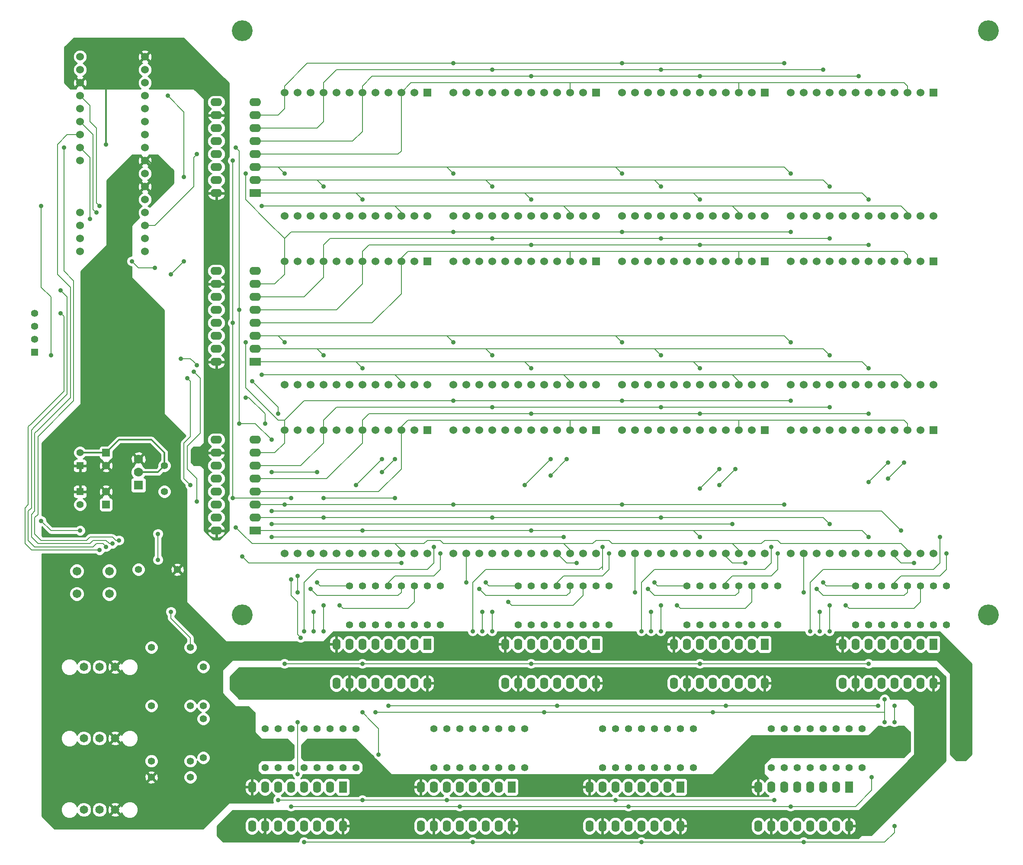
<source format=gtl>
G04 (created by PCBNEW-RS274X (2012-01-19 BZR 3256)-stable) date 7/17/2013 11:23:13 AM*
G01*
G70*
G90*
%MOIN*%
G04 Gerber Fmt 3.4, Leading zero omitted, Abs format*
%FSLAX34Y34*%
G04 APERTURE LIST*
%ADD10C,0.006000*%
%ADD11C,0.160000*%
%ADD12R,0.055000X0.055000*%
%ADD13C,0.055000*%
%ADD14R,0.060000X0.060000*%
%ADD15C,0.060000*%
%ADD16R,0.090000X0.062000*%
%ADD17O,0.090000X0.062000*%
%ADD18C,0.070000*%
%ADD19R,0.070000X0.070000*%
%ADD20R,0.062000X0.090000*%
%ADD21O,0.062000X0.090000*%
%ADD22C,0.065000*%
%ADD23C,0.067000*%
%ADD24C,0.035000*%
%ADD25C,0.008000*%
%ADD26C,0.012000*%
%ADD27C,0.010000*%
G04 APERTURE END LIST*
G54D10*
G54D11*
X108500Y-53000D03*
X108500Y-08000D03*
G54D12*
X38500Y-41500D03*
G54D13*
X38500Y-40500D03*
G54D12*
X38500Y-43500D03*
G54D13*
X38500Y-44500D03*
G54D14*
X65250Y-12750D03*
G54D15*
X64250Y-12750D03*
X63250Y-12750D03*
X62250Y-12750D03*
X61250Y-12750D03*
X60250Y-12750D03*
X59250Y-12750D03*
X58250Y-12750D03*
X57250Y-12750D03*
X56250Y-12750D03*
X55250Y-12750D03*
X54250Y-12750D03*
X54250Y-22250D03*
X55250Y-22250D03*
X56250Y-22250D03*
X57250Y-22250D03*
X58250Y-22250D03*
X59250Y-22250D03*
X60250Y-22250D03*
X61250Y-22250D03*
X62250Y-22250D03*
X63250Y-22250D03*
X64250Y-22250D03*
X65250Y-22250D03*
G54D14*
X65250Y-25750D03*
G54D15*
X64250Y-25750D03*
X63250Y-25750D03*
X62250Y-25750D03*
X61250Y-25750D03*
X60250Y-25750D03*
X59250Y-25750D03*
X58250Y-25750D03*
X57250Y-25750D03*
X56250Y-25750D03*
X55250Y-25750D03*
X54250Y-25750D03*
X54250Y-35250D03*
X55250Y-35250D03*
X56250Y-35250D03*
X57250Y-35250D03*
X58250Y-35250D03*
X59250Y-35250D03*
X60250Y-35250D03*
X61250Y-35250D03*
X62250Y-35250D03*
X63250Y-35250D03*
X64250Y-35250D03*
X65250Y-35250D03*
G54D14*
X65250Y-38750D03*
G54D15*
X64250Y-38750D03*
X63250Y-38750D03*
X62250Y-38750D03*
X61250Y-38750D03*
X60250Y-38750D03*
X59250Y-38750D03*
X58250Y-38750D03*
X57250Y-38750D03*
X56250Y-38750D03*
X55250Y-38750D03*
X54250Y-38750D03*
X54250Y-48250D03*
X55250Y-48250D03*
X56250Y-48250D03*
X57250Y-48250D03*
X58250Y-48250D03*
X59250Y-48250D03*
X60250Y-48250D03*
X61250Y-48250D03*
X62250Y-48250D03*
X63250Y-48250D03*
X64250Y-48250D03*
X65250Y-48250D03*
G54D14*
X78250Y-12750D03*
G54D15*
X77250Y-12750D03*
X76250Y-12750D03*
X75250Y-12750D03*
X74250Y-12750D03*
X73250Y-12750D03*
X72250Y-12750D03*
X71250Y-12750D03*
X70250Y-12750D03*
X69250Y-12750D03*
X68250Y-12750D03*
X67250Y-12750D03*
X67250Y-22250D03*
X68250Y-22250D03*
X69250Y-22250D03*
X70250Y-22250D03*
X71250Y-22250D03*
X72250Y-22250D03*
X73250Y-22250D03*
X74250Y-22250D03*
X75250Y-22250D03*
X76250Y-22250D03*
X77250Y-22250D03*
X78250Y-22250D03*
G54D14*
X78250Y-25750D03*
G54D15*
X77250Y-25750D03*
X76250Y-25750D03*
X75250Y-25750D03*
X74250Y-25750D03*
X73250Y-25750D03*
X72250Y-25750D03*
X71250Y-25750D03*
X70250Y-25750D03*
X69250Y-25750D03*
X68250Y-25750D03*
X67250Y-25750D03*
X67250Y-35250D03*
X68250Y-35250D03*
X69250Y-35250D03*
X70250Y-35250D03*
X71250Y-35250D03*
X72250Y-35250D03*
X73250Y-35250D03*
X74250Y-35250D03*
X75250Y-35250D03*
X76250Y-35250D03*
X77250Y-35250D03*
X78250Y-35250D03*
G54D14*
X78250Y-38750D03*
G54D15*
X77250Y-38750D03*
X76250Y-38750D03*
X75250Y-38750D03*
X74250Y-38750D03*
X73250Y-38750D03*
X72250Y-38750D03*
X71250Y-38750D03*
X70250Y-38750D03*
X69250Y-38750D03*
X68250Y-38750D03*
X67250Y-38750D03*
X67250Y-48250D03*
X68250Y-48250D03*
X69250Y-48250D03*
X70250Y-48250D03*
X71250Y-48250D03*
X72250Y-48250D03*
X73250Y-48250D03*
X74250Y-48250D03*
X75250Y-48250D03*
X76250Y-48250D03*
X77250Y-48250D03*
X78250Y-48250D03*
G54D14*
X91250Y-12750D03*
G54D15*
X90250Y-12750D03*
X89250Y-12750D03*
X88250Y-12750D03*
X87250Y-12750D03*
X86250Y-12750D03*
X85250Y-12750D03*
X84250Y-12750D03*
X83250Y-12750D03*
X82250Y-12750D03*
X81250Y-12750D03*
X80250Y-12750D03*
X80250Y-22250D03*
X81250Y-22250D03*
X82250Y-22250D03*
X83250Y-22250D03*
X84250Y-22250D03*
X85250Y-22250D03*
X86250Y-22250D03*
X87250Y-22250D03*
X88250Y-22250D03*
X89250Y-22250D03*
X90250Y-22250D03*
X91250Y-22250D03*
G54D14*
X91250Y-25750D03*
G54D15*
X90250Y-25750D03*
X89250Y-25750D03*
X88250Y-25750D03*
X87250Y-25750D03*
X86250Y-25750D03*
X85250Y-25750D03*
X84250Y-25750D03*
X83250Y-25750D03*
X82250Y-25750D03*
X81250Y-25750D03*
X80250Y-25750D03*
X80250Y-35250D03*
X81250Y-35250D03*
X82250Y-35250D03*
X83250Y-35250D03*
X84250Y-35250D03*
X85250Y-35250D03*
X86250Y-35250D03*
X87250Y-35250D03*
X88250Y-35250D03*
X89250Y-35250D03*
X90250Y-35250D03*
X91250Y-35250D03*
G54D14*
X91250Y-38750D03*
G54D15*
X90250Y-38750D03*
X89250Y-38750D03*
X88250Y-38750D03*
X87250Y-38750D03*
X86250Y-38750D03*
X85250Y-38750D03*
X84250Y-38750D03*
X83250Y-38750D03*
X82250Y-38750D03*
X81250Y-38750D03*
X80250Y-38750D03*
X80250Y-48250D03*
X81250Y-48250D03*
X82250Y-48250D03*
X83250Y-48250D03*
X84250Y-48250D03*
X85250Y-48250D03*
X86250Y-48250D03*
X87250Y-48250D03*
X88250Y-48250D03*
X89250Y-48250D03*
X90250Y-48250D03*
X91250Y-48250D03*
G54D14*
X104250Y-12750D03*
G54D15*
X103250Y-12750D03*
X102250Y-12750D03*
X101250Y-12750D03*
X100250Y-12750D03*
X99250Y-12750D03*
X98250Y-12750D03*
X97250Y-12750D03*
X96250Y-12750D03*
X95250Y-12750D03*
X94250Y-12750D03*
X93250Y-12750D03*
X93250Y-22250D03*
X94250Y-22250D03*
X95250Y-22250D03*
X96250Y-22250D03*
X97250Y-22250D03*
X98250Y-22250D03*
X99250Y-22250D03*
X100250Y-22250D03*
X101250Y-22250D03*
X102250Y-22250D03*
X103250Y-22250D03*
X104250Y-22250D03*
G54D14*
X104250Y-25750D03*
G54D15*
X103250Y-25750D03*
X102250Y-25750D03*
X101250Y-25750D03*
X100250Y-25750D03*
X99250Y-25750D03*
X98250Y-25750D03*
X97250Y-25750D03*
X96250Y-25750D03*
X95250Y-25750D03*
X94250Y-25750D03*
X93250Y-25750D03*
X93250Y-35250D03*
X94250Y-35250D03*
X95250Y-35250D03*
X96250Y-35250D03*
X97250Y-35250D03*
X98250Y-35250D03*
X99250Y-35250D03*
X100250Y-35250D03*
X101250Y-35250D03*
X102250Y-35250D03*
X103250Y-35250D03*
X104250Y-35250D03*
G54D14*
X104250Y-38750D03*
G54D15*
X103250Y-38750D03*
X102250Y-38750D03*
X101250Y-38750D03*
X100250Y-38750D03*
X99250Y-38750D03*
X98250Y-38750D03*
X97250Y-38750D03*
X96250Y-38750D03*
X95250Y-38750D03*
X94250Y-38750D03*
X93250Y-38750D03*
X93250Y-48250D03*
X94250Y-48250D03*
X95250Y-48250D03*
X96250Y-48250D03*
X97250Y-48250D03*
X98250Y-48250D03*
X99250Y-48250D03*
X100250Y-48250D03*
X101250Y-48250D03*
X102250Y-48250D03*
X103250Y-48250D03*
X104250Y-48250D03*
G54D16*
X52000Y-20500D03*
G54D17*
X52000Y-19500D03*
X52000Y-18500D03*
X52000Y-17500D03*
X52000Y-16500D03*
X52000Y-15500D03*
X52000Y-14500D03*
X52000Y-13500D03*
X49000Y-13500D03*
X49000Y-14500D03*
X49000Y-15500D03*
X49000Y-16500D03*
X49000Y-17500D03*
X49000Y-18500D03*
X49000Y-19500D03*
X49000Y-20500D03*
G54D16*
X52000Y-33500D03*
G54D17*
X52000Y-32500D03*
X52000Y-31500D03*
X52000Y-30500D03*
X52000Y-29500D03*
X52000Y-28500D03*
X52000Y-27500D03*
X52000Y-26500D03*
X49000Y-26500D03*
X49000Y-27500D03*
X49000Y-28500D03*
X49000Y-29500D03*
X49000Y-30500D03*
X49000Y-31500D03*
X49000Y-32500D03*
X49000Y-33500D03*
G54D16*
X52000Y-46500D03*
G54D17*
X52000Y-45500D03*
X52000Y-44500D03*
X52000Y-43500D03*
X52000Y-42500D03*
X52000Y-41500D03*
X52000Y-40500D03*
X52000Y-39500D03*
X49000Y-39500D03*
X49000Y-40500D03*
X49000Y-41500D03*
X49000Y-42500D03*
X49000Y-43500D03*
X49000Y-44500D03*
X49000Y-45500D03*
X49000Y-46500D03*
G54D18*
X43000Y-41000D03*
X43000Y-42000D03*
G54D19*
X43000Y-43000D03*
G54D13*
X65250Y-53750D03*
X65250Y-50750D03*
X73250Y-53750D03*
X73250Y-50750D03*
X72250Y-53750D03*
X72250Y-50750D03*
X74250Y-53750D03*
X74250Y-50750D03*
X75250Y-53750D03*
X75250Y-50750D03*
X62250Y-53750D03*
X62250Y-50750D03*
X61250Y-53750D03*
X61250Y-50750D03*
X59250Y-53750D03*
X59250Y-50750D03*
X60250Y-53750D03*
X60250Y-50750D03*
X64250Y-53750D03*
X64250Y-50750D03*
X63250Y-53750D03*
X63250Y-50750D03*
X76250Y-53750D03*
X76250Y-50750D03*
X66250Y-53750D03*
X66250Y-50750D03*
X94750Y-64750D03*
X94750Y-61750D03*
X93750Y-64750D03*
X93750Y-61750D03*
X91750Y-64750D03*
X91750Y-61750D03*
X92750Y-64750D03*
X92750Y-61750D03*
X96750Y-64750D03*
X96750Y-61750D03*
X95750Y-64750D03*
X95750Y-61750D03*
X97750Y-64750D03*
X97750Y-61750D03*
X87250Y-53750D03*
X87250Y-50750D03*
X105250Y-53750D03*
X105250Y-50750D03*
X104250Y-53750D03*
X104250Y-50750D03*
X102250Y-53750D03*
X102250Y-50750D03*
X103250Y-53750D03*
X103250Y-50750D03*
X99250Y-53750D03*
X99250Y-50750D03*
X98250Y-53750D03*
X98250Y-50750D03*
X100250Y-53750D03*
X100250Y-50750D03*
X101250Y-53750D03*
X101250Y-50750D03*
X88250Y-53750D03*
X88250Y-50750D03*
X77250Y-53750D03*
X77250Y-50750D03*
X85250Y-53750D03*
X85250Y-50750D03*
X86250Y-53750D03*
X86250Y-50750D03*
X90250Y-53750D03*
X90250Y-50750D03*
X89250Y-53750D03*
X89250Y-50750D03*
X91250Y-53750D03*
X91250Y-50750D03*
X92250Y-53750D03*
X92250Y-50750D03*
X79250Y-53750D03*
X79250Y-50750D03*
X78250Y-53750D03*
X78250Y-50750D03*
X85750Y-64750D03*
X85750Y-61750D03*
X98750Y-64750D03*
X98750Y-61750D03*
X43000Y-49500D03*
X46000Y-49500D03*
X44000Y-55500D03*
X47000Y-55500D03*
X48000Y-60000D03*
X48000Y-57000D03*
X44000Y-60000D03*
X47000Y-60000D03*
X48000Y-64000D03*
X48000Y-61000D03*
X44000Y-64250D03*
X47000Y-64250D03*
X44000Y-65500D03*
X47000Y-65500D03*
X59750Y-64750D03*
X59750Y-61750D03*
X58750Y-64750D03*
X58750Y-61750D03*
X56750Y-64750D03*
X56750Y-61750D03*
X57750Y-64750D03*
X57750Y-61750D03*
X53750Y-64750D03*
X53750Y-61750D03*
X52750Y-64750D03*
X52750Y-61750D03*
X54750Y-64750D03*
X54750Y-61750D03*
X55750Y-64750D03*
X55750Y-61750D03*
X68750Y-64750D03*
X68750Y-61750D03*
X84750Y-64750D03*
X84750Y-61750D03*
X82750Y-64750D03*
X82750Y-61750D03*
X83750Y-64750D03*
X83750Y-61750D03*
X79750Y-64750D03*
X79750Y-61750D03*
X78750Y-64750D03*
X78750Y-61750D03*
X80750Y-64750D03*
X80750Y-61750D03*
X81750Y-64750D03*
X81750Y-61750D03*
X72750Y-64750D03*
X72750Y-61750D03*
X71750Y-64750D03*
X71750Y-61750D03*
X69750Y-64750D03*
X69750Y-61750D03*
X70750Y-64750D03*
X70750Y-61750D03*
X66750Y-64750D03*
X66750Y-61750D03*
X65750Y-64750D03*
X65750Y-61750D03*
X67750Y-64750D03*
X67750Y-61750D03*
G54D20*
X97750Y-66250D03*
G54D21*
X96750Y-66250D03*
X95750Y-66250D03*
X94750Y-66250D03*
X93750Y-66250D03*
X92750Y-66250D03*
X91750Y-66250D03*
X90750Y-66250D03*
X90750Y-69250D03*
X91750Y-69250D03*
X92750Y-69250D03*
X93750Y-69250D03*
X94750Y-69250D03*
X95750Y-69250D03*
X96750Y-69250D03*
X97750Y-69250D03*
G54D20*
X84750Y-66250D03*
G54D21*
X83750Y-66250D03*
X82750Y-66250D03*
X81750Y-66250D03*
X80750Y-66250D03*
X79750Y-66250D03*
X78750Y-66250D03*
X77750Y-66250D03*
X77750Y-69250D03*
X78750Y-69250D03*
X79750Y-69250D03*
X80750Y-69250D03*
X81750Y-69250D03*
X82750Y-69250D03*
X83750Y-69250D03*
X84750Y-69250D03*
G54D20*
X71750Y-66250D03*
G54D21*
X70750Y-66250D03*
X69750Y-66250D03*
X68750Y-66250D03*
X67750Y-66250D03*
X66750Y-66250D03*
X65750Y-66250D03*
X64750Y-66250D03*
X64750Y-69250D03*
X65750Y-69250D03*
X66750Y-69250D03*
X67750Y-69250D03*
X68750Y-69250D03*
X69750Y-69250D03*
X70750Y-69250D03*
X71750Y-69250D03*
G54D20*
X58750Y-66250D03*
G54D21*
X57750Y-66250D03*
X56750Y-66250D03*
X55750Y-66250D03*
X54750Y-66250D03*
X53750Y-66250D03*
X52750Y-66250D03*
X51750Y-66250D03*
X51750Y-69250D03*
X52750Y-69250D03*
X53750Y-69250D03*
X54750Y-69250D03*
X55750Y-69250D03*
X56750Y-69250D03*
X57750Y-69250D03*
X58750Y-69250D03*
G54D20*
X104250Y-55250D03*
G54D21*
X103250Y-55250D03*
X102250Y-55250D03*
X101250Y-55250D03*
X100250Y-55250D03*
X99250Y-55250D03*
X98250Y-55250D03*
X97250Y-55250D03*
X97250Y-58250D03*
X98250Y-58250D03*
X99250Y-58250D03*
X100250Y-58250D03*
X101250Y-58250D03*
X102250Y-58250D03*
X103250Y-58250D03*
X104250Y-58250D03*
G54D20*
X65250Y-55250D03*
G54D21*
X64250Y-55250D03*
X63250Y-55250D03*
X62250Y-55250D03*
X61250Y-55250D03*
X60250Y-55250D03*
X59250Y-55250D03*
X58250Y-55250D03*
X58250Y-58250D03*
X59250Y-58250D03*
X60250Y-58250D03*
X61250Y-58250D03*
X62250Y-58250D03*
X63250Y-58250D03*
X64250Y-58250D03*
X65250Y-58250D03*
G54D20*
X78250Y-55250D03*
G54D21*
X77250Y-55250D03*
X76250Y-55250D03*
X75250Y-55250D03*
X74250Y-55250D03*
X73250Y-55250D03*
X72250Y-55250D03*
X71250Y-55250D03*
X71250Y-58250D03*
X72250Y-58250D03*
X73250Y-58250D03*
X74250Y-58250D03*
X75250Y-58250D03*
X76250Y-58250D03*
X77250Y-58250D03*
X78250Y-58250D03*
G54D20*
X91250Y-55250D03*
G54D21*
X90250Y-55250D03*
X89250Y-55250D03*
X88250Y-55250D03*
X87250Y-55250D03*
X86250Y-55250D03*
X85250Y-55250D03*
X84250Y-55250D03*
X84250Y-58250D03*
X85250Y-58250D03*
X86250Y-58250D03*
X87250Y-58250D03*
X88250Y-58250D03*
X89250Y-58250D03*
X90250Y-58250D03*
X91250Y-58250D03*
G54D13*
X45000Y-41500D03*
X45000Y-43500D03*
G54D14*
X40500Y-44500D03*
G54D15*
X40500Y-43500D03*
G54D14*
X40500Y-40500D03*
G54D15*
X40500Y-41500D03*
G54D22*
X38800Y-68000D03*
X40000Y-68000D03*
X41200Y-68000D03*
X38800Y-62500D03*
X40000Y-62500D03*
X41200Y-62500D03*
X38800Y-57000D03*
X40000Y-57000D03*
X41200Y-57000D03*
G54D12*
X35000Y-32750D03*
G54D13*
X35000Y-31750D03*
X35000Y-30750D03*
X35000Y-29750D03*
G54D15*
X38500Y-10000D03*
X38500Y-11000D03*
X38500Y-12000D03*
X38500Y-13000D03*
X38500Y-14000D03*
X38500Y-15000D03*
X38500Y-16000D03*
X38500Y-17000D03*
X38500Y-18000D03*
X38500Y-22000D03*
X38500Y-23000D03*
X38500Y-24000D03*
X38500Y-25000D03*
X43500Y-25000D03*
X43500Y-24000D03*
X43500Y-23000D03*
X43500Y-22000D03*
X43500Y-21000D03*
X43500Y-20000D03*
X43500Y-19000D03*
X43500Y-18000D03*
X43500Y-17000D03*
X43500Y-16000D03*
X43500Y-15000D03*
X43500Y-14000D03*
X43500Y-13000D03*
X43500Y-12000D03*
X43500Y-11000D03*
X43500Y-10000D03*
G54D11*
X51000Y-53000D03*
G54D23*
X38250Y-49625D03*
X38250Y-51375D03*
X40750Y-51375D03*
X40750Y-49625D03*
G54D11*
X51000Y-08000D03*
G54D24*
X60250Y-56750D03*
X51750Y-35000D03*
X47500Y-33750D03*
X92000Y-67250D03*
X86250Y-56750D03*
X66750Y-67250D03*
X53750Y-37500D03*
X60250Y-67250D03*
X61500Y-63750D03*
X73250Y-56750D03*
X53750Y-67250D03*
X99250Y-56750D03*
X79750Y-67250D03*
X60250Y-60500D03*
X46250Y-33250D03*
X54250Y-56750D03*
X54750Y-67750D03*
X50750Y-29500D03*
X67750Y-67750D03*
X87250Y-60500D03*
X100500Y-61250D03*
X93250Y-67750D03*
X53250Y-39500D03*
X50500Y-17000D03*
X50750Y-38250D03*
X53250Y-42000D03*
X62750Y-44000D03*
X56750Y-42000D03*
X57250Y-44000D03*
X74250Y-60500D03*
X80750Y-67750D03*
X99500Y-65500D03*
X61250Y-60500D03*
X100500Y-59500D03*
X101250Y-61250D03*
X75250Y-60000D03*
X62250Y-60000D03*
X55750Y-70500D03*
X88250Y-60000D03*
X68750Y-70500D03*
X94250Y-70500D03*
X101250Y-60000D03*
X55250Y-65250D03*
X100000Y-60000D03*
X54750Y-44000D03*
X47500Y-17500D03*
X50250Y-18000D03*
X81750Y-70500D03*
X50250Y-30500D03*
X50250Y-44000D03*
X55500Y-54750D03*
X55250Y-61250D03*
X54750Y-50250D03*
X101250Y-69250D03*
X52750Y-38250D03*
X40000Y-21500D03*
X101750Y-46500D03*
X51250Y-36250D03*
X53250Y-45000D03*
X102750Y-49000D03*
X97500Y-52250D03*
X95250Y-51000D03*
X105250Y-48250D03*
X102000Y-41250D03*
X100750Y-42500D03*
X95750Y-50500D03*
X88750Y-46000D03*
X53250Y-46000D03*
X39750Y-22000D03*
X89750Y-49000D03*
X84500Y-52250D03*
X82250Y-51000D03*
X92250Y-48250D03*
X87750Y-43000D03*
X89000Y-41750D03*
X82750Y-50500D03*
X75750Y-47000D03*
X39250Y-22500D03*
X53250Y-47000D03*
X76750Y-49000D03*
X71500Y-52000D03*
X69250Y-51000D03*
X79250Y-48250D03*
X76000Y-41000D03*
X74750Y-42250D03*
X69750Y-50500D03*
X63250Y-49000D03*
X51000Y-48500D03*
X58500Y-52250D03*
X56250Y-51000D03*
X66250Y-48250D03*
X62750Y-41000D03*
X61750Y-42000D03*
X56750Y-50500D03*
X45000Y-19250D03*
X102000Y-63500D03*
X44500Y-34000D03*
X102000Y-62750D03*
X54500Y-63750D03*
X56000Y-63750D03*
X106250Y-63750D03*
X106750Y-62750D03*
X106000Y-62000D03*
X102000Y-62000D03*
X60250Y-34000D03*
X86250Y-34000D03*
X99250Y-34000D03*
X73250Y-34000D03*
X83250Y-24000D03*
X96250Y-24000D03*
X70250Y-24000D03*
X70250Y-33000D03*
X57250Y-33000D03*
X96250Y-33000D03*
X83250Y-33000D03*
X52500Y-34500D03*
X73250Y-46500D03*
X99250Y-47000D03*
X86250Y-47000D03*
X60250Y-46500D03*
X67250Y-44500D03*
X92750Y-44500D03*
X54250Y-44500D03*
X80250Y-44500D03*
X99250Y-37500D03*
X86250Y-37500D03*
X73250Y-37500D03*
X96250Y-20000D03*
X57250Y-20000D03*
X70250Y-20000D03*
X83250Y-20000D03*
X73250Y-24500D03*
X86250Y-24500D03*
X99250Y-24500D03*
X93250Y-32000D03*
X67250Y-32000D03*
X54250Y-32000D03*
X80250Y-32000D03*
X50500Y-46250D03*
X83250Y-37000D03*
X70250Y-37000D03*
X96250Y-37000D03*
X57250Y-45500D03*
X70250Y-45500D03*
X83250Y-45500D03*
X96250Y-46000D03*
X80250Y-36500D03*
X93250Y-36500D03*
X67250Y-36500D03*
X51250Y-32000D03*
X67250Y-23500D03*
X93250Y-23500D03*
X80250Y-23500D03*
X51250Y-19000D03*
X83250Y-11000D03*
X70250Y-11000D03*
X95750Y-11000D03*
X98500Y-11500D03*
X73250Y-11500D03*
X86250Y-11500D03*
X67250Y-10500D03*
X80250Y-10500D03*
X92750Y-10500D03*
X80250Y-19000D03*
X54250Y-19000D03*
X67250Y-19000D03*
X93250Y-19000D03*
X99250Y-21000D03*
X86250Y-21000D03*
X60250Y-21000D03*
X73250Y-21000D03*
X52500Y-21500D03*
X35500Y-45750D03*
X36250Y-33000D03*
X38500Y-46500D03*
X35500Y-21500D03*
X47000Y-43000D03*
X46500Y-19250D03*
X45500Y-26750D03*
X46500Y-25750D03*
X46750Y-34750D03*
X45250Y-13000D03*
X44500Y-48750D03*
X44500Y-46750D03*
X45500Y-52750D03*
X37250Y-17000D03*
X41500Y-47250D03*
X96250Y-52250D03*
X96250Y-54250D03*
X95500Y-52750D03*
X95500Y-54250D03*
X94250Y-51250D03*
X104750Y-47000D03*
X94750Y-54250D03*
X100750Y-41250D03*
X99250Y-42750D03*
X41000Y-47500D03*
X83250Y-54250D03*
X83250Y-52250D03*
X82500Y-52750D03*
X82500Y-54250D03*
X81250Y-51250D03*
X91750Y-47750D03*
X81750Y-54250D03*
X86250Y-43250D03*
X87750Y-41750D03*
X40500Y-47750D03*
X37000Y-28000D03*
X70250Y-52750D03*
X70250Y-54250D03*
X68250Y-50500D03*
X69500Y-54250D03*
X69500Y-52750D03*
X68750Y-54250D03*
X78750Y-47750D03*
X72750Y-43000D03*
X74750Y-41000D03*
X37000Y-29750D03*
X40000Y-48000D03*
X57250Y-54250D03*
X57250Y-52250D03*
X55250Y-51250D03*
X56500Y-52750D03*
X55250Y-50000D03*
X56500Y-54250D03*
X55750Y-54250D03*
X65750Y-47750D03*
X61750Y-41000D03*
X59750Y-43000D03*
X47250Y-34250D03*
X47500Y-44250D03*
X44250Y-26250D03*
X42500Y-25750D03*
X48000Y-40750D03*
X47500Y-41250D03*
X49750Y-69250D03*
X51000Y-57500D03*
X50000Y-69750D03*
X51250Y-58250D03*
X50500Y-58500D03*
X40500Y-16750D03*
X47500Y-40250D03*
X49500Y-70000D03*
G54D25*
X61500Y-61750D02*
X61000Y-61250D01*
X60250Y-60500D02*
X60250Y-60500D01*
X60250Y-67250D02*
X66750Y-67250D01*
X66750Y-67250D02*
X71750Y-67250D01*
X53750Y-37000D02*
X51750Y-35000D01*
X47500Y-33750D02*
X47250Y-33500D01*
X53750Y-37500D02*
X53750Y-37000D01*
X61000Y-61250D02*
X61000Y-61250D01*
X61500Y-63750D02*
X61500Y-62500D01*
X60250Y-60500D02*
X61000Y-61250D01*
X60250Y-56750D02*
X73250Y-56750D01*
X47250Y-33500D02*
X47000Y-33250D01*
X85750Y-67250D02*
X92000Y-67250D01*
X71750Y-67250D02*
X79750Y-67250D01*
X61500Y-62500D02*
X61500Y-61750D01*
X60250Y-56750D02*
X54250Y-56750D01*
X86250Y-56750D02*
X99250Y-56750D01*
X85750Y-67250D02*
X79750Y-67250D01*
X47000Y-33250D02*
X46250Y-33250D01*
X73250Y-56750D02*
X86250Y-56750D01*
X60250Y-67250D02*
X53750Y-67250D01*
X54750Y-67750D02*
X67750Y-67750D01*
X100500Y-60500D02*
X100500Y-59500D01*
X50750Y-38250D02*
X50750Y-29500D01*
X51500Y-38250D02*
X52000Y-38250D01*
X100500Y-61250D02*
X100500Y-60500D01*
X87250Y-60500D02*
X74250Y-60500D01*
X93250Y-67750D02*
X98250Y-67750D01*
X87250Y-60500D02*
X87500Y-60500D01*
X50750Y-17250D02*
X50500Y-17000D01*
X56750Y-42000D02*
X55500Y-42000D01*
X100500Y-60500D02*
X87250Y-60500D01*
X80750Y-67750D02*
X93250Y-67750D01*
X99500Y-66500D02*
X99500Y-65500D01*
X52000Y-38250D02*
X53250Y-39500D01*
X67750Y-67750D02*
X80750Y-67750D01*
X50750Y-29500D02*
X50750Y-17250D01*
X74250Y-60500D02*
X61250Y-60500D01*
X53500Y-42000D02*
X53250Y-42000D01*
X62750Y-44000D02*
X57250Y-44000D01*
X51500Y-38250D02*
X50750Y-38250D01*
X55500Y-42000D02*
X53500Y-42000D01*
X98250Y-67750D02*
X99500Y-66500D01*
X81750Y-70500D02*
X94250Y-70500D01*
X101250Y-69750D02*
X101250Y-69250D01*
X101250Y-69750D02*
X100500Y-70500D01*
X101250Y-61250D02*
X101250Y-60000D01*
X100000Y-60000D02*
X88500Y-60000D01*
X55250Y-54500D02*
X55250Y-52500D01*
X75250Y-60000D02*
X88250Y-60000D01*
X68750Y-70500D02*
X55750Y-70500D01*
X68750Y-70500D02*
X81750Y-70500D01*
X54750Y-44000D02*
X50250Y-44000D01*
X100500Y-70500D02*
X94250Y-70500D01*
X50250Y-30750D02*
X50250Y-31000D01*
X50250Y-36000D02*
X50250Y-44000D01*
X47250Y-17750D02*
X47500Y-17500D01*
X43500Y-23000D02*
X44250Y-23000D01*
X50250Y-30500D02*
X50250Y-18000D01*
X50250Y-31000D02*
X50250Y-36000D01*
X55250Y-65250D02*
X55250Y-61250D01*
X55500Y-54750D02*
X55250Y-54500D01*
X62250Y-60000D02*
X75250Y-60000D01*
X50250Y-31000D02*
X50250Y-30500D01*
X47250Y-20000D02*
X47250Y-17750D01*
X55250Y-52000D02*
X54750Y-51500D01*
X55250Y-52500D02*
X55250Y-52000D01*
X54750Y-51500D02*
X54750Y-50250D01*
X88250Y-60000D02*
X88500Y-60000D01*
X44250Y-23000D02*
X47250Y-20000D01*
X101750Y-46500D02*
X100250Y-45000D01*
X52750Y-38250D02*
X52750Y-37500D01*
X39250Y-13750D02*
X38500Y-13000D01*
X40000Y-21500D02*
X39750Y-21250D01*
X39750Y-21250D02*
X39750Y-15500D01*
X39250Y-15000D02*
X39250Y-13750D01*
X51500Y-36250D02*
X51250Y-36250D01*
X92750Y-45000D02*
X70000Y-45000D01*
X57250Y-45000D02*
X53250Y-45000D01*
X39750Y-15500D02*
X39250Y-15000D01*
X52750Y-37500D02*
X51500Y-36250D01*
X100250Y-45000D02*
X92750Y-45000D01*
X70000Y-45000D02*
X57250Y-45000D01*
X101250Y-48250D02*
X101250Y-48500D01*
X101750Y-49000D02*
X102750Y-49000D01*
X101250Y-48500D02*
X101750Y-49000D01*
X97750Y-52500D02*
X102750Y-52500D01*
X103250Y-52000D02*
X103250Y-50750D01*
X102750Y-52500D02*
X103250Y-52000D01*
X97500Y-52250D02*
X97750Y-52500D01*
X95250Y-51000D02*
X95750Y-51500D01*
X95750Y-51500D02*
X102000Y-51500D01*
X102000Y-51500D02*
X102250Y-51250D01*
X102250Y-51250D02*
X102250Y-50750D01*
X101250Y-50500D02*
X101250Y-50750D01*
X101750Y-50000D02*
X101250Y-50500D01*
X105250Y-49500D02*
X104750Y-50000D01*
X105250Y-48250D02*
X105250Y-49000D01*
X104750Y-50000D02*
X101750Y-50000D01*
X105250Y-49000D02*
X105250Y-49500D01*
X102000Y-41250D02*
X100750Y-42500D01*
X96000Y-50750D02*
X98250Y-50750D01*
X95750Y-50500D02*
X96000Y-50750D01*
X62750Y-46000D02*
X56750Y-46000D01*
X39750Y-22000D02*
X39500Y-21750D01*
X71500Y-46000D02*
X76250Y-46000D01*
X39500Y-16000D02*
X38500Y-15000D01*
X39500Y-21750D02*
X39500Y-16000D01*
X71500Y-46000D02*
X62750Y-46000D01*
X76250Y-46000D02*
X85000Y-46000D01*
X53500Y-46000D02*
X53250Y-46000D01*
X88750Y-46000D02*
X85000Y-46000D01*
X56750Y-46000D02*
X53500Y-46000D01*
X88750Y-49000D02*
X89750Y-49000D01*
X88250Y-48500D02*
X88750Y-49000D01*
X88250Y-48250D02*
X88250Y-48500D01*
X84750Y-52500D02*
X89750Y-52500D01*
X84500Y-52250D02*
X84750Y-52500D01*
X89750Y-52500D02*
X90250Y-52000D01*
X90250Y-52000D02*
X90250Y-50750D01*
X82250Y-51000D02*
X82750Y-51500D01*
X89000Y-51500D02*
X89250Y-51250D01*
X89250Y-51250D02*
X89250Y-50750D01*
X82750Y-51500D02*
X89000Y-51500D01*
X92250Y-49500D02*
X91750Y-50000D01*
X88750Y-50000D02*
X88250Y-50500D01*
X88250Y-50500D02*
X88250Y-50750D01*
X91750Y-50000D02*
X88750Y-50000D01*
X92250Y-48250D02*
X92250Y-49500D01*
X89000Y-41750D02*
X87750Y-43000D01*
X82750Y-50500D02*
X83000Y-50750D01*
X83000Y-50750D02*
X85250Y-50750D01*
X39250Y-22000D02*
X39250Y-17750D01*
X39250Y-22500D02*
X39250Y-22000D01*
X58500Y-47000D02*
X56750Y-47000D01*
X39250Y-17750D02*
X38500Y-17000D01*
X68250Y-47000D02*
X58500Y-47000D01*
X68250Y-47000D02*
X74000Y-47000D01*
X75750Y-47000D02*
X74000Y-47000D01*
X56750Y-47000D02*
X53250Y-47000D01*
X75250Y-48250D02*
X76000Y-49000D01*
X76000Y-49000D02*
X76750Y-49000D01*
X71500Y-52000D02*
X71750Y-52250D01*
X76500Y-52250D02*
X77250Y-51500D01*
X71750Y-52250D02*
X76500Y-52250D01*
X77250Y-51500D02*
X77250Y-50750D01*
X76000Y-51500D02*
X69750Y-51500D01*
X76250Y-51250D02*
X76000Y-51500D01*
X76250Y-50750D02*
X76250Y-51250D01*
X69750Y-51500D02*
X69250Y-51000D01*
X79250Y-48750D02*
X79250Y-49500D01*
X79250Y-49500D02*
X78750Y-50000D01*
X78750Y-50000D02*
X75750Y-50000D01*
X79250Y-48250D02*
X79250Y-48750D01*
X75250Y-50500D02*
X75250Y-50750D01*
X75750Y-50000D02*
X75250Y-50500D01*
X76000Y-41000D02*
X74750Y-42250D01*
X70000Y-50750D02*
X72250Y-50750D01*
X69750Y-50500D02*
X70000Y-50750D01*
X63250Y-49000D02*
X62000Y-49000D01*
X53000Y-49000D02*
X51500Y-49000D01*
X62000Y-49000D02*
X53000Y-49000D01*
X51500Y-49000D02*
X51000Y-48500D01*
X58750Y-52500D02*
X63750Y-52500D01*
X63750Y-52500D02*
X64250Y-52000D01*
X58500Y-52250D02*
X58750Y-52500D01*
X64250Y-52000D02*
X64250Y-50750D01*
X63000Y-51500D02*
X63250Y-51250D01*
X63250Y-51250D02*
X63250Y-50750D01*
X56750Y-51500D02*
X63000Y-51500D01*
X56250Y-51000D02*
X56750Y-51500D01*
X62250Y-50500D02*
X62250Y-50750D01*
X66250Y-48250D02*
X66250Y-48750D01*
X66250Y-49500D02*
X65750Y-50000D01*
X66250Y-48750D02*
X66250Y-49500D01*
X62750Y-50000D02*
X62250Y-50500D01*
X65750Y-50000D02*
X62750Y-50000D01*
X62750Y-41000D02*
X61750Y-42000D01*
X56750Y-50500D02*
X57000Y-50750D01*
X57000Y-50750D02*
X59250Y-50750D01*
G54D26*
X52500Y-63750D02*
X54500Y-63750D01*
X43750Y-18000D02*
X45000Y-19250D01*
X51750Y-64500D02*
X52500Y-63750D01*
X43500Y-18000D02*
X43750Y-18000D01*
X56000Y-63750D02*
X60000Y-63750D01*
X90750Y-64750D02*
X92000Y-63500D01*
X44500Y-34000D02*
X44000Y-34000D01*
X51750Y-66250D02*
X51750Y-64500D01*
X90750Y-66250D02*
X90750Y-64750D01*
X62500Y-66250D02*
X64750Y-66250D01*
X60000Y-63750D02*
X62500Y-66250D01*
X106000Y-62000D02*
X106750Y-62750D01*
X102000Y-62750D02*
X102000Y-62000D01*
X92000Y-63500D02*
X102000Y-63500D01*
G54D25*
X85750Y-33500D02*
X86250Y-34000D01*
X52000Y-33500D02*
X59750Y-33500D01*
X85750Y-33500D02*
X98750Y-33500D01*
X59750Y-33500D02*
X72750Y-33500D01*
X59750Y-33500D02*
X60250Y-34000D01*
X98750Y-33500D02*
X99250Y-34000D01*
X72750Y-33500D02*
X73250Y-34000D01*
X72750Y-33500D02*
X85750Y-33500D01*
X57250Y-27000D02*
X57250Y-25750D01*
X52000Y-28500D02*
X55750Y-28500D01*
X57250Y-24500D02*
X57750Y-24000D01*
X83250Y-24000D02*
X96250Y-24000D01*
X57250Y-24500D02*
X57250Y-25750D01*
X57750Y-24000D02*
X70250Y-24000D01*
X55750Y-28500D02*
X57250Y-27000D01*
X83250Y-24000D02*
X70250Y-24000D01*
X56750Y-32500D02*
X57250Y-33000D01*
X69750Y-32500D02*
X56750Y-32500D01*
X82750Y-32500D02*
X69750Y-32500D01*
X96250Y-33000D02*
X95750Y-32500D01*
X95750Y-32500D02*
X82750Y-32500D01*
X82750Y-32500D02*
X83250Y-33000D01*
X69750Y-32500D02*
X70250Y-33000D01*
X52000Y-32500D02*
X56750Y-32500D01*
X62500Y-34500D02*
X62750Y-34500D01*
X88750Y-34500D02*
X101750Y-34500D01*
X76250Y-35250D02*
X76250Y-35000D01*
X89250Y-35250D02*
X89250Y-35000D01*
X62750Y-34500D02*
X63250Y-35000D01*
X101750Y-34500D02*
X102250Y-35000D01*
X52500Y-34500D02*
X62500Y-34500D01*
X63250Y-35000D02*
X63250Y-35250D01*
X75750Y-34500D02*
X88750Y-34500D01*
X62750Y-34500D02*
X75750Y-34500D01*
X76250Y-35000D02*
X75750Y-34500D01*
X89250Y-35000D02*
X88750Y-34500D01*
X102250Y-35000D02*
X102250Y-35250D01*
X85750Y-46500D02*
X86250Y-47000D01*
X85750Y-46500D02*
X98750Y-46500D01*
X59750Y-46500D02*
X72750Y-46500D01*
X98750Y-46500D02*
X99250Y-47000D01*
X72750Y-46500D02*
X73250Y-46500D01*
X59750Y-46500D02*
X60250Y-46500D01*
X73250Y-46500D02*
X85750Y-46500D01*
X52000Y-46500D02*
X59750Y-46500D01*
X53750Y-44500D02*
X54250Y-44500D01*
X66750Y-44500D02*
X67250Y-44500D01*
X80250Y-44500D02*
X92750Y-44500D01*
X52000Y-44500D02*
X53750Y-44500D01*
X53750Y-44500D02*
X66750Y-44500D01*
X67250Y-44500D02*
X79750Y-44500D01*
X79750Y-44500D02*
X80250Y-44500D01*
X60250Y-38000D02*
X60750Y-37500D01*
X60750Y-37500D02*
X73250Y-37500D01*
X60250Y-38000D02*
X60250Y-38750D01*
X86250Y-37500D02*
X99250Y-37500D01*
X60250Y-38750D02*
X60250Y-39750D01*
X57500Y-42500D02*
X52000Y-42500D01*
X73250Y-37500D02*
X86250Y-37500D01*
X60250Y-39750D02*
X57500Y-42500D01*
X57250Y-20000D02*
X56750Y-19500D01*
X56750Y-19500D02*
X52000Y-19500D01*
X70250Y-20000D02*
X69750Y-19500D01*
X82750Y-19500D02*
X95750Y-19500D01*
X69750Y-19500D02*
X56750Y-19500D01*
X83250Y-20000D02*
X82750Y-19500D01*
X82750Y-19500D02*
X69750Y-19500D01*
X95750Y-19500D02*
X96250Y-20000D01*
X63250Y-25500D02*
X63250Y-25750D01*
X76250Y-25000D02*
X89250Y-25000D01*
X89250Y-25000D02*
X89250Y-25750D01*
X63750Y-25000D02*
X63250Y-25500D01*
X102000Y-25000D02*
X102250Y-25250D01*
X76250Y-25750D02*
X76250Y-25000D01*
X61000Y-30500D02*
X63250Y-28250D01*
X63250Y-28250D02*
X63250Y-25750D01*
X52000Y-30500D02*
X61000Y-30500D01*
X102250Y-25250D02*
X102250Y-25750D01*
X76250Y-25000D02*
X63750Y-25000D01*
X89250Y-25000D02*
X102000Y-25000D01*
X58250Y-29500D02*
X60250Y-27500D01*
X52000Y-29500D02*
X58250Y-29500D01*
X73250Y-24500D02*
X86250Y-24500D01*
X99250Y-24500D02*
X86250Y-24500D01*
X60750Y-24500D02*
X60250Y-25000D01*
X60250Y-27500D02*
X60250Y-25750D01*
X60250Y-25000D02*
X60250Y-25750D01*
X73250Y-24500D02*
X60750Y-24500D01*
X66750Y-31500D02*
X67250Y-32000D01*
X52000Y-31500D02*
X53750Y-31500D01*
X66500Y-31500D02*
X66750Y-31500D01*
X79750Y-31500D02*
X92750Y-31500D01*
X53750Y-31500D02*
X66250Y-31500D01*
X66750Y-31500D02*
X79750Y-31500D01*
X66250Y-31500D02*
X66500Y-31500D01*
X79750Y-31500D02*
X80250Y-32000D01*
X53750Y-31500D02*
X54250Y-32000D01*
X92750Y-31500D02*
X93250Y-32000D01*
X51000Y-46750D02*
X50500Y-46250D01*
X79500Y-47500D02*
X88750Y-47500D01*
X78250Y-47250D02*
X79250Y-47250D01*
X52500Y-47500D02*
X51750Y-47500D01*
X92500Y-47500D02*
X101750Y-47500D01*
X51750Y-47500D02*
X51000Y-46750D01*
X91250Y-47250D02*
X92250Y-47250D01*
X76250Y-48000D02*
X76250Y-48250D01*
X78000Y-47500D02*
X78250Y-47250D01*
X65000Y-47500D02*
X65250Y-47250D01*
X62750Y-47500D02*
X63250Y-48000D01*
X65250Y-47250D02*
X66250Y-47250D01*
X88750Y-47500D02*
X89250Y-48000D01*
X88750Y-47500D02*
X91000Y-47500D01*
X75750Y-47500D02*
X78000Y-47500D01*
X101750Y-47500D02*
X102250Y-48000D01*
X52500Y-47500D02*
X62750Y-47500D01*
X63250Y-48000D02*
X63250Y-48250D01*
X89250Y-48000D02*
X89250Y-48250D01*
X92250Y-47250D02*
X92500Y-47500D01*
X91000Y-47500D02*
X91250Y-47250D01*
X79250Y-47250D02*
X79500Y-47500D01*
X62750Y-47500D02*
X65000Y-47500D01*
X66250Y-47250D02*
X66500Y-47500D01*
X75750Y-47500D02*
X76250Y-48000D01*
X66500Y-47500D02*
X75750Y-47500D01*
X102250Y-48000D02*
X102250Y-48250D01*
X96250Y-37000D02*
X83250Y-37000D01*
X52000Y-41500D02*
X55500Y-41500D01*
X83250Y-37000D02*
X70250Y-37000D01*
X57250Y-39750D02*
X57250Y-38750D01*
X55500Y-41500D02*
X57250Y-39750D01*
X70250Y-37000D02*
X58250Y-37000D01*
X57250Y-38000D02*
X57250Y-38750D01*
X58250Y-37000D02*
X57250Y-38000D01*
X102000Y-38000D02*
X89250Y-38000D01*
X76250Y-38750D02*
X76250Y-38000D01*
X61500Y-43500D02*
X52000Y-43500D01*
X63250Y-38500D02*
X63750Y-38000D01*
X63250Y-41750D02*
X61500Y-43500D01*
X63250Y-38750D02*
X63250Y-41750D01*
X89250Y-38000D02*
X76250Y-38000D01*
X89250Y-38750D02*
X89250Y-38000D01*
X102250Y-38250D02*
X102000Y-38000D01*
X63750Y-38000D02*
X76250Y-38000D01*
X63250Y-38750D02*
X63250Y-38500D01*
X102250Y-38250D02*
X102250Y-38750D01*
X70250Y-45500D02*
X82750Y-45500D01*
X69750Y-45500D02*
X70250Y-45500D01*
X83250Y-45500D02*
X95750Y-45500D01*
X56750Y-45500D02*
X69750Y-45500D01*
X56750Y-45500D02*
X57250Y-45500D01*
X95750Y-45500D02*
X96250Y-46000D01*
X82750Y-45500D02*
X83250Y-45500D01*
X52000Y-45500D02*
X56750Y-45500D01*
X54250Y-38750D02*
X54250Y-39750D01*
X54250Y-38000D02*
X53750Y-38000D01*
X67250Y-36500D02*
X80250Y-36500D01*
X54250Y-38000D02*
X55750Y-36500D01*
X54250Y-38000D02*
X54250Y-38750D01*
X54250Y-39750D02*
X53500Y-40500D01*
X53750Y-38000D02*
X51250Y-35500D01*
X51250Y-35500D02*
X51250Y-32000D01*
X55750Y-36500D02*
X67250Y-36500D01*
X80250Y-36500D02*
X93250Y-36500D01*
X53500Y-40500D02*
X52000Y-40500D01*
X54250Y-25750D02*
X54250Y-26750D01*
X51250Y-21000D02*
X51250Y-19000D01*
X54250Y-26750D02*
X53500Y-27500D01*
X54750Y-23500D02*
X67250Y-23500D01*
X80250Y-23500D02*
X67250Y-23500D01*
X53500Y-27500D02*
X52000Y-27500D01*
X54250Y-24000D02*
X53000Y-22750D01*
X53000Y-22750D02*
X51250Y-21000D01*
X80250Y-23500D02*
X93250Y-23500D01*
X54250Y-24000D02*
X54250Y-25750D01*
X54250Y-24000D02*
X54750Y-23500D01*
X64000Y-12000D02*
X63250Y-12750D01*
X75750Y-12000D02*
X64000Y-12000D01*
X63250Y-17250D02*
X63000Y-17500D01*
X76000Y-12000D02*
X76750Y-12000D01*
X89250Y-12000D02*
X102000Y-12000D01*
X102250Y-12250D02*
X102250Y-12750D01*
X76250Y-12750D02*
X76250Y-12000D01*
X89250Y-12000D02*
X89250Y-12750D01*
X76750Y-12000D02*
X77000Y-12000D01*
X102000Y-12000D02*
X102250Y-12250D01*
X76000Y-12000D02*
X75750Y-12000D01*
X77000Y-12000D02*
X89250Y-12000D01*
X63000Y-17500D02*
X53500Y-17500D01*
X75750Y-12000D02*
X76250Y-12000D01*
X76250Y-12000D02*
X77000Y-12000D01*
X53500Y-17500D02*
X52000Y-17500D01*
X63250Y-12750D02*
X63250Y-17250D01*
X57250Y-15000D02*
X56750Y-15500D01*
X52750Y-15500D02*
X52000Y-15500D01*
X95750Y-11000D02*
X83250Y-11000D01*
X70250Y-11000D02*
X58250Y-11000D01*
X57250Y-12750D02*
X57250Y-15000D01*
X58250Y-11000D02*
X57250Y-12000D01*
X70250Y-11000D02*
X83250Y-11000D01*
X57250Y-12000D02*
X57250Y-12750D01*
X56750Y-15500D02*
X52750Y-15500D01*
X60250Y-12250D02*
X60250Y-12750D01*
X61000Y-11500D02*
X73250Y-11500D01*
X86250Y-11500D02*
X98500Y-11500D01*
X61000Y-11500D02*
X60250Y-12250D01*
X59500Y-16500D02*
X53000Y-16500D01*
X53000Y-16500D02*
X52000Y-16500D01*
X60250Y-15750D02*
X59500Y-16500D01*
X73250Y-11500D02*
X86250Y-11500D01*
X60250Y-12750D02*
X60250Y-15750D01*
X92750Y-10500D02*
X80250Y-10500D01*
X54250Y-12250D02*
X54250Y-12750D01*
X67250Y-10500D02*
X56000Y-10500D01*
X67250Y-10500D02*
X80250Y-10500D01*
X54250Y-12750D02*
X54250Y-14000D01*
X52750Y-14500D02*
X52000Y-14500D01*
X53750Y-14500D02*
X52750Y-14500D01*
X54250Y-14000D02*
X53750Y-14500D01*
X56000Y-10500D02*
X54250Y-12250D01*
X66750Y-18500D02*
X79750Y-18500D01*
X53750Y-18500D02*
X52000Y-18500D01*
X79750Y-18500D02*
X80250Y-19000D01*
X66750Y-18500D02*
X67250Y-19000D01*
X93250Y-19000D02*
X92750Y-18500D01*
X92750Y-18500D02*
X79750Y-18500D01*
X54250Y-19000D02*
X53750Y-18500D01*
X53750Y-18500D02*
X66750Y-18500D01*
X53500Y-20500D02*
X52000Y-20500D01*
X60250Y-21000D02*
X59750Y-20500D01*
X99250Y-21000D02*
X98750Y-20500D01*
X72750Y-20500D02*
X85750Y-20500D01*
X72750Y-20500D02*
X73250Y-21000D01*
X59750Y-20500D02*
X72750Y-20500D01*
X59750Y-20500D02*
X53500Y-20500D01*
X85750Y-20500D02*
X86250Y-21000D01*
X98750Y-20500D02*
X85750Y-20500D01*
X89250Y-22000D02*
X89250Y-22250D01*
X76250Y-22250D02*
X76250Y-22000D01*
X101750Y-21500D02*
X102250Y-22000D01*
X62750Y-21500D02*
X52500Y-21500D01*
X75750Y-21500D02*
X62750Y-21500D01*
X63250Y-22250D02*
X63250Y-22000D01*
X102250Y-22000D02*
X102250Y-22250D01*
X88750Y-21500D02*
X89250Y-22000D01*
X76250Y-22000D02*
X75750Y-21500D01*
X75750Y-21500D02*
X88750Y-21500D01*
X63250Y-22000D02*
X62750Y-21500D01*
X88750Y-21500D02*
X101750Y-21500D01*
X38500Y-46500D02*
X36250Y-46500D01*
X36250Y-46500D02*
X35500Y-45750D01*
X36250Y-33000D02*
X36250Y-28500D01*
X35500Y-27750D02*
X35500Y-21500D01*
X36250Y-28500D02*
X35500Y-27750D01*
X46500Y-14250D02*
X46500Y-19250D01*
X45250Y-13000D02*
X46500Y-14250D01*
X47000Y-43000D02*
X46500Y-42500D01*
X46500Y-42500D02*
X46500Y-39750D01*
X46500Y-39750D02*
X47000Y-39250D01*
X45500Y-26750D02*
X46500Y-25750D01*
X47000Y-35000D02*
X46750Y-34750D01*
X47000Y-39250D02*
X47000Y-35000D01*
X47000Y-55500D02*
X47000Y-54750D01*
X44500Y-48750D02*
X44500Y-46750D01*
X47000Y-54750D02*
X45500Y-53250D01*
X45500Y-53250D02*
X45500Y-52750D01*
X35000Y-46750D02*
X35000Y-45500D01*
X35000Y-45500D02*
X35250Y-45250D01*
X35250Y-45250D02*
X35250Y-39250D01*
X41250Y-47250D02*
X41000Y-47000D01*
X38000Y-27250D02*
X37250Y-26500D01*
X37250Y-26500D02*
X37250Y-17000D01*
X41500Y-47250D02*
X41250Y-47250D01*
X38000Y-36500D02*
X38000Y-29750D01*
X35500Y-47250D02*
X35000Y-46750D01*
X38000Y-29750D02*
X38000Y-27250D01*
X35250Y-39250D02*
X38000Y-36500D01*
X39000Y-47250D02*
X35500Y-47250D01*
X39250Y-47000D02*
X39000Y-47250D01*
X41000Y-47000D02*
X39250Y-47000D01*
X96250Y-52250D02*
X96250Y-54250D01*
X95500Y-52750D02*
X95500Y-54250D01*
X94250Y-51250D02*
X94250Y-48250D01*
X95750Y-49500D02*
X94750Y-50500D01*
X104250Y-49500D02*
X95750Y-49500D01*
X94750Y-54250D02*
X94750Y-50500D01*
X104750Y-47000D02*
X104750Y-49000D01*
X104750Y-49000D02*
X104250Y-49500D01*
X100750Y-41250D02*
X99250Y-42750D01*
X35000Y-44500D02*
X35000Y-42000D01*
X35250Y-38750D02*
X37750Y-36250D01*
X35000Y-39000D02*
X35250Y-38750D01*
X35000Y-40750D02*
X35000Y-42000D01*
X39250Y-47500D02*
X35250Y-47500D01*
X40750Y-47500D02*
X40500Y-47250D01*
X37750Y-27750D02*
X36750Y-26750D01*
X37750Y-31500D02*
X37750Y-27750D01*
X41000Y-47500D02*
X40750Y-47500D01*
X36750Y-26750D02*
X36750Y-16750D01*
X36750Y-16750D02*
X37500Y-16000D01*
X37500Y-16000D02*
X38500Y-16000D01*
X40500Y-47250D02*
X39500Y-47250D01*
X39500Y-47250D02*
X39250Y-47500D01*
X35250Y-47500D02*
X34750Y-47000D01*
X37750Y-31500D02*
X37750Y-34500D01*
X37750Y-36250D02*
X37750Y-34500D01*
X35000Y-40750D02*
X35000Y-39000D01*
X34750Y-45750D02*
X34750Y-45250D01*
X34750Y-47000D02*
X34750Y-45750D01*
X34750Y-45250D02*
X35000Y-45000D01*
X35000Y-45000D02*
X35000Y-44500D01*
X83250Y-54250D02*
X83250Y-52250D01*
X81250Y-51250D02*
X81250Y-48250D01*
X82500Y-54250D02*
X82500Y-52750D01*
X81750Y-54250D02*
X81750Y-52500D01*
X82750Y-49500D02*
X81750Y-50500D01*
X81750Y-50500D02*
X81750Y-52500D01*
X91750Y-47750D02*
X91750Y-49000D01*
X91750Y-49000D02*
X91250Y-49500D01*
X91250Y-49500D02*
X82750Y-49500D01*
X86250Y-43250D02*
X87750Y-41750D01*
X37500Y-28500D02*
X37000Y-28000D01*
X40500Y-47750D02*
X40500Y-47750D01*
X37500Y-29500D02*
X37500Y-31500D01*
X39500Y-47750D02*
X35000Y-47750D01*
X34750Y-40750D02*
X34750Y-38750D01*
X37500Y-29500D02*
X37500Y-28500D01*
X34750Y-40750D02*
X34750Y-42000D01*
X34750Y-38750D02*
X35000Y-38500D01*
X40250Y-47500D02*
X40000Y-47500D01*
X35000Y-47750D02*
X34500Y-47250D01*
X40000Y-47500D02*
X39750Y-47500D01*
X34750Y-44750D02*
X34750Y-42000D01*
X37500Y-31500D02*
X37500Y-34500D01*
X37500Y-36000D02*
X37500Y-34500D01*
X34500Y-47250D02*
X34500Y-45000D01*
X40500Y-47750D02*
X40250Y-47500D01*
X39750Y-47500D02*
X39500Y-47750D01*
X34500Y-45000D02*
X34750Y-44750D01*
X35000Y-38500D02*
X37500Y-36000D01*
X70250Y-52750D02*
X70250Y-54250D01*
X69500Y-54250D02*
X69500Y-52750D01*
X68250Y-50500D02*
X68250Y-48250D01*
X78750Y-49500D02*
X78750Y-49250D01*
X78500Y-49500D02*
X69750Y-49500D01*
X78750Y-47750D02*
X78750Y-48000D01*
X69750Y-49500D02*
X68750Y-50500D01*
X78750Y-48000D02*
X78750Y-49500D01*
X78750Y-49250D02*
X78500Y-49500D01*
X68750Y-50500D02*
X68750Y-54250D01*
X74750Y-41000D02*
X74250Y-41500D01*
X74250Y-41500D02*
X72750Y-43000D01*
X37250Y-30000D02*
X37000Y-29750D01*
X34750Y-48000D02*
X40000Y-48000D01*
X34750Y-38250D02*
X37250Y-35750D01*
X34500Y-38500D02*
X34750Y-38250D01*
X37250Y-30250D02*
X37250Y-31500D01*
X37250Y-30250D02*
X37250Y-30000D01*
X37250Y-31500D02*
X37250Y-34500D01*
X37250Y-35750D02*
X37250Y-34500D01*
X34500Y-40750D02*
X34500Y-38500D01*
X34250Y-47500D02*
X34250Y-44750D01*
X34750Y-48000D02*
X34250Y-47500D01*
X34500Y-44500D02*
X34500Y-43750D01*
X34250Y-44750D02*
X34500Y-44500D01*
X34500Y-40750D02*
X34500Y-43750D01*
X57250Y-52250D02*
X57250Y-54250D01*
X55250Y-51250D02*
X55250Y-50000D01*
X56500Y-52750D02*
X56500Y-54250D01*
X65750Y-47750D02*
X65750Y-48750D01*
X65750Y-49000D02*
X65250Y-49500D01*
X56750Y-49500D02*
X55750Y-50500D01*
X55750Y-50500D02*
X55750Y-54250D01*
X65750Y-48750D02*
X65750Y-49000D01*
X65250Y-49500D02*
X56750Y-49500D01*
X61750Y-41000D02*
X59750Y-43000D01*
X43000Y-26250D02*
X42500Y-25750D01*
X47750Y-34750D02*
X47250Y-34250D01*
X46750Y-40000D02*
X47750Y-39000D01*
X46750Y-41750D02*
X46750Y-40000D01*
X47500Y-42500D02*
X46750Y-41750D01*
X47500Y-44250D02*
X47500Y-42500D01*
X47750Y-39000D02*
X47750Y-34750D01*
X44250Y-26250D02*
X43000Y-26250D01*
X43000Y-26250D02*
X42500Y-25750D01*
G54D26*
X41500Y-39500D02*
X44000Y-39500D01*
X48000Y-40750D02*
X47750Y-40500D01*
X50000Y-69750D02*
X50000Y-69500D01*
X40500Y-40500D02*
X41500Y-39500D01*
X44500Y-42000D02*
X45000Y-41500D01*
X51000Y-57500D02*
X51250Y-57750D01*
X44000Y-39500D02*
X45000Y-40500D01*
X47500Y-40250D02*
X47500Y-41250D01*
X52750Y-69250D02*
X52750Y-69750D01*
X50000Y-69500D02*
X49750Y-69250D01*
X40500Y-16750D02*
X40500Y-12250D01*
X50250Y-70000D02*
X50000Y-69750D01*
X38500Y-40500D02*
X40500Y-40500D01*
X43000Y-42000D02*
X44500Y-42000D01*
X45000Y-40500D02*
X45000Y-41500D01*
X51250Y-57750D02*
X51250Y-58250D01*
X49500Y-70000D02*
X49750Y-70250D01*
X52750Y-69750D02*
X52500Y-70000D01*
X52500Y-70000D02*
X50250Y-70000D01*
G54D10*
G36*
X102450Y-63479D02*
X101979Y-63950D01*
X91729Y-63950D01*
X91200Y-64479D01*
X91200Y-65271D01*
X91525Y-65596D01*
X91439Y-65632D01*
X91285Y-65786D01*
X91251Y-65865D01*
X91132Y-65700D01*
X90946Y-65585D01*
X90887Y-65568D01*
X90800Y-65615D01*
X90800Y-66150D01*
X90800Y-66200D01*
X90800Y-66300D01*
X90800Y-66350D01*
X90800Y-66885D01*
X90887Y-66932D01*
X90946Y-66915D01*
X91132Y-66800D01*
X91251Y-66634D01*
X91285Y-66714D01*
X91439Y-66868D01*
X91573Y-66924D01*
X91549Y-66960D01*
X90700Y-66960D01*
X90700Y-66885D01*
X90700Y-66300D01*
X90700Y-66200D01*
X90700Y-65615D01*
X90613Y-65568D01*
X90554Y-65585D01*
X90368Y-65700D01*
X90240Y-65877D01*
X90190Y-66090D01*
X90190Y-66200D01*
X90700Y-66200D01*
X90700Y-66300D01*
X90190Y-66300D01*
X90190Y-66410D01*
X90240Y-66623D01*
X90368Y-66800D01*
X90554Y-66915D01*
X90613Y-66932D01*
X90700Y-66885D01*
X90700Y-66960D01*
X85750Y-66960D01*
X80061Y-66960D01*
X79996Y-66895D01*
X80061Y-66868D01*
X80215Y-66714D01*
X80250Y-66629D01*
X80285Y-66714D01*
X80439Y-66868D01*
X80641Y-66952D01*
X80859Y-66952D01*
X81061Y-66868D01*
X81215Y-66714D01*
X81250Y-66629D01*
X81285Y-66714D01*
X81439Y-66868D01*
X81641Y-66952D01*
X81859Y-66952D01*
X82061Y-66868D01*
X82215Y-66714D01*
X82250Y-66629D01*
X82285Y-66714D01*
X82439Y-66868D01*
X82641Y-66952D01*
X82859Y-66952D01*
X83061Y-66868D01*
X83215Y-66714D01*
X83250Y-66629D01*
X83285Y-66714D01*
X83439Y-66868D01*
X83641Y-66952D01*
X83859Y-66952D01*
X84061Y-66868D01*
X84191Y-66738D01*
X84191Y-66749D01*
X84229Y-66841D01*
X84299Y-66911D01*
X84390Y-66949D01*
X84489Y-66949D01*
X85109Y-66949D01*
X85201Y-66911D01*
X85271Y-66841D01*
X85309Y-66750D01*
X85309Y-66651D01*
X85309Y-65751D01*
X85271Y-65659D01*
X85201Y-65589D01*
X85110Y-65551D01*
X85011Y-65551D01*
X84391Y-65551D01*
X84299Y-65589D01*
X84229Y-65659D01*
X84191Y-65750D01*
X84191Y-65762D01*
X84061Y-65632D01*
X83859Y-65548D01*
X83641Y-65548D01*
X83439Y-65632D01*
X83285Y-65786D01*
X83250Y-65870D01*
X83215Y-65786D01*
X83061Y-65632D01*
X82859Y-65548D01*
X82641Y-65548D01*
X82439Y-65632D01*
X82285Y-65786D01*
X82250Y-65870D01*
X82215Y-65786D01*
X82061Y-65632D01*
X81859Y-65548D01*
X81641Y-65548D01*
X81439Y-65632D01*
X81285Y-65786D01*
X81250Y-65870D01*
X81215Y-65786D01*
X81061Y-65632D01*
X80859Y-65548D01*
X80641Y-65548D01*
X80439Y-65632D01*
X80285Y-65786D01*
X80250Y-65870D01*
X80215Y-65786D01*
X80061Y-65632D01*
X79859Y-65548D01*
X79641Y-65548D01*
X79439Y-65632D01*
X79285Y-65786D01*
X79250Y-65870D01*
X79215Y-65786D01*
X79061Y-65632D01*
X78859Y-65548D01*
X78641Y-65548D01*
X78439Y-65632D01*
X78285Y-65786D01*
X78251Y-65865D01*
X78132Y-65700D01*
X77946Y-65585D01*
X77887Y-65568D01*
X77800Y-65615D01*
X77800Y-66150D01*
X77800Y-66200D01*
X77800Y-66300D01*
X77800Y-66350D01*
X77800Y-66885D01*
X77887Y-66932D01*
X77946Y-66915D01*
X78132Y-66800D01*
X78251Y-66634D01*
X78285Y-66714D01*
X78439Y-66868D01*
X78641Y-66952D01*
X78859Y-66952D01*
X79061Y-66868D01*
X79215Y-66714D01*
X79250Y-66629D01*
X79285Y-66714D01*
X79439Y-66868D01*
X79503Y-66895D01*
X79439Y-66960D01*
X77700Y-66960D01*
X77700Y-66885D01*
X77700Y-66300D01*
X77700Y-66200D01*
X77700Y-65615D01*
X77613Y-65568D01*
X77554Y-65585D01*
X77368Y-65700D01*
X77240Y-65877D01*
X77190Y-66090D01*
X77190Y-66200D01*
X77700Y-66200D01*
X77700Y-66300D01*
X77190Y-66300D01*
X77190Y-66410D01*
X77240Y-66623D01*
X77368Y-66800D01*
X77554Y-66915D01*
X77613Y-66932D01*
X77700Y-66885D01*
X77700Y-66960D01*
X71750Y-66960D01*
X67061Y-66960D01*
X66996Y-66895D01*
X67061Y-66868D01*
X67215Y-66714D01*
X67250Y-66629D01*
X67285Y-66714D01*
X67439Y-66868D01*
X67641Y-66952D01*
X67859Y-66952D01*
X68061Y-66868D01*
X68215Y-66714D01*
X68250Y-66629D01*
X68285Y-66714D01*
X68439Y-66868D01*
X68641Y-66952D01*
X68859Y-66952D01*
X69061Y-66868D01*
X69215Y-66714D01*
X69250Y-66629D01*
X69285Y-66714D01*
X69439Y-66868D01*
X69641Y-66952D01*
X69859Y-66952D01*
X70061Y-66868D01*
X70215Y-66714D01*
X70250Y-66629D01*
X70285Y-66714D01*
X70439Y-66868D01*
X70641Y-66952D01*
X70859Y-66952D01*
X71061Y-66868D01*
X71191Y-66738D01*
X71191Y-66749D01*
X71229Y-66841D01*
X71299Y-66911D01*
X71390Y-66949D01*
X71489Y-66949D01*
X72109Y-66949D01*
X72201Y-66911D01*
X72271Y-66841D01*
X72309Y-66750D01*
X72309Y-66651D01*
X72309Y-65751D01*
X72271Y-65659D01*
X72201Y-65589D01*
X72110Y-65551D01*
X72011Y-65551D01*
X71391Y-65551D01*
X71299Y-65589D01*
X71229Y-65659D01*
X71191Y-65750D01*
X71191Y-65762D01*
X71061Y-65632D01*
X70859Y-65548D01*
X70641Y-65548D01*
X70439Y-65632D01*
X70285Y-65786D01*
X70250Y-65870D01*
X70215Y-65786D01*
X70061Y-65632D01*
X69859Y-65548D01*
X69641Y-65548D01*
X69439Y-65632D01*
X69285Y-65786D01*
X69250Y-65870D01*
X69215Y-65786D01*
X69061Y-65632D01*
X68859Y-65548D01*
X68641Y-65548D01*
X68439Y-65632D01*
X68285Y-65786D01*
X68250Y-65870D01*
X68215Y-65786D01*
X68061Y-65632D01*
X67859Y-65548D01*
X67641Y-65548D01*
X67439Y-65632D01*
X67285Y-65786D01*
X67250Y-65870D01*
X67215Y-65786D01*
X67061Y-65632D01*
X66859Y-65548D01*
X66641Y-65548D01*
X66439Y-65632D01*
X66285Y-65786D01*
X66250Y-65870D01*
X66215Y-65786D01*
X66061Y-65632D01*
X65859Y-65548D01*
X65641Y-65548D01*
X65439Y-65632D01*
X65285Y-65786D01*
X65251Y-65865D01*
X65132Y-65700D01*
X64946Y-65585D01*
X64887Y-65568D01*
X64800Y-65615D01*
X64800Y-66150D01*
X64800Y-66200D01*
X64800Y-66300D01*
X64800Y-66350D01*
X64800Y-66885D01*
X64887Y-66932D01*
X64946Y-66915D01*
X65132Y-66800D01*
X65251Y-66634D01*
X65285Y-66714D01*
X65439Y-66868D01*
X65641Y-66952D01*
X65859Y-66952D01*
X66061Y-66868D01*
X66215Y-66714D01*
X66250Y-66629D01*
X66285Y-66714D01*
X66439Y-66868D01*
X66503Y-66895D01*
X66439Y-66960D01*
X64700Y-66960D01*
X64700Y-66885D01*
X64700Y-66300D01*
X64700Y-66200D01*
X64700Y-65615D01*
X64613Y-65568D01*
X64554Y-65585D01*
X64368Y-65700D01*
X64240Y-65877D01*
X64190Y-66090D01*
X64190Y-66200D01*
X64700Y-66200D01*
X64700Y-66300D01*
X64190Y-66300D01*
X64190Y-66410D01*
X64240Y-66623D01*
X64368Y-66800D01*
X64554Y-66915D01*
X64613Y-66932D01*
X64700Y-66885D01*
X64700Y-66960D01*
X60561Y-66960D01*
X60491Y-66890D01*
X60335Y-66825D01*
X60166Y-66825D01*
X60010Y-66889D01*
X59939Y-66960D01*
X54061Y-66960D01*
X53996Y-66895D01*
X54061Y-66868D01*
X54215Y-66714D01*
X54250Y-66629D01*
X54285Y-66714D01*
X54439Y-66868D01*
X54641Y-66952D01*
X54859Y-66952D01*
X55061Y-66868D01*
X55215Y-66714D01*
X55250Y-66629D01*
X55285Y-66714D01*
X55439Y-66868D01*
X55641Y-66952D01*
X55859Y-66952D01*
X56061Y-66868D01*
X56215Y-66714D01*
X56250Y-66629D01*
X56285Y-66714D01*
X56439Y-66868D01*
X56641Y-66952D01*
X56859Y-66952D01*
X57061Y-66868D01*
X57215Y-66714D01*
X57250Y-66629D01*
X57285Y-66714D01*
X57439Y-66868D01*
X57641Y-66952D01*
X57859Y-66952D01*
X58061Y-66868D01*
X58191Y-66738D01*
X58191Y-66749D01*
X58229Y-66841D01*
X58299Y-66911D01*
X58390Y-66949D01*
X58489Y-66949D01*
X59109Y-66949D01*
X59201Y-66911D01*
X59271Y-66841D01*
X59309Y-66750D01*
X59309Y-66651D01*
X59309Y-65751D01*
X59271Y-65659D01*
X59201Y-65589D01*
X59110Y-65551D01*
X59011Y-65551D01*
X58391Y-65551D01*
X58299Y-65589D01*
X58229Y-65659D01*
X58191Y-65750D01*
X58191Y-65762D01*
X58061Y-65632D01*
X57859Y-65548D01*
X57641Y-65548D01*
X57439Y-65632D01*
X57285Y-65786D01*
X57250Y-65870D01*
X57215Y-65786D01*
X57061Y-65632D01*
X56859Y-65548D01*
X56641Y-65548D01*
X56439Y-65632D01*
X56285Y-65786D01*
X56250Y-65870D01*
X56215Y-65786D01*
X56061Y-65632D01*
X55859Y-65548D01*
X55641Y-65548D01*
X55490Y-65610D01*
X55610Y-65491D01*
X55675Y-65335D01*
X55675Y-65300D01*
X60021Y-65300D01*
X60300Y-65021D01*
X60300Y-64479D01*
X60021Y-64200D01*
X55771Y-64200D01*
X55550Y-63979D01*
X55550Y-63021D01*
X56021Y-62550D01*
X59729Y-62550D01*
X61118Y-63939D01*
X61139Y-63990D01*
X61259Y-64110D01*
X61310Y-64131D01*
X62479Y-65300D01*
X87271Y-65300D01*
X90271Y-62300D01*
X99271Y-62300D01*
X100021Y-61550D01*
X100199Y-61550D01*
X100259Y-61610D01*
X100415Y-61675D01*
X100584Y-61675D01*
X100740Y-61611D01*
X100801Y-61550D01*
X100949Y-61550D01*
X101009Y-61610D01*
X101165Y-61675D01*
X101334Y-61675D01*
X101490Y-61611D01*
X101551Y-61550D01*
X101979Y-61550D01*
X102450Y-62021D01*
X102450Y-63479D01*
X102450Y-63479D01*
G37*
G54D27*
X102450Y-63479D02*
X101979Y-63950D01*
X91729Y-63950D01*
X91200Y-64479D01*
X91200Y-65271D01*
X91525Y-65596D01*
X91439Y-65632D01*
X91285Y-65786D01*
X91251Y-65865D01*
X91132Y-65700D01*
X90946Y-65585D01*
X90887Y-65568D01*
X90800Y-65615D01*
X90800Y-66150D01*
X90800Y-66200D01*
X90800Y-66300D01*
X90800Y-66350D01*
X90800Y-66885D01*
X90887Y-66932D01*
X90946Y-66915D01*
X91132Y-66800D01*
X91251Y-66634D01*
X91285Y-66714D01*
X91439Y-66868D01*
X91573Y-66924D01*
X91549Y-66960D01*
X90700Y-66960D01*
X90700Y-66885D01*
X90700Y-66300D01*
X90700Y-66200D01*
X90700Y-65615D01*
X90613Y-65568D01*
X90554Y-65585D01*
X90368Y-65700D01*
X90240Y-65877D01*
X90190Y-66090D01*
X90190Y-66200D01*
X90700Y-66200D01*
X90700Y-66300D01*
X90190Y-66300D01*
X90190Y-66410D01*
X90240Y-66623D01*
X90368Y-66800D01*
X90554Y-66915D01*
X90613Y-66932D01*
X90700Y-66885D01*
X90700Y-66960D01*
X85750Y-66960D01*
X80061Y-66960D01*
X79996Y-66895D01*
X80061Y-66868D01*
X80215Y-66714D01*
X80250Y-66629D01*
X80285Y-66714D01*
X80439Y-66868D01*
X80641Y-66952D01*
X80859Y-66952D01*
X81061Y-66868D01*
X81215Y-66714D01*
X81250Y-66629D01*
X81285Y-66714D01*
X81439Y-66868D01*
X81641Y-66952D01*
X81859Y-66952D01*
X82061Y-66868D01*
X82215Y-66714D01*
X82250Y-66629D01*
X82285Y-66714D01*
X82439Y-66868D01*
X82641Y-66952D01*
X82859Y-66952D01*
X83061Y-66868D01*
X83215Y-66714D01*
X83250Y-66629D01*
X83285Y-66714D01*
X83439Y-66868D01*
X83641Y-66952D01*
X83859Y-66952D01*
X84061Y-66868D01*
X84191Y-66738D01*
X84191Y-66749D01*
X84229Y-66841D01*
X84299Y-66911D01*
X84390Y-66949D01*
X84489Y-66949D01*
X85109Y-66949D01*
X85201Y-66911D01*
X85271Y-66841D01*
X85309Y-66750D01*
X85309Y-66651D01*
X85309Y-65751D01*
X85271Y-65659D01*
X85201Y-65589D01*
X85110Y-65551D01*
X85011Y-65551D01*
X84391Y-65551D01*
X84299Y-65589D01*
X84229Y-65659D01*
X84191Y-65750D01*
X84191Y-65762D01*
X84061Y-65632D01*
X83859Y-65548D01*
X83641Y-65548D01*
X83439Y-65632D01*
X83285Y-65786D01*
X83250Y-65870D01*
X83215Y-65786D01*
X83061Y-65632D01*
X82859Y-65548D01*
X82641Y-65548D01*
X82439Y-65632D01*
X82285Y-65786D01*
X82250Y-65870D01*
X82215Y-65786D01*
X82061Y-65632D01*
X81859Y-65548D01*
X81641Y-65548D01*
X81439Y-65632D01*
X81285Y-65786D01*
X81250Y-65870D01*
X81215Y-65786D01*
X81061Y-65632D01*
X80859Y-65548D01*
X80641Y-65548D01*
X80439Y-65632D01*
X80285Y-65786D01*
X80250Y-65870D01*
X80215Y-65786D01*
X80061Y-65632D01*
X79859Y-65548D01*
X79641Y-65548D01*
X79439Y-65632D01*
X79285Y-65786D01*
X79250Y-65870D01*
X79215Y-65786D01*
X79061Y-65632D01*
X78859Y-65548D01*
X78641Y-65548D01*
X78439Y-65632D01*
X78285Y-65786D01*
X78251Y-65865D01*
X78132Y-65700D01*
X77946Y-65585D01*
X77887Y-65568D01*
X77800Y-65615D01*
X77800Y-66150D01*
X77800Y-66200D01*
X77800Y-66300D01*
X77800Y-66350D01*
X77800Y-66885D01*
X77887Y-66932D01*
X77946Y-66915D01*
X78132Y-66800D01*
X78251Y-66634D01*
X78285Y-66714D01*
X78439Y-66868D01*
X78641Y-66952D01*
X78859Y-66952D01*
X79061Y-66868D01*
X79215Y-66714D01*
X79250Y-66629D01*
X79285Y-66714D01*
X79439Y-66868D01*
X79503Y-66895D01*
X79439Y-66960D01*
X77700Y-66960D01*
X77700Y-66885D01*
X77700Y-66300D01*
X77700Y-66200D01*
X77700Y-65615D01*
X77613Y-65568D01*
X77554Y-65585D01*
X77368Y-65700D01*
X77240Y-65877D01*
X77190Y-66090D01*
X77190Y-66200D01*
X77700Y-66200D01*
X77700Y-66300D01*
X77190Y-66300D01*
X77190Y-66410D01*
X77240Y-66623D01*
X77368Y-66800D01*
X77554Y-66915D01*
X77613Y-66932D01*
X77700Y-66885D01*
X77700Y-66960D01*
X71750Y-66960D01*
X67061Y-66960D01*
X66996Y-66895D01*
X67061Y-66868D01*
X67215Y-66714D01*
X67250Y-66629D01*
X67285Y-66714D01*
X67439Y-66868D01*
X67641Y-66952D01*
X67859Y-66952D01*
X68061Y-66868D01*
X68215Y-66714D01*
X68250Y-66629D01*
X68285Y-66714D01*
X68439Y-66868D01*
X68641Y-66952D01*
X68859Y-66952D01*
X69061Y-66868D01*
X69215Y-66714D01*
X69250Y-66629D01*
X69285Y-66714D01*
X69439Y-66868D01*
X69641Y-66952D01*
X69859Y-66952D01*
X70061Y-66868D01*
X70215Y-66714D01*
X70250Y-66629D01*
X70285Y-66714D01*
X70439Y-66868D01*
X70641Y-66952D01*
X70859Y-66952D01*
X71061Y-66868D01*
X71191Y-66738D01*
X71191Y-66749D01*
X71229Y-66841D01*
X71299Y-66911D01*
X71390Y-66949D01*
X71489Y-66949D01*
X72109Y-66949D01*
X72201Y-66911D01*
X72271Y-66841D01*
X72309Y-66750D01*
X72309Y-66651D01*
X72309Y-65751D01*
X72271Y-65659D01*
X72201Y-65589D01*
X72110Y-65551D01*
X72011Y-65551D01*
X71391Y-65551D01*
X71299Y-65589D01*
X71229Y-65659D01*
X71191Y-65750D01*
X71191Y-65762D01*
X71061Y-65632D01*
X70859Y-65548D01*
X70641Y-65548D01*
X70439Y-65632D01*
X70285Y-65786D01*
X70250Y-65870D01*
X70215Y-65786D01*
X70061Y-65632D01*
X69859Y-65548D01*
X69641Y-65548D01*
X69439Y-65632D01*
X69285Y-65786D01*
X69250Y-65870D01*
X69215Y-65786D01*
X69061Y-65632D01*
X68859Y-65548D01*
X68641Y-65548D01*
X68439Y-65632D01*
X68285Y-65786D01*
X68250Y-65870D01*
X68215Y-65786D01*
X68061Y-65632D01*
X67859Y-65548D01*
X67641Y-65548D01*
X67439Y-65632D01*
X67285Y-65786D01*
X67250Y-65870D01*
X67215Y-65786D01*
X67061Y-65632D01*
X66859Y-65548D01*
X66641Y-65548D01*
X66439Y-65632D01*
X66285Y-65786D01*
X66250Y-65870D01*
X66215Y-65786D01*
X66061Y-65632D01*
X65859Y-65548D01*
X65641Y-65548D01*
X65439Y-65632D01*
X65285Y-65786D01*
X65251Y-65865D01*
X65132Y-65700D01*
X64946Y-65585D01*
X64887Y-65568D01*
X64800Y-65615D01*
X64800Y-66150D01*
X64800Y-66200D01*
X64800Y-66300D01*
X64800Y-66350D01*
X64800Y-66885D01*
X64887Y-66932D01*
X64946Y-66915D01*
X65132Y-66800D01*
X65251Y-66634D01*
X65285Y-66714D01*
X65439Y-66868D01*
X65641Y-66952D01*
X65859Y-66952D01*
X66061Y-66868D01*
X66215Y-66714D01*
X66250Y-66629D01*
X66285Y-66714D01*
X66439Y-66868D01*
X66503Y-66895D01*
X66439Y-66960D01*
X64700Y-66960D01*
X64700Y-66885D01*
X64700Y-66300D01*
X64700Y-66200D01*
X64700Y-65615D01*
X64613Y-65568D01*
X64554Y-65585D01*
X64368Y-65700D01*
X64240Y-65877D01*
X64190Y-66090D01*
X64190Y-66200D01*
X64700Y-66200D01*
X64700Y-66300D01*
X64190Y-66300D01*
X64190Y-66410D01*
X64240Y-66623D01*
X64368Y-66800D01*
X64554Y-66915D01*
X64613Y-66932D01*
X64700Y-66885D01*
X64700Y-66960D01*
X60561Y-66960D01*
X60491Y-66890D01*
X60335Y-66825D01*
X60166Y-66825D01*
X60010Y-66889D01*
X59939Y-66960D01*
X54061Y-66960D01*
X53996Y-66895D01*
X54061Y-66868D01*
X54215Y-66714D01*
X54250Y-66629D01*
X54285Y-66714D01*
X54439Y-66868D01*
X54641Y-66952D01*
X54859Y-66952D01*
X55061Y-66868D01*
X55215Y-66714D01*
X55250Y-66629D01*
X55285Y-66714D01*
X55439Y-66868D01*
X55641Y-66952D01*
X55859Y-66952D01*
X56061Y-66868D01*
X56215Y-66714D01*
X56250Y-66629D01*
X56285Y-66714D01*
X56439Y-66868D01*
X56641Y-66952D01*
X56859Y-66952D01*
X57061Y-66868D01*
X57215Y-66714D01*
X57250Y-66629D01*
X57285Y-66714D01*
X57439Y-66868D01*
X57641Y-66952D01*
X57859Y-66952D01*
X58061Y-66868D01*
X58191Y-66738D01*
X58191Y-66749D01*
X58229Y-66841D01*
X58299Y-66911D01*
X58390Y-66949D01*
X58489Y-66949D01*
X59109Y-66949D01*
X59201Y-66911D01*
X59271Y-66841D01*
X59309Y-66750D01*
X59309Y-66651D01*
X59309Y-65751D01*
X59271Y-65659D01*
X59201Y-65589D01*
X59110Y-65551D01*
X59011Y-65551D01*
X58391Y-65551D01*
X58299Y-65589D01*
X58229Y-65659D01*
X58191Y-65750D01*
X58191Y-65762D01*
X58061Y-65632D01*
X57859Y-65548D01*
X57641Y-65548D01*
X57439Y-65632D01*
X57285Y-65786D01*
X57250Y-65870D01*
X57215Y-65786D01*
X57061Y-65632D01*
X56859Y-65548D01*
X56641Y-65548D01*
X56439Y-65632D01*
X56285Y-65786D01*
X56250Y-65870D01*
X56215Y-65786D01*
X56061Y-65632D01*
X55859Y-65548D01*
X55641Y-65548D01*
X55490Y-65610D01*
X55610Y-65491D01*
X55675Y-65335D01*
X55675Y-65300D01*
X60021Y-65300D01*
X60300Y-65021D01*
X60300Y-64479D01*
X60021Y-64200D01*
X55771Y-64200D01*
X55550Y-63979D01*
X55550Y-63021D01*
X56021Y-62550D01*
X59729Y-62550D01*
X61118Y-63939D01*
X61139Y-63990D01*
X61259Y-64110D01*
X61310Y-64131D01*
X62479Y-65300D01*
X87271Y-65300D01*
X90271Y-62300D01*
X99271Y-62300D01*
X100021Y-61550D01*
X100199Y-61550D01*
X100259Y-61610D01*
X100415Y-61675D01*
X100584Y-61675D01*
X100740Y-61611D01*
X100801Y-61550D01*
X100949Y-61550D01*
X101009Y-61610D01*
X101165Y-61675D01*
X101334Y-61675D01*
X101490Y-61611D01*
X101551Y-61550D01*
X101979Y-61550D01*
X102450Y-62021D01*
X102450Y-63479D01*
G54D10*
G36*
X107200Y-63729D02*
X106729Y-64200D01*
X106021Y-64200D01*
X105550Y-63729D01*
X105550Y-57479D01*
X104809Y-56738D01*
X104809Y-55750D01*
X104809Y-55651D01*
X104809Y-54751D01*
X104771Y-54659D01*
X104701Y-54589D01*
X104610Y-54551D01*
X104511Y-54551D01*
X103891Y-54551D01*
X103799Y-54589D01*
X103729Y-54659D01*
X103691Y-54750D01*
X103691Y-54762D01*
X103561Y-54632D01*
X103359Y-54548D01*
X103141Y-54548D01*
X102939Y-54632D01*
X102785Y-54786D01*
X102750Y-54870D01*
X102715Y-54786D01*
X102561Y-54632D01*
X102359Y-54548D01*
X102141Y-54548D01*
X101939Y-54632D01*
X101785Y-54786D01*
X101750Y-54870D01*
X101715Y-54786D01*
X101561Y-54632D01*
X101359Y-54548D01*
X101141Y-54548D01*
X100939Y-54632D01*
X100785Y-54786D01*
X100750Y-54870D01*
X100715Y-54786D01*
X100561Y-54632D01*
X100359Y-54548D01*
X100141Y-54548D01*
X99939Y-54632D01*
X99785Y-54786D01*
X99750Y-54870D01*
X99715Y-54786D01*
X99561Y-54632D01*
X99359Y-54548D01*
X99141Y-54548D01*
X98939Y-54632D01*
X98785Y-54786D01*
X98750Y-54870D01*
X98715Y-54786D01*
X98561Y-54632D01*
X98359Y-54548D01*
X98141Y-54548D01*
X97939Y-54632D01*
X97785Y-54786D01*
X97751Y-54865D01*
X97632Y-54700D01*
X97446Y-54585D01*
X97387Y-54568D01*
X97300Y-54615D01*
X97300Y-55150D01*
X97300Y-55200D01*
X97300Y-55300D01*
X97300Y-55350D01*
X97300Y-55885D01*
X97387Y-55932D01*
X97446Y-55915D01*
X97632Y-55800D01*
X97751Y-55634D01*
X97785Y-55714D01*
X97939Y-55868D01*
X98141Y-55952D01*
X98359Y-55952D01*
X98561Y-55868D01*
X98715Y-55714D01*
X98750Y-55629D01*
X98785Y-55714D01*
X98939Y-55868D01*
X99141Y-55952D01*
X99359Y-55952D01*
X99561Y-55868D01*
X99715Y-55714D01*
X99750Y-55629D01*
X99785Y-55714D01*
X99939Y-55868D01*
X100141Y-55952D01*
X100359Y-55952D01*
X100561Y-55868D01*
X100715Y-55714D01*
X100750Y-55629D01*
X100785Y-55714D01*
X100939Y-55868D01*
X101141Y-55952D01*
X101359Y-55952D01*
X101561Y-55868D01*
X101715Y-55714D01*
X101750Y-55629D01*
X101785Y-55714D01*
X101939Y-55868D01*
X102141Y-55952D01*
X102359Y-55952D01*
X102561Y-55868D01*
X102715Y-55714D01*
X102750Y-55629D01*
X102785Y-55714D01*
X102939Y-55868D01*
X103141Y-55952D01*
X103359Y-55952D01*
X103561Y-55868D01*
X103691Y-55738D01*
X103691Y-55749D01*
X103729Y-55841D01*
X103799Y-55911D01*
X103890Y-55949D01*
X103989Y-55949D01*
X104609Y-55949D01*
X104701Y-55911D01*
X104771Y-55841D01*
X104809Y-55750D01*
X104809Y-56738D01*
X104521Y-56450D01*
X99551Y-56450D01*
X99491Y-56390D01*
X99335Y-56325D01*
X99166Y-56325D01*
X99010Y-56389D01*
X98949Y-56450D01*
X97200Y-56450D01*
X97200Y-55885D01*
X97200Y-55300D01*
X97200Y-55200D01*
X97200Y-54615D01*
X97113Y-54568D01*
X97054Y-54585D01*
X96868Y-54700D01*
X96740Y-54877D01*
X96690Y-55090D01*
X96690Y-55200D01*
X97200Y-55200D01*
X97200Y-55300D01*
X96690Y-55300D01*
X96690Y-55410D01*
X96740Y-55623D01*
X96868Y-55800D01*
X97054Y-55915D01*
X97113Y-55932D01*
X97200Y-55885D01*
X97200Y-56450D01*
X91809Y-56450D01*
X91809Y-55750D01*
X91809Y-55651D01*
X91809Y-54751D01*
X91771Y-54659D01*
X91701Y-54589D01*
X91610Y-54551D01*
X91511Y-54551D01*
X90891Y-54551D01*
X90799Y-54589D01*
X90729Y-54659D01*
X90691Y-54750D01*
X90691Y-54762D01*
X90561Y-54632D01*
X90359Y-54548D01*
X90141Y-54548D01*
X89939Y-54632D01*
X89785Y-54786D01*
X89750Y-54870D01*
X89715Y-54786D01*
X89561Y-54632D01*
X89359Y-54548D01*
X89141Y-54548D01*
X88939Y-54632D01*
X88785Y-54786D01*
X88750Y-54870D01*
X88715Y-54786D01*
X88561Y-54632D01*
X88359Y-54548D01*
X88141Y-54548D01*
X87939Y-54632D01*
X87785Y-54786D01*
X87750Y-54870D01*
X87715Y-54786D01*
X87561Y-54632D01*
X87359Y-54548D01*
X87141Y-54548D01*
X86939Y-54632D01*
X86785Y-54786D01*
X86750Y-54870D01*
X86715Y-54786D01*
X86561Y-54632D01*
X86359Y-54548D01*
X86141Y-54548D01*
X85939Y-54632D01*
X85785Y-54786D01*
X85750Y-54870D01*
X85715Y-54786D01*
X85561Y-54632D01*
X85359Y-54548D01*
X85141Y-54548D01*
X84939Y-54632D01*
X84785Y-54786D01*
X84751Y-54865D01*
X84632Y-54700D01*
X84446Y-54585D01*
X84387Y-54568D01*
X84300Y-54615D01*
X84300Y-55150D01*
X84300Y-55200D01*
X84300Y-55300D01*
X84300Y-55350D01*
X84300Y-55885D01*
X84387Y-55932D01*
X84446Y-55915D01*
X84632Y-55800D01*
X84751Y-55634D01*
X84785Y-55714D01*
X84939Y-55868D01*
X85141Y-55952D01*
X85359Y-55952D01*
X85561Y-55868D01*
X85715Y-55714D01*
X85750Y-55629D01*
X85785Y-55714D01*
X85939Y-55868D01*
X86141Y-55952D01*
X86359Y-55952D01*
X86561Y-55868D01*
X86715Y-55714D01*
X86750Y-55629D01*
X86785Y-55714D01*
X86939Y-55868D01*
X87141Y-55952D01*
X87359Y-55952D01*
X87561Y-55868D01*
X87715Y-55714D01*
X87750Y-55629D01*
X87785Y-55714D01*
X87939Y-55868D01*
X88141Y-55952D01*
X88359Y-55952D01*
X88561Y-55868D01*
X88715Y-55714D01*
X88750Y-55629D01*
X88785Y-55714D01*
X88939Y-55868D01*
X89141Y-55952D01*
X89359Y-55952D01*
X89561Y-55868D01*
X89715Y-55714D01*
X89750Y-55629D01*
X89785Y-55714D01*
X89939Y-55868D01*
X90141Y-55952D01*
X90359Y-55952D01*
X90561Y-55868D01*
X90691Y-55738D01*
X90691Y-55749D01*
X90729Y-55841D01*
X90799Y-55911D01*
X90890Y-55949D01*
X90989Y-55949D01*
X91609Y-55949D01*
X91701Y-55911D01*
X91771Y-55841D01*
X91809Y-55750D01*
X91809Y-56450D01*
X86551Y-56450D01*
X86491Y-56390D01*
X86335Y-56325D01*
X86166Y-56325D01*
X86010Y-56389D01*
X85949Y-56450D01*
X84200Y-56450D01*
X84200Y-55885D01*
X84200Y-55300D01*
X84200Y-55200D01*
X84200Y-54615D01*
X84113Y-54568D01*
X84054Y-54585D01*
X83868Y-54700D01*
X83740Y-54877D01*
X83690Y-55090D01*
X83690Y-55200D01*
X84200Y-55200D01*
X84200Y-55300D01*
X83690Y-55300D01*
X83690Y-55410D01*
X83740Y-55623D01*
X83868Y-55800D01*
X84054Y-55915D01*
X84113Y-55932D01*
X84200Y-55885D01*
X84200Y-56450D01*
X78809Y-56450D01*
X78809Y-55750D01*
X78809Y-55651D01*
X78809Y-54751D01*
X78771Y-54659D01*
X78701Y-54589D01*
X78610Y-54551D01*
X78511Y-54551D01*
X77891Y-54551D01*
X77799Y-54589D01*
X77729Y-54659D01*
X77691Y-54750D01*
X77691Y-54762D01*
X77561Y-54632D01*
X77359Y-54548D01*
X77141Y-54548D01*
X76939Y-54632D01*
X76785Y-54786D01*
X76750Y-54870D01*
X76715Y-54786D01*
X76561Y-54632D01*
X76359Y-54548D01*
X76141Y-54548D01*
X75939Y-54632D01*
X75785Y-54786D01*
X75750Y-54870D01*
X75715Y-54786D01*
X75561Y-54632D01*
X75359Y-54548D01*
X75141Y-54548D01*
X74939Y-54632D01*
X74785Y-54786D01*
X74750Y-54870D01*
X74715Y-54786D01*
X74561Y-54632D01*
X74359Y-54548D01*
X74141Y-54548D01*
X73939Y-54632D01*
X73785Y-54786D01*
X73750Y-54870D01*
X73715Y-54786D01*
X73561Y-54632D01*
X73359Y-54548D01*
X73141Y-54548D01*
X72939Y-54632D01*
X72785Y-54786D01*
X72750Y-54870D01*
X72715Y-54786D01*
X72561Y-54632D01*
X72359Y-54548D01*
X72141Y-54548D01*
X71939Y-54632D01*
X71785Y-54786D01*
X71751Y-54865D01*
X71632Y-54700D01*
X71446Y-54585D01*
X71387Y-54568D01*
X71300Y-54615D01*
X71300Y-55150D01*
X71300Y-55200D01*
X71300Y-55300D01*
X71300Y-55350D01*
X71300Y-55885D01*
X71387Y-55932D01*
X71446Y-55915D01*
X71632Y-55800D01*
X71751Y-55634D01*
X71785Y-55714D01*
X71939Y-55868D01*
X72141Y-55952D01*
X72359Y-55952D01*
X72561Y-55868D01*
X72715Y-55714D01*
X72750Y-55629D01*
X72785Y-55714D01*
X72939Y-55868D01*
X73141Y-55952D01*
X73359Y-55952D01*
X73561Y-55868D01*
X73715Y-55714D01*
X73750Y-55629D01*
X73785Y-55714D01*
X73939Y-55868D01*
X74141Y-55952D01*
X74359Y-55952D01*
X74561Y-55868D01*
X74715Y-55714D01*
X74750Y-55629D01*
X74785Y-55714D01*
X74939Y-55868D01*
X75141Y-55952D01*
X75359Y-55952D01*
X75561Y-55868D01*
X75715Y-55714D01*
X75750Y-55629D01*
X75785Y-55714D01*
X75939Y-55868D01*
X76141Y-55952D01*
X76359Y-55952D01*
X76561Y-55868D01*
X76715Y-55714D01*
X76750Y-55629D01*
X76785Y-55714D01*
X76939Y-55868D01*
X77141Y-55952D01*
X77359Y-55952D01*
X77561Y-55868D01*
X77691Y-55738D01*
X77691Y-55749D01*
X77729Y-55841D01*
X77799Y-55911D01*
X77890Y-55949D01*
X77989Y-55949D01*
X78609Y-55949D01*
X78701Y-55911D01*
X78771Y-55841D01*
X78809Y-55750D01*
X78809Y-56450D01*
X73551Y-56450D01*
X73491Y-56390D01*
X73335Y-56325D01*
X73166Y-56325D01*
X73010Y-56389D01*
X72949Y-56450D01*
X71200Y-56450D01*
X71200Y-55885D01*
X71200Y-55300D01*
X71200Y-55200D01*
X71200Y-54615D01*
X71113Y-54568D01*
X71054Y-54585D01*
X70868Y-54700D01*
X70740Y-54877D01*
X70690Y-55090D01*
X70690Y-55200D01*
X71200Y-55200D01*
X71200Y-55300D01*
X70690Y-55300D01*
X70690Y-55410D01*
X70740Y-55623D01*
X70868Y-55800D01*
X71054Y-55915D01*
X71113Y-55932D01*
X71200Y-55885D01*
X71200Y-56450D01*
X65809Y-56450D01*
X65809Y-55750D01*
X65809Y-55651D01*
X65809Y-54751D01*
X65771Y-54659D01*
X65701Y-54589D01*
X65610Y-54551D01*
X65511Y-54551D01*
X64891Y-54551D01*
X64799Y-54589D01*
X64729Y-54659D01*
X64691Y-54750D01*
X64691Y-54762D01*
X64561Y-54632D01*
X64359Y-54548D01*
X64141Y-54548D01*
X63939Y-54632D01*
X63785Y-54786D01*
X63750Y-54870D01*
X63715Y-54786D01*
X63561Y-54632D01*
X63359Y-54548D01*
X63141Y-54548D01*
X62939Y-54632D01*
X62785Y-54786D01*
X62750Y-54870D01*
X62715Y-54786D01*
X62561Y-54632D01*
X62359Y-54548D01*
X62141Y-54548D01*
X61939Y-54632D01*
X61785Y-54786D01*
X61750Y-54870D01*
X61715Y-54786D01*
X61561Y-54632D01*
X61359Y-54548D01*
X61141Y-54548D01*
X60939Y-54632D01*
X60785Y-54786D01*
X60750Y-54870D01*
X60715Y-54786D01*
X60561Y-54632D01*
X60359Y-54548D01*
X60141Y-54548D01*
X59939Y-54632D01*
X59785Y-54786D01*
X59750Y-54870D01*
X59715Y-54786D01*
X59561Y-54632D01*
X59359Y-54548D01*
X59141Y-54548D01*
X58939Y-54632D01*
X58785Y-54786D01*
X58751Y-54865D01*
X58632Y-54700D01*
X58446Y-54585D01*
X58387Y-54568D01*
X58300Y-54615D01*
X58300Y-55150D01*
X58300Y-55200D01*
X58300Y-55300D01*
X58300Y-55350D01*
X58300Y-55885D01*
X58387Y-55932D01*
X58446Y-55915D01*
X58632Y-55800D01*
X58751Y-55634D01*
X58785Y-55714D01*
X58939Y-55868D01*
X59141Y-55952D01*
X59359Y-55952D01*
X59561Y-55868D01*
X59715Y-55714D01*
X59750Y-55629D01*
X59785Y-55714D01*
X59939Y-55868D01*
X60141Y-55952D01*
X60359Y-55952D01*
X60561Y-55868D01*
X60715Y-55714D01*
X60750Y-55629D01*
X60785Y-55714D01*
X60939Y-55868D01*
X61141Y-55952D01*
X61359Y-55952D01*
X61561Y-55868D01*
X61715Y-55714D01*
X61750Y-55629D01*
X61785Y-55714D01*
X61939Y-55868D01*
X62141Y-55952D01*
X62359Y-55952D01*
X62561Y-55868D01*
X62715Y-55714D01*
X62750Y-55629D01*
X62785Y-55714D01*
X62939Y-55868D01*
X63141Y-55952D01*
X63359Y-55952D01*
X63561Y-55868D01*
X63715Y-55714D01*
X63750Y-55629D01*
X63785Y-55714D01*
X63939Y-55868D01*
X64141Y-55952D01*
X64359Y-55952D01*
X64561Y-55868D01*
X64691Y-55738D01*
X64691Y-55749D01*
X64729Y-55841D01*
X64799Y-55911D01*
X64890Y-55949D01*
X64989Y-55949D01*
X65609Y-55949D01*
X65701Y-55911D01*
X65771Y-55841D01*
X65809Y-55750D01*
X65809Y-56450D01*
X60551Y-56450D01*
X60491Y-56390D01*
X60335Y-56325D01*
X60166Y-56325D01*
X60010Y-56389D01*
X59949Y-56450D01*
X58200Y-56450D01*
X58200Y-55885D01*
X58200Y-55300D01*
X58200Y-55200D01*
X58200Y-54615D01*
X58113Y-54568D01*
X58054Y-54585D01*
X57868Y-54700D01*
X57740Y-54877D01*
X57690Y-55090D01*
X57690Y-55200D01*
X58200Y-55200D01*
X58200Y-55300D01*
X57690Y-55300D01*
X57690Y-55410D01*
X57740Y-55623D01*
X57868Y-55800D01*
X58054Y-55915D01*
X58113Y-55932D01*
X58200Y-55885D01*
X58200Y-56450D01*
X54551Y-56450D01*
X54491Y-56390D01*
X54335Y-56325D01*
X54166Y-56325D01*
X54010Y-56389D01*
X53949Y-56450D01*
X50229Y-56450D01*
X49450Y-57229D01*
X49450Y-59021D01*
X50479Y-60050D01*
X51479Y-60050D01*
X51950Y-60521D01*
X51950Y-62021D01*
X52479Y-62550D01*
X54479Y-62550D01*
X54950Y-63021D01*
X54950Y-63979D01*
X54729Y-64200D01*
X52479Y-64200D01*
X52200Y-64479D01*
X52200Y-65021D01*
X52478Y-65300D01*
X54825Y-65300D01*
X54825Y-65334D01*
X54889Y-65490D01*
X55009Y-65610D01*
X54859Y-65548D01*
X54641Y-65548D01*
X54439Y-65632D01*
X54285Y-65786D01*
X54250Y-65870D01*
X54215Y-65786D01*
X54061Y-65632D01*
X53859Y-65548D01*
X53641Y-65548D01*
X53439Y-65632D01*
X53285Y-65786D01*
X53250Y-65870D01*
X53215Y-65786D01*
X53061Y-65632D01*
X52859Y-65548D01*
X52641Y-65548D01*
X52439Y-65632D01*
X52285Y-65786D01*
X52251Y-65865D01*
X52132Y-65700D01*
X51946Y-65585D01*
X51887Y-65568D01*
X51800Y-65615D01*
X51800Y-66150D01*
X51800Y-66200D01*
X51800Y-66300D01*
X51800Y-66350D01*
X51800Y-66885D01*
X51887Y-66932D01*
X51946Y-66915D01*
X52132Y-66800D01*
X52251Y-66634D01*
X52285Y-66714D01*
X52439Y-66868D01*
X52641Y-66952D01*
X52859Y-66952D01*
X53061Y-66868D01*
X53215Y-66714D01*
X53250Y-66629D01*
X53285Y-66714D01*
X53439Y-66868D01*
X53503Y-66895D01*
X53390Y-67009D01*
X53325Y-67165D01*
X53325Y-67334D01*
X53372Y-67450D01*
X51700Y-67450D01*
X51700Y-66885D01*
X51700Y-66300D01*
X51700Y-66200D01*
X51700Y-65615D01*
X51613Y-65568D01*
X51554Y-65585D01*
X51368Y-65700D01*
X51240Y-65877D01*
X51190Y-66090D01*
X51190Y-66200D01*
X51700Y-66200D01*
X51700Y-66300D01*
X51190Y-66300D01*
X51190Y-66410D01*
X51240Y-66623D01*
X51368Y-66800D01*
X51554Y-66915D01*
X51613Y-66932D01*
X51700Y-66885D01*
X51700Y-67450D01*
X49979Y-67450D01*
X48525Y-68904D01*
X48525Y-64105D01*
X48525Y-63896D01*
X48525Y-61105D01*
X48525Y-60896D01*
X48445Y-60703D01*
X48298Y-60555D01*
X48164Y-60499D01*
X48297Y-60445D01*
X48445Y-60298D01*
X48525Y-60105D01*
X48525Y-59896D01*
X48525Y-57105D01*
X48525Y-56896D01*
X48445Y-56703D01*
X48298Y-56555D01*
X48105Y-56475D01*
X47896Y-56475D01*
X47703Y-56555D01*
X47555Y-56702D01*
X47525Y-56774D01*
X47525Y-55605D01*
X47525Y-55396D01*
X47445Y-55203D01*
X47298Y-55055D01*
X47290Y-55051D01*
X47290Y-54750D01*
X47268Y-54639D01*
X47205Y-54545D01*
X46519Y-53859D01*
X46519Y-49574D01*
X46508Y-49370D01*
X46452Y-49233D01*
X46361Y-49210D01*
X46290Y-49281D01*
X46290Y-49139D01*
X46267Y-49048D01*
X46074Y-48981D01*
X45870Y-48992D01*
X45733Y-49048D01*
X45710Y-49139D01*
X46000Y-49429D01*
X46290Y-49139D01*
X46290Y-49281D01*
X46071Y-49500D01*
X46361Y-49790D01*
X46452Y-49767D01*
X46519Y-49574D01*
X46519Y-53859D01*
X46290Y-53630D01*
X46290Y-49861D01*
X46000Y-49571D01*
X45929Y-49642D01*
X45929Y-49500D01*
X45639Y-49210D01*
X45548Y-49233D01*
X45525Y-49299D01*
X45525Y-43605D01*
X45525Y-43396D01*
X45525Y-41605D01*
X45525Y-41396D01*
X45445Y-41203D01*
X45310Y-41067D01*
X45310Y-40500D01*
X45286Y-40382D01*
X45286Y-40381D01*
X45219Y-40281D01*
X44219Y-39281D01*
X44119Y-39214D01*
X44000Y-39190D01*
X41500Y-39190D01*
X41381Y-39214D01*
X41281Y-39281D01*
X40611Y-39951D01*
X40151Y-39951D01*
X40059Y-39989D01*
X39989Y-40059D01*
X39951Y-40150D01*
X39951Y-40190D01*
X38932Y-40190D01*
X38798Y-40055D01*
X38605Y-39975D01*
X38396Y-39975D01*
X38203Y-40055D01*
X38055Y-40202D01*
X37975Y-40395D01*
X37975Y-40604D01*
X38055Y-40797D01*
X38202Y-40945D01*
X38276Y-40975D01*
X38274Y-40976D01*
X38175Y-40976D01*
X38084Y-41014D01*
X38014Y-41084D01*
X37976Y-41176D01*
X37975Y-41388D01*
X38037Y-41450D01*
X38400Y-41450D01*
X38450Y-41450D01*
X38550Y-41450D01*
X38600Y-41450D01*
X38963Y-41450D01*
X39025Y-41388D01*
X39024Y-41176D01*
X38986Y-41084D01*
X38916Y-41014D01*
X38825Y-40976D01*
X38726Y-40976D01*
X38722Y-40975D01*
X38797Y-40945D01*
X38932Y-40810D01*
X39951Y-40810D01*
X39951Y-40849D01*
X39989Y-40941D01*
X40059Y-41011D01*
X40150Y-41049D01*
X40212Y-41049D01*
X40192Y-41122D01*
X40500Y-41429D01*
X40808Y-41122D01*
X40787Y-41049D01*
X40849Y-41049D01*
X40941Y-41011D01*
X41011Y-40941D01*
X41049Y-40850D01*
X41049Y-40751D01*
X41049Y-40389D01*
X41628Y-39810D01*
X43872Y-39810D01*
X44690Y-40628D01*
X44690Y-41067D01*
X44555Y-41202D01*
X44475Y-41395D01*
X44475Y-41587D01*
X44372Y-41690D01*
X43593Y-41690D01*
X43593Y-41091D01*
X43582Y-40856D01*
X43513Y-40690D01*
X43414Y-40657D01*
X43343Y-40728D01*
X43343Y-40586D01*
X43310Y-40487D01*
X43091Y-40407D01*
X42856Y-40418D01*
X42690Y-40487D01*
X42657Y-40586D01*
X43000Y-40929D01*
X43343Y-40586D01*
X43343Y-40728D01*
X43071Y-41000D01*
X43414Y-41343D01*
X43513Y-41310D01*
X43593Y-41091D01*
X43593Y-41690D01*
X43519Y-41690D01*
X43508Y-41661D01*
X43339Y-41492D01*
X43319Y-41484D01*
X43343Y-41414D01*
X43000Y-41071D01*
X42929Y-41142D01*
X42929Y-41000D01*
X42586Y-40657D01*
X42487Y-40690D01*
X42407Y-40909D01*
X42418Y-41144D01*
X42487Y-41310D01*
X42586Y-41343D01*
X42929Y-41000D01*
X42929Y-41142D01*
X42657Y-41414D01*
X42680Y-41484D01*
X42661Y-41492D01*
X42492Y-41661D01*
X42401Y-41881D01*
X42401Y-42119D01*
X42492Y-42339D01*
X42567Y-42414D01*
X42509Y-42439D01*
X42439Y-42509D01*
X42401Y-42600D01*
X42401Y-42699D01*
X42401Y-43399D01*
X42439Y-43491D01*
X42509Y-43561D01*
X42600Y-43599D01*
X42699Y-43599D01*
X43399Y-43599D01*
X43491Y-43561D01*
X43561Y-43491D01*
X43599Y-43400D01*
X43599Y-43301D01*
X43599Y-42601D01*
X43561Y-42509D01*
X43491Y-42439D01*
X43432Y-42414D01*
X43508Y-42339D01*
X43519Y-42310D01*
X44500Y-42310D01*
X44618Y-42286D01*
X44619Y-42286D01*
X44719Y-42219D01*
X44913Y-42025D01*
X45104Y-42025D01*
X45297Y-41945D01*
X45445Y-41798D01*
X45525Y-41605D01*
X45525Y-43396D01*
X45445Y-43203D01*
X45298Y-43055D01*
X45105Y-42975D01*
X44896Y-42975D01*
X44703Y-43055D01*
X44555Y-43202D01*
X44475Y-43395D01*
X44475Y-43604D01*
X44555Y-43797D01*
X44702Y-43945D01*
X44895Y-44025D01*
X45104Y-44025D01*
X45297Y-43945D01*
X45445Y-43798D01*
X45525Y-43605D01*
X45525Y-49299D01*
X45481Y-49426D01*
X45492Y-49630D01*
X45548Y-49767D01*
X45639Y-49790D01*
X45929Y-49500D01*
X45929Y-49642D01*
X45710Y-49861D01*
X45733Y-49952D01*
X45926Y-50019D01*
X46130Y-50008D01*
X46267Y-49952D01*
X46290Y-49861D01*
X46290Y-53630D01*
X45790Y-53130D01*
X45790Y-53061D01*
X45860Y-52991D01*
X45925Y-52835D01*
X45925Y-52666D01*
X45861Y-52510D01*
X45741Y-52390D01*
X45585Y-52325D01*
X45416Y-52325D01*
X45260Y-52389D01*
X45140Y-52509D01*
X45075Y-52665D01*
X45075Y-52834D01*
X45139Y-52990D01*
X45210Y-53061D01*
X45210Y-53250D01*
X45232Y-53361D01*
X45295Y-53455D01*
X46710Y-54870D01*
X46710Y-55052D01*
X46703Y-55055D01*
X46555Y-55202D01*
X46475Y-55395D01*
X46475Y-55604D01*
X46555Y-55797D01*
X46702Y-55945D01*
X46895Y-56025D01*
X47104Y-56025D01*
X47297Y-55945D01*
X47445Y-55798D01*
X47525Y-55605D01*
X47525Y-56774D01*
X47475Y-56895D01*
X47475Y-57104D01*
X47555Y-57297D01*
X47702Y-57445D01*
X47895Y-57525D01*
X48104Y-57525D01*
X48297Y-57445D01*
X48445Y-57298D01*
X48525Y-57105D01*
X48525Y-59896D01*
X48445Y-59703D01*
X48298Y-59555D01*
X48105Y-59475D01*
X47896Y-59475D01*
X47703Y-59555D01*
X47555Y-59702D01*
X47499Y-59835D01*
X47445Y-59703D01*
X47298Y-59555D01*
X47105Y-59475D01*
X46896Y-59475D01*
X46703Y-59555D01*
X46555Y-59702D01*
X46475Y-59895D01*
X46475Y-60104D01*
X46555Y-60297D01*
X46702Y-60445D01*
X46895Y-60525D01*
X47104Y-60525D01*
X47297Y-60445D01*
X47445Y-60298D01*
X47500Y-60164D01*
X47555Y-60297D01*
X47702Y-60445D01*
X47835Y-60500D01*
X47703Y-60555D01*
X47555Y-60702D01*
X47475Y-60895D01*
X47475Y-61104D01*
X47555Y-61297D01*
X47702Y-61445D01*
X47895Y-61525D01*
X48104Y-61525D01*
X48297Y-61445D01*
X48445Y-61298D01*
X48525Y-61105D01*
X48525Y-63896D01*
X48445Y-63703D01*
X48298Y-63555D01*
X48105Y-63475D01*
X47896Y-63475D01*
X47703Y-63555D01*
X47555Y-63702D01*
X47475Y-63895D01*
X47475Y-64025D01*
X47445Y-63953D01*
X47298Y-63805D01*
X47105Y-63725D01*
X46896Y-63725D01*
X46703Y-63805D01*
X46555Y-63952D01*
X46475Y-64145D01*
X46475Y-64354D01*
X46555Y-64547D01*
X46702Y-64695D01*
X46895Y-64775D01*
X47104Y-64775D01*
X47297Y-64695D01*
X47445Y-64548D01*
X47525Y-64355D01*
X47525Y-64224D01*
X47555Y-64297D01*
X47702Y-64445D01*
X47895Y-64525D01*
X48104Y-64525D01*
X48297Y-64445D01*
X48445Y-64298D01*
X48525Y-64105D01*
X48525Y-68904D01*
X47979Y-69450D01*
X47525Y-69450D01*
X47525Y-65605D01*
X47525Y-65396D01*
X47445Y-65203D01*
X47298Y-65055D01*
X47105Y-64975D01*
X46896Y-64975D01*
X46703Y-65055D01*
X46555Y-65202D01*
X46475Y-65395D01*
X46475Y-65604D01*
X46555Y-65797D01*
X46702Y-65945D01*
X46895Y-66025D01*
X47104Y-66025D01*
X47297Y-65945D01*
X47445Y-65798D01*
X47525Y-65605D01*
X47525Y-69450D01*
X44925Y-69450D01*
X44925Y-48835D01*
X44925Y-48666D01*
X44861Y-48510D01*
X44790Y-48439D01*
X44790Y-47061D01*
X44860Y-46991D01*
X44925Y-46835D01*
X44925Y-46666D01*
X44861Y-46510D01*
X44741Y-46390D01*
X44585Y-46325D01*
X44416Y-46325D01*
X44260Y-46389D01*
X44140Y-46509D01*
X44075Y-46665D01*
X44075Y-46834D01*
X44139Y-46990D01*
X44210Y-47061D01*
X44210Y-48439D01*
X44140Y-48509D01*
X44075Y-48665D01*
X44075Y-48834D01*
X44139Y-48990D01*
X44259Y-49110D01*
X44415Y-49175D01*
X44584Y-49175D01*
X44740Y-49111D01*
X44860Y-48991D01*
X44925Y-48835D01*
X44925Y-69450D01*
X44525Y-69450D01*
X44525Y-64355D01*
X44525Y-64146D01*
X44525Y-60105D01*
X44525Y-59896D01*
X44525Y-55605D01*
X44525Y-55396D01*
X44445Y-55203D01*
X44298Y-55055D01*
X44105Y-54975D01*
X43896Y-54975D01*
X43703Y-55055D01*
X43555Y-55202D01*
X43525Y-55274D01*
X43525Y-49605D01*
X43525Y-49396D01*
X43445Y-49203D01*
X43298Y-49055D01*
X43105Y-48975D01*
X42896Y-48975D01*
X42703Y-49055D01*
X42555Y-49202D01*
X42475Y-49395D01*
X42475Y-49604D01*
X42555Y-49797D01*
X42702Y-49945D01*
X42895Y-50025D01*
X43104Y-50025D01*
X43297Y-49945D01*
X43445Y-49798D01*
X43525Y-49605D01*
X43525Y-55274D01*
X43475Y-55395D01*
X43475Y-55604D01*
X43555Y-55797D01*
X43702Y-55945D01*
X43895Y-56025D01*
X44104Y-56025D01*
X44297Y-55945D01*
X44445Y-55798D01*
X44525Y-55605D01*
X44525Y-59896D01*
X44445Y-59703D01*
X44298Y-59555D01*
X44105Y-59475D01*
X43896Y-59475D01*
X43703Y-59555D01*
X43555Y-59702D01*
X43475Y-59895D01*
X43475Y-60104D01*
X43555Y-60297D01*
X43702Y-60445D01*
X43895Y-60525D01*
X44104Y-60525D01*
X44297Y-60445D01*
X44445Y-60298D01*
X44525Y-60105D01*
X44525Y-64146D01*
X44445Y-63953D01*
X44298Y-63805D01*
X44105Y-63725D01*
X43896Y-63725D01*
X43703Y-63805D01*
X43555Y-63952D01*
X43475Y-64145D01*
X43475Y-64354D01*
X43555Y-64547D01*
X43702Y-64695D01*
X43895Y-64775D01*
X44104Y-64775D01*
X44297Y-64695D01*
X44445Y-64548D01*
X44525Y-64355D01*
X44525Y-69450D01*
X44519Y-69450D01*
X44519Y-65574D01*
X44508Y-65370D01*
X44452Y-65233D01*
X44361Y-65210D01*
X44290Y-65281D01*
X44290Y-65139D01*
X44267Y-65048D01*
X44074Y-64981D01*
X43870Y-64992D01*
X43733Y-65048D01*
X43710Y-65139D01*
X44000Y-65429D01*
X44290Y-65139D01*
X44290Y-65281D01*
X44071Y-65500D01*
X44361Y-65790D01*
X44452Y-65767D01*
X44519Y-65574D01*
X44519Y-69450D01*
X44290Y-69450D01*
X44290Y-65861D01*
X44000Y-65571D01*
X43929Y-65642D01*
X43929Y-65500D01*
X43639Y-65210D01*
X43548Y-65233D01*
X43481Y-65426D01*
X43492Y-65630D01*
X43548Y-65767D01*
X43639Y-65790D01*
X43929Y-65500D01*
X43929Y-65642D01*
X43710Y-65861D01*
X43733Y-65952D01*
X43926Y-66019D01*
X44130Y-66008D01*
X44267Y-65952D01*
X44290Y-65861D01*
X44290Y-69450D01*
X42974Y-69450D01*
X42974Y-68130D01*
X42974Y-67870D01*
X42974Y-62630D01*
X42974Y-62370D01*
X42974Y-57130D01*
X42974Y-56870D01*
X42874Y-56630D01*
X42691Y-56446D01*
X42450Y-56346D01*
X42190Y-56346D01*
X41950Y-56446D01*
X41766Y-56629D01*
X41713Y-56756D01*
X41692Y-56704D01*
X41596Y-56675D01*
X41525Y-56746D01*
X41525Y-56604D01*
X41496Y-56508D01*
X41335Y-56450D01*
X41335Y-51492D01*
X41335Y-51259D01*
X41335Y-49742D01*
X41335Y-49509D01*
X41246Y-49294D01*
X41082Y-49129D01*
X40867Y-49040D01*
X40634Y-49040D01*
X40419Y-49129D01*
X40254Y-49293D01*
X40165Y-49508D01*
X40165Y-49741D01*
X40254Y-49956D01*
X40418Y-50121D01*
X40633Y-50210D01*
X40866Y-50210D01*
X41081Y-50121D01*
X41246Y-49957D01*
X41335Y-49742D01*
X41335Y-51259D01*
X41246Y-51044D01*
X41082Y-50879D01*
X40867Y-50790D01*
X40634Y-50790D01*
X40419Y-50879D01*
X40254Y-51043D01*
X40165Y-51258D01*
X40165Y-51491D01*
X40254Y-51706D01*
X40418Y-51871D01*
X40633Y-51960D01*
X40866Y-51960D01*
X41081Y-51871D01*
X41246Y-51707D01*
X41335Y-51492D01*
X41335Y-56450D01*
X41284Y-56432D01*
X41061Y-56444D01*
X40904Y-56508D01*
X40875Y-56604D01*
X41200Y-56929D01*
X41525Y-56604D01*
X41525Y-56746D01*
X41271Y-57000D01*
X41596Y-57325D01*
X41692Y-57296D01*
X41711Y-57240D01*
X41766Y-57370D01*
X41949Y-57554D01*
X42190Y-57654D01*
X42450Y-57654D01*
X42690Y-57554D01*
X42874Y-57371D01*
X42974Y-57130D01*
X42974Y-62370D01*
X42874Y-62130D01*
X42691Y-61946D01*
X42450Y-61846D01*
X42190Y-61846D01*
X41950Y-61946D01*
X41766Y-62129D01*
X41713Y-62256D01*
X41692Y-62204D01*
X41596Y-62175D01*
X41525Y-62246D01*
X41525Y-62104D01*
X41525Y-57396D01*
X41200Y-57071D01*
X41129Y-57142D01*
X41129Y-57000D01*
X40804Y-56675D01*
X40708Y-56704D01*
X40632Y-56916D01*
X40644Y-57139D01*
X40708Y-57296D01*
X40804Y-57325D01*
X41129Y-57000D01*
X41129Y-57142D01*
X40875Y-57396D01*
X40904Y-57492D01*
X41116Y-57568D01*
X41339Y-57556D01*
X41496Y-57492D01*
X41525Y-57396D01*
X41525Y-62104D01*
X41496Y-62008D01*
X41284Y-61932D01*
X41061Y-61944D01*
X40904Y-62008D01*
X40875Y-62104D01*
X41200Y-62429D01*
X41525Y-62104D01*
X41525Y-62246D01*
X41271Y-62500D01*
X41596Y-62825D01*
X41692Y-62796D01*
X41711Y-62740D01*
X41766Y-62870D01*
X41949Y-63054D01*
X42190Y-63154D01*
X42450Y-63154D01*
X42690Y-63054D01*
X42874Y-62871D01*
X42974Y-62630D01*
X42974Y-67870D01*
X42874Y-67630D01*
X42691Y-67446D01*
X42450Y-67346D01*
X42190Y-67346D01*
X41950Y-67446D01*
X41766Y-67629D01*
X41713Y-67756D01*
X41692Y-67704D01*
X41596Y-67675D01*
X41525Y-67746D01*
X41525Y-67604D01*
X41525Y-62896D01*
X41200Y-62571D01*
X41129Y-62642D01*
X41129Y-62500D01*
X40804Y-62175D01*
X40708Y-62204D01*
X40632Y-62416D01*
X40644Y-62639D01*
X40708Y-62796D01*
X40804Y-62825D01*
X41129Y-62500D01*
X41129Y-62642D01*
X40875Y-62896D01*
X40904Y-62992D01*
X41116Y-63068D01*
X41339Y-63056D01*
X41496Y-62992D01*
X41525Y-62896D01*
X41525Y-67604D01*
X41496Y-67508D01*
X41284Y-67432D01*
X41061Y-67444D01*
X40904Y-67508D01*
X40875Y-67604D01*
X41200Y-67929D01*
X41525Y-67604D01*
X41525Y-67746D01*
X41271Y-68000D01*
X41596Y-68325D01*
X41692Y-68296D01*
X41711Y-68240D01*
X41766Y-68370D01*
X41949Y-68554D01*
X42190Y-68654D01*
X42450Y-68654D01*
X42690Y-68554D01*
X42874Y-68371D01*
X42974Y-68130D01*
X42974Y-69450D01*
X41525Y-69450D01*
X41525Y-68396D01*
X41200Y-68071D01*
X41129Y-68142D01*
X41129Y-68000D01*
X40804Y-67675D01*
X40708Y-67704D01*
X40632Y-67916D01*
X40644Y-68139D01*
X40708Y-68296D01*
X40804Y-68325D01*
X41129Y-68000D01*
X41129Y-68142D01*
X40875Y-68396D01*
X40904Y-68492D01*
X41116Y-68568D01*
X41339Y-68556D01*
X41496Y-68492D01*
X41525Y-68396D01*
X41525Y-69450D01*
X40575Y-69450D01*
X40575Y-68115D01*
X40575Y-67886D01*
X40575Y-62615D01*
X40575Y-62386D01*
X40575Y-57115D01*
X40575Y-56886D01*
X40488Y-56675D01*
X40326Y-56513D01*
X40115Y-56425D01*
X39886Y-56425D01*
X39675Y-56512D01*
X39513Y-56674D01*
X39425Y-56885D01*
X39425Y-57114D01*
X39512Y-57325D01*
X39674Y-57487D01*
X39885Y-57575D01*
X40114Y-57575D01*
X40325Y-57488D01*
X40487Y-57326D01*
X40575Y-57115D01*
X40575Y-62386D01*
X40488Y-62175D01*
X40326Y-62013D01*
X40115Y-61925D01*
X39886Y-61925D01*
X39675Y-62012D01*
X39513Y-62174D01*
X39425Y-62385D01*
X39425Y-62614D01*
X39512Y-62825D01*
X39674Y-62987D01*
X39885Y-63075D01*
X40114Y-63075D01*
X40325Y-62988D01*
X40487Y-62826D01*
X40575Y-62615D01*
X40575Y-67886D01*
X40488Y-67675D01*
X40326Y-67513D01*
X40115Y-67425D01*
X39886Y-67425D01*
X39675Y-67512D01*
X39513Y-67674D01*
X39425Y-67885D01*
X39425Y-68114D01*
X39512Y-68325D01*
X39674Y-68487D01*
X39885Y-68575D01*
X40114Y-68575D01*
X40325Y-68488D01*
X40487Y-68326D01*
X40575Y-68115D01*
X40575Y-69450D01*
X39375Y-69450D01*
X39375Y-68115D01*
X39375Y-67886D01*
X39375Y-62615D01*
X39375Y-62386D01*
X39375Y-57115D01*
X39375Y-56886D01*
X39288Y-56675D01*
X39126Y-56513D01*
X38915Y-56425D01*
X38835Y-56425D01*
X38835Y-51492D01*
X38835Y-51259D01*
X38835Y-49742D01*
X38835Y-49509D01*
X38746Y-49294D01*
X38582Y-49129D01*
X38367Y-49040D01*
X38134Y-49040D01*
X37919Y-49129D01*
X37754Y-49293D01*
X37665Y-49508D01*
X37665Y-49741D01*
X37754Y-49956D01*
X37918Y-50121D01*
X38133Y-50210D01*
X38366Y-50210D01*
X38581Y-50121D01*
X38746Y-49957D01*
X38835Y-49742D01*
X38835Y-51259D01*
X38746Y-51044D01*
X38582Y-50879D01*
X38367Y-50790D01*
X38134Y-50790D01*
X37919Y-50879D01*
X37754Y-51043D01*
X37665Y-51258D01*
X37665Y-51491D01*
X37754Y-51706D01*
X37918Y-51871D01*
X38133Y-51960D01*
X38366Y-51960D01*
X38581Y-51871D01*
X38746Y-51707D01*
X38835Y-51492D01*
X38835Y-56425D01*
X38686Y-56425D01*
X38475Y-56512D01*
X38313Y-56674D01*
X38282Y-56746D01*
X38234Y-56630D01*
X38051Y-56446D01*
X37810Y-56346D01*
X37550Y-56346D01*
X37310Y-56446D01*
X37126Y-56629D01*
X37026Y-56870D01*
X37026Y-57130D01*
X37126Y-57370D01*
X37309Y-57554D01*
X37550Y-57654D01*
X37810Y-57654D01*
X38050Y-57554D01*
X38234Y-57371D01*
X38282Y-57253D01*
X38312Y-57325D01*
X38474Y-57487D01*
X38685Y-57575D01*
X38914Y-57575D01*
X39125Y-57488D01*
X39287Y-57326D01*
X39375Y-57115D01*
X39375Y-62386D01*
X39288Y-62175D01*
X39126Y-62013D01*
X38915Y-61925D01*
X38686Y-61925D01*
X38475Y-62012D01*
X38313Y-62174D01*
X38282Y-62246D01*
X38234Y-62130D01*
X38051Y-61946D01*
X37810Y-61846D01*
X37550Y-61846D01*
X37310Y-61946D01*
X37126Y-62129D01*
X37026Y-62370D01*
X37026Y-62630D01*
X37126Y-62870D01*
X37309Y-63054D01*
X37550Y-63154D01*
X37810Y-63154D01*
X38050Y-63054D01*
X38234Y-62871D01*
X38282Y-62753D01*
X38312Y-62825D01*
X38474Y-62987D01*
X38685Y-63075D01*
X38914Y-63075D01*
X39125Y-62988D01*
X39287Y-62826D01*
X39375Y-62615D01*
X39375Y-67886D01*
X39288Y-67675D01*
X39126Y-67513D01*
X38915Y-67425D01*
X38686Y-67425D01*
X38475Y-67512D01*
X38313Y-67674D01*
X38282Y-67746D01*
X38234Y-67630D01*
X38051Y-67446D01*
X37810Y-67346D01*
X37550Y-67346D01*
X37310Y-67446D01*
X37126Y-67629D01*
X37026Y-67870D01*
X37026Y-68130D01*
X37126Y-68370D01*
X37309Y-68554D01*
X37550Y-68654D01*
X37810Y-68654D01*
X38050Y-68554D01*
X38234Y-68371D01*
X38282Y-68253D01*
X38312Y-68325D01*
X38474Y-68487D01*
X38685Y-68575D01*
X38914Y-68575D01*
X39125Y-68488D01*
X39287Y-68326D01*
X39375Y-68115D01*
X39375Y-69450D01*
X36521Y-69450D01*
X35550Y-68479D01*
X35550Y-48290D01*
X39689Y-48290D01*
X39759Y-48360D01*
X39915Y-48425D01*
X40084Y-48425D01*
X40240Y-48361D01*
X40360Y-48241D01*
X40391Y-48165D01*
X40415Y-48175D01*
X40584Y-48175D01*
X40740Y-48111D01*
X40860Y-47991D01*
X40891Y-47915D01*
X40915Y-47925D01*
X41084Y-47925D01*
X41240Y-47861D01*
X41360Y-47741D01*
X41391Y-47665D01*
X41415Y-47675D01*
X41584Y-47675D01*
X41740Y-47611D01*
X41860Y-47491D01*
X41925Y-47335D01*
X41925Y-47166D01*
X41861Y-47010D01*
X41741Y-46890D01*
X41585Y-46825D01*
X41416Y-46825D01*
X41287Y-46877D01*
X41205Y-46795D01*
X41111Y-46732D01*
X41049Y-46719D01*
X41049Y-44850D01*
X41049Y-44751D01*
X41049Y-44151D01*
X41043Y-44136D01*
X41043Y-43579D01*
X41043Y-41579D01*
X41032Y-41366D01*
X40972Y-41219D01*
X40878Y-41192D01*
X40571Y-41500D01*
X40878Y-41808D01*
X40972Y-41781D01*
X41043Y-41579D01*
X41043Y-43579D01*
X41032Y-43366D01*
X40972Y-43219D01*
X40878Y-43192D01*
X40808Y-43262D01*
X40808Y-43122D01*
X40808Y-41878D01*
X40500Y-41571D01*
X40429Y-41641D01*
X40429Y-41500D01*
X40122Y-41192D01*
X40028Y-41219D01*
X39957Y-41421D01*
X39968Y-41634D01*
X40028Y-41781D01*
X40122Y-41808D01*
X40429Y-41500D01*
X40429Y-41641D01*
X40192Y-41878D01*
X40219Y-41972D01*
X40421Y-42043D01*
X40634Y-42032D01*
X40781Y-41972D01*
X40808Y-41878D01*
X40808Y-43122D01*
X40781Y-43028D01*
X40579Y-42957D01*
X40366Y-42968D01*
X40219Y-43028D01*
X40192Y-43122D01*
X40500Y-43429D01*
X40808Y-43122D01*
X40808Y-43262D01*
X40571Y-43500D01*
X40878Y-43808D01*
X40972Y-43781D01*
X41043Y-43579D01*
X41043Y-44136D01*
X41011Y-44059D01*
X40941Y-43989D01*
X40850Y-43951D01*
X40787Y-43951D01*
X40808Y-43878D01*
X40500Y-43571D01*
X40429Y-43641D01*
X40429Y-43500D01*
X40122Y-43192D01*
X40028Y-43219D01*
X39957Y-43421D01*
X39968Y-43634D01*
X40028Y-43781D01*
X40122Y-43808D01*
X40429Y-43500D01*
X40429Y-43641D01*
X40192Y-43878D01*
X40212Y-43951D01*
X40151Y-43951D01*
X40059Y-43989D01*
X39989Y-44059D01*
X39951Y-44150D01*
X39951Y-44249D01*
X39951Y-44849D01*
X39989Y-44941D01*
X40059Y-45011D01*
X40150Y-45049D01*
X40249Y-45049D01*
X40849Y-45049D01*
X40941Y-45011D01*
X41011Y-44941D01*
X41049Y-44850D01*
X41049Y-46719D01*
X41000Y-46710D01*
X39250Y-46710D01*
X39139Y-46732D01*
X39045Y-46795D01*
X39025Y-46815D01*
X39025Y-44605D01*
X39025Y-44396D01*
X38945Y-44203D01*
X38798Y-44055D01*
X38723Y-44024D01*
X38726Y-44024D01*
X38825Y-44024D01*
X38916Y-43986D01*
X38986Y-43916D01*
X39024Y-43824D01*
X39025Y-43612D01*
X39025Y-43388D01*
X39025Y-41612D01*
X38963Y-41550D01*
X38550Y-41550D01*
X38550Y-41963D01*
X38612Y-42025D01*
X38726Y-42024D01*
X38825Y-42024D01*
X38916Y-41986D01*
X38986Y-41916D01*
X39024Y-41824D01*
X39025Y-41612D01*
X39025Y-43388D01*
X39024Y-43176D01*
X38986Y-43084D01*
X38916Y-43014D01*
X38825Y-42976D01*
X38726Y-42976D01*
X38612Y-42975D01*
X38550Y-43037D01*
X38550Y-43450D01*
X38963Y-43450D01*
X39025Y-43388D01*
X39025Y-43612D01*
X38963Y-43550D01*
X38600Y-43550D01*
X38550Y-43550D01*
X38450Y-43550D01*
X38450Y-43450D01*
X38450Y-43037D01*
X38450Y-41963D01*
X38450Y-41550D01*
X38037Y-41550D01*
X37975Y-41612D01*
X37976Y-41824D01*
X38014Y-41916D01*
X38084Y-41986D01*
X38175Y-42024D01*
X38274Y-42024D01*
X38388Y-42025D01*
X38450Y-41963D01*
X38450Y-43037D01*
X38388Y-42975D01*
X38274Y-42976D01*
X38175Y-42976D01*
X38084Y-43014D01*
X38014Y-43084D01*
X37976Y-43176D01*
X37975Y-43388D01*
X38037Y-43450D01*
X38450Y-43450D01*
X38450Y-43550D01*
X38400Y-43550D01*
X38037Y-43550D01*
X37975Y-43612D01*
X37976Y-43824D01*
X38014Y-43916D01*
X38084Y-43986D01*
X38175Y-44024D01*
X38274Y-44024D01*
X38203Y-44055D01*
X38055Y-44202D01*
X37975Y-44395D01*
X37975Y-44604D01*
X38055Y-44797D01*
X38202Y-44945D01*
X38395Y-45025D01*
X38604Y-45025D01*
X38797Y-44945D01*
X38945Y-44798D01*
X39025Y-44605D01*
X39025Y-46815D01*
X38880Y-46960D01*
X35620Y-46960D01*
X35550Y-46890D01*
X35550Y-46210D01*
X36044Y-46705D01*
X36045Y-46705D01*
X36139Y-46768D01*
X36250Y-46790D01*
X38189Y-46790D01*
X38259Y-46860D01*
X38415Y-46925D01*
X38584Y-46925D01*
X38740Y-46861D01*
X38860Y-46741D01*
X38925Y-46585D01*
X38925Y-46416D01*
X38861Y-46260D01*
X38741Y-46140D01*
X38585Y-46075D01*
X38416Y-46075D01*
X38260Y-46139D01*
X38189Y-46210D01*
X36370Y-46210D01*
X35925Y-45764D01*
X35925Y-45666D01*
X35861Y-45510D01*
X35741Y-45390D01*
X35585Y-45325D01*
X35550Y-45325D01*
X35550Y-39771D01*
X38550Y-36771D01*
X38550Y-26521D01*
X40550Y-24521D01*
X40550Y-19521D01*
X42521Y-17550D01*
X43212Y-17550D01*
X43192Y-17622D01*
X43500Y-17929D01*
X43808Y-17622D01*
X43787Y-17550D01*
X44479Y-17550D01*
X45700Y-18771D01*
X45700Y-19729D01*
X43852Y-21576D01*
X43811Y-21535D01*
X43726Y-21500D01*
X43811Y-21465D01*
X43965Y-21311D01*
X44049Y-21109D01*
X44049Y-20891D01*
X44049Y-19109D01*
X44049Y-18891D01*
X44043Y-18876D01*
X44043Y-18079D01*
X44032Y-17866D01*
X43972Y-17719D01*
X43878Y-17692D01*
X43571Y-18000D01*
X43878Y-18308D01*
X43972Y-18281D01*
X44043Y-18079D01*
X44043Y-18876D01*
X43965Y-18689D01*
X43811Y-18535D01*
X43719Y-18497D01*
X43781Y-18472D01*
X43808Y-18378D01*
X43500Y-18071D01*
X43429Y-18141D01*
X43429Y-18000D01*
X43122Y-17692D01*
X43028Y-17719D01*
X42957Y-17921D01*
X42968Y-18134D01*
X43028Y-18281D01*
X43122Y-18308D01*
X43429Y-18000D01*
X43429Y-18141D01*
X43192Y-18378D01*
X43219Y-18472D01*
X43284Y-18495D01*
X43189Y-18535D01*
X43035Y-18689D01*
X42951Y-18891D01*
X42951Y-19109D01*
X43035Y-19311D01*
X43189Y-19465D01*
X43280Y-19502D01*
X43219Y-19528D01*
X43192Y-19622D01*
X43500Y-19929D01*
X43808Y-19622D01*
X43781Y-19528D01*
X43715Y-19504D01*
X43811Y-19465D01*
X43965Y-19311D01*
X44049Y-19109D01*
X44049Y-20891D01*
X44043Y-20876D01*
X44043Y-20079D01*
X44032Y-19866D01*
X43972Y-19719D01*
X43878Y-19692D01*
X43571Y-20000D01*
X43878Y-20308D01*
X43972Y-20281D01*
X44043Y-20079D01*
X44043Y-20876D01*
X43965Y-20689D01*
X43811Y-20535D01*
X43719Y-20497D01*
X43781Y-20472D01*
X43808Y-20378D01*
X43500Y-20071D01*
X43429Y-20141D01*
X43429Y-20000D01*
X43122Y-19692D01*
X43028Y-19719D01*
X42957Y-19921D01*
X42968Y-20134D01*
X43028Y-20281D01*
X43122Y-20308D01*
X43429Y-20000D01*
X43429Y-20141D01*
X43192Y-20378D01*
X43219Y-20472D01*
X43284Y-20495D01*
X43189Y-20535D01*
X43035Y-20689D01*
X42951Y-20891D01*
X42951Y-21109D01*
X43035Y-21311D01*
X43189Y-21465D01*
X43273Y-21500D01*
X43189Y-21535D01*
X43035Y-21689D01*
X42951Y-21891D01*
X42951Y-22109D01*
X43035Y-22311D01*
X43076Y-22352D01*
X42450Y-22979D01*
X42450Y-25325D01*
X42416Y-25325D01*
X42260Y-25389D01*
X42140Y-25509D01*
X42075Y-25665D01*
X42075Y-25834D01*
X42139Y-25990D01*
X42259Y-26110D01*
X42415Y-26175D01*
X42450Y-26175D01*
X42450Y-27021D01*
X44950Y-29521D01*
X44950Y-37521D01*
X46634Y-39205D01*
X46295Y-39545D01*
X46232Y-39639D01*
X46210Y-39750D01*
X46210Y-42500D01*
X46232Y-42611D01*
X46295Y-42705D01*
X46575Y-42985D01*
X46575Y-43084D01*
X46639Y-43240D01*
X46700Y-43301D01*
X46700Y-52021D01*
X49729Y-55050D01*
X55199Y-55050D01*
X55259Y-55110D01*
X55415Y-55175D01*
X55584Y-55175D01*
X55740Y-55111D01*
X55801Y-55050D01*
X57271Y-55050D01*
X58021Y-54300D01*
X68325Y-54300D01*
X68325Y-54334D01*
X68389Y-54490D01*
X68509Y-54610D01*
X68665Y-54675D01*
X68834Y-54675D01*
X68990Y-54611D01*
X69110Y-54491D01*
X69124Y-54455D01*
X69139Y-54490D01*
X69259Y-54610D01*
X69415Y-54675D01*
X69584Y-54675D01*
X69740Y-54611D01*
X69860Y-54491D01*
X69874Y-54455D01*
X69889Y-54490D01*
X70009Y-54610D01*
X70165Y-54675D01*
X70334Y-54675D01*
X70490Y-54611D01*
X70610Y-54491D01*
X70675Y-54335D01*
X70675Y-54300D01*
X81325Y-54300D01*
X81325Y-54334D01*
X81389Y-54490D01*
X81509Y-54610D01*
X81665Y-54675D01*
X81834Y-54675D01*
X81990Y-54611D01*
X82110Y-54491D01*
X82124Y-54455D01*
X82139Y-54490D01*
X82259Y-54610D01*
X82415Y-54675D01*
X82584Y-54675D01*
X82740Y-54611D01*
X82860Y-54491D01*
X82874Y-54455D01*
X82889Y-54490D01*
X83009Y-54610D01*
X83165Y-54675D01*
X83334Y-54675D01*
X83490Y-54611D01*
X83610Y-54491D01*
X83675Y-54335D01*
X83675Y-54300D01*
X94325Y-54300D01*
X94325Y-54334D01*
X94389Y-54490D01*
X94509Y-54610D01*
X94665Y-54675D01*
X94834Y-54675D01*
X94990Y-54611D01*
X95110Y-54491D01*
X95124Y-54455D01*
X95139Y-54490D01*
X95259Y-54610D01*
X95415Y-54675D01*
X95584Y-54675D01*
X95740Y-54611D01*
X95860Y-54491D01*
X95874Y-54455D01*
X95889Y-54490D01*
X96009Y-54610D01*
X96165Y-54675D01*
X96334Y-54675D01*
X96490Y-54611D01*
X96610Y-54491D01*
X96675Y-54335D01*
X96675Y-54300D01*
X104729Y-54300D01*
X107200Y-56771D01*
X107200Y-63729D01*
X107200Y-63729D01*
G37*
G54D27*
X107200Y-63729D02*
X106729Y-64200D01*
X106021Y-64200D01*
X105550Y-63729D01*
X105550Y-57479D01*
X104809Y-56738D01*
X104809Y-55750D01*
X104809Y-55651D01*
X104809Y-54751D01*
X104771Y-54659D01*
X104701Y-54589D01*
X104610Y-54551D01*
X104511Y-54551D01*
X103891Y-54551D01*
X103799Y-54589D01*
X103729Y-54659D01*
X103691Y-54750D01*
X103691Y-54762D01*
X103561Y-54632D01*
X103359Y-54548D01*
X103141Y-54548D01*
X102939Y-54632D01*
X102785Y-54786D01*
X102750Y-54870D01*
X102715Y-54786D01*
X102561Y-54632D01*
X102359Y-54548D01*
X102141Y-54548D01*
X101939Y-54632D01*
X101785Y-54786D01*
X101750Y-54870D01*
X101715Y-54786D01*
X101561Y-54632D01*
X101359Y-54548D01*
X101141Y-54548D01*
X100939Y-54632D01*
X100785Y-54786D01*
X100750Y-54870D01*
X100715Y-54786D01*
X100561Y-54632D01*
X100359Y-54548D01*
X100141Y-54548D01*
X99939Y-54632D01*
X99785Y-54786D01*
X99750Y-54870D01*
X99715Y-54786D01*
X99561Y-54632D01*
X99359Y-54548D01*
X99141Y-54548D01*
X98939Y-54632D01*
X98785Y-54786D01*
X98750Y-54870D01*
X98715Y-54786D01*
X98561Y-54632D01*
X98359Y-54548D01*
X98141Y-54548D01*
X97939Y-54632D01*
X97785Y-54786D01*
X97751Y-54865D01*
X97632Y-54700D01*
X97446Y-54585D01*
X97387Y-54568D01*
X97300Y-54615D01*
X97300Y-55150D01*
X97300Y-55200D01*
X97300Y-55300D01*
X97300Y-55350D01*
X97300Y-55885D01*
X97387Y-55932D01*
X97446Y-55915D01*
X97632Y-55800D01*
X97751Y-55634D01*
X97785Y-55714D01*
X97939Y-55868D01*
X98141Y-55952D01*
X98359Y-55952D01*
X98561Y-55868D01*
X98715Y-55714D01*
X98750Y-55629D01*
X98785Y-55714D01*
X98939Y-55868D01*
X99141Y-55952D01*
X99359Y-55952D01*
X99561Y-55868D01*
X99715Y-55714D01*
X99750Y-55629D01*
X99785Y-55714D01*
X99939Y-55868D01*
X100141Y-55952D01*
X100359Y-55952D01*
X100561Y-55868D01*
X100715Y-55714D01*
X100750Y-55629D01*
X100785Y-55714D01*
X100939Y-55868D01*
X101141Y-55952D01*
X101359Y-55952D01*
X101561Y-55868D01*
X101715Y-55714D01*
X101750Y-55629D01*
X101785Y-55714D01*
X101939Y-55868D01*
X102141Y-55952D01*
X102359Y-55952D01*
X102561Y-55868D01*
X102715Y-55714D01*
X102750Y-55629D01*
X102785Y-55714D01*
X102939Y-55868D01*
X103141Y-55952D01*
X103359Y-55952D01*
X103561Y-55868D01*
X103691Y-55738D01*
X103691Y-55749D01*
X103729Y-55841D01*
X103799Y-55911D01*
X103890Y-55949D01*
X103989Y-55949D01*
X104609Y-55949D01*
X104701Y-55911D01*
X104771Y-55841D01*
X104809Y-55750D01*
X104809Y-56738D01*
X104521Y-56450D01*
X99551Y-56450D01*
X99491Y-56390D01*
X99335Y-56325D01*
X99166Y-56325D01*
X99010Y-56389D01*
X98949Y-56450D01*
X97200Y-56450D01*
X97200Y-55885D01*
X97200Y-55300D01*
X97200Y-55200D01*
X97200Y-54615D01*
X97113Y-54568D01*
X97054Y-54585D01*
X96868Y-54700D01*
X96740Y-54877D01*
X96690Y-55090D01*
X96690Y-55200D01*
X97200Y-55200D01*
X97200Y-55300D01*
X96690Y-55300D01*
X96690Y-55410D01*
X96740Y-55623D01*
X96868Y-55800D01*
X97054Y-55915D01*
X97113Y-55932D01*
X97200Y-55885D01*
X97200Y-56450D01*
X91809Y-56450D01*
X91809Y-55750D01*
X91809Y-55651D01*
X91809Y-54751D01*
X91771Y-54659D01*
X91701Y-54589D01*
X91610Y-54551D01*
X91511Y-54551D01*
X90891Y-54551D01*
X90799Y-54589D01*
X90729Y-54659D01*
X90691Y-54750D01*
X90691Y-54762D01*
X90561Y-54632D01*
X90359Y-54548D01*
X90141Y-54548D01*
X89939Y-54632D01*
X89785Y-54786D01*
X89750Y-54870D01*
X89715Y-54786D01*
X89561Y-54632D01*
X89359Y-54548D01*
X89141Y-54548D01*
X88939Y-54632D01*
X88785Y-54786D01*
X88750Y-54870D01*
X88715Y-54786D01*
X88561Y-54632D01*
X88359Y-54548D01*
X88141Y-54548D01*
X87939Y-54632D01*
X87785Y-54786D01*
X87750Y-54870D01*
X87715Y-54786D01*
X87561Y-54632D01*
X87359Y-54548D01*
X87141Y-54548D01*
X86939Y-54632D01*
X86785Y-54786D01*
X86750Y-54870D01*
X86715Y-54786D01*
X86561Y-54632D01*
X86359Y-54548D01*
X86141Y-54548D01*
X85939Y-54632D01*
X85785Y-54786D01*
X85750Y-54870D01*
X85715Y-54786D01*
X85561Y-54632D01*
X85359Y-54548D01*
X85141Y-54548D01*
X84939Y-54632D01*
X84785Y-54786D01*
X84751Y-54865D01*
X84632Y-54700D01*
X84446Y-54585D01*
X84387Y-54568D01*
X84300Y-54615D01*
X84300Y-55150D01*
X84300Y-55200D01*
X84300Y-55300D01*
X84300Y-55350D01*
X84300Y-55885D01*
X84387Y-55932D01*
X84446Y-55915D01*
X84632Y-55800D01*
X84751Y-55634D01*
X84785Y-55714D01*
X84939Y-55868D01*
X85141Y-55952D01*
X85359Y-55952D01*
X85561Y-55868D01*
X85715Y-55714D01*
X85750Y-55629D01*
X85785Y-55714D01*
X85939Y-55868D01*
X86141Y-55952D01*
X86359Y-55952D01*
X86561Y-55868D01*
X86715Y-55714D01*
X86750Y-55629D01*
X86785Y-55714D01*
X86939Y-55868D01*
X87141Y-55952D01*
X87359Y-55952D01*
X87561Y-55868D01*
X87715Y-55714D01*
X87750Y-55629D01*
X87785Y-55714D01*
X87939Y-55868D01*
X88141Y-55952D01*
X88359Y-55952D01*
X88561Y-55868D01*
X88715Y-55714D01*
X88750Y-55629D01*
X88785Y-55714D01*
X88939Y-55868D01*
X89141Y-55952D01*
X89359Y-55952D01*
X89561Y-55868D01*
X89715Y-55714D01*
X89750Y-55629D01*
X89785Y-55714D01*
X89939Y-55868D01*
X90141Y-55952D01*
X90359Y-55952D01*
X90561Y-55868D01*
X90691Y-55738D01*
X90691Y-55749D01*
X90729Y-55841D01*
X90799Y-55911D01*
X90890Y-55949D01*
X90989Y-55949D01*
X91609Y-55949D01*
X91701Y-55911D01*
X91771Y-55841D01*
X91809Y-55750D01*
X91809Y-56450D01*
X86551Y-56450D01*
X86491Y-56390D01*
X86335Y-56325D01*
X86166Y-56325D01*
X86010Y-56389D01*
X85949Y-56450D01*
X84200Y-56450D01*
X84200Y-55885D01*
X84200Y-55300D01*
X84200Y-55200D01*
X84200Y-54615D01*
X84113Y-54568D01*
X84054Y-54585D01*
X83868Y-54700D01*
X83740Y-54877D01*
X83690Y-55090D01*
X83690Y-55200D01*
X84200Y-55200D01*
X84200Y-55300D01*
X83690Y-55300D01*
X83690Y-55410D01*
X83740Y-55623D01*
X83868Y-55800D01*
X84054Y-55915D01*
X84113Y-55932D01*
X84200Y-55885D01*
X84200Y-56450D01*
X78809Y-56450D01*
X78809Y-55750D01*
X78809Y-55651D01*
X78809Y-54751D01*
X78771Y-54659D01*
X78701Y-54589D01*
X78610Y-54551D01*
X78511Y-54551D01*
X77891Y-54551D01*
X77799Y-54589D01*
X77729Y-54659D01*
X77691Y-54750D01*
X77691Y-54762D01*
X77561Y-54632D01*
X77359Y-54548D01*
X77141Y-54548D01*
X76939Y-54632D01*
X76785Y-54786D01*
X76750Y-54870D01*
X76715Y-54786D01*
X76561Y-54632D01*
X76359Y-54548D01*
X76141Y-54548D01*
X75939Y-54632D01*
X75785Y-54786D01*
X75750Y-54870D01*
X75715Y-54786D01*
X75561Y-54632D01*
X75359Y-54548D01*
X75141Y-54548D01*
X74939Y-54632D01*
X74785Y-54786D01*
X74750Y-54870D01*
X74715Y-54786D01*
X74561Y-54632D01*
X74359Y-54548D01*
X74141Y-54548D01*
X73939Y-54632D01*
X73785Y-54786D01*
X73750Y-54870D01*
X73715Y-54786D01*
X73561Y-54632D01*
X73359Y-54548D01*
X73141Y-54548D01*
X72939Y-54632D01*
X72785Y-54786D01*
X72750Y-54870D01*
X72715Y-54786D01*
X72561Y-54632D01*
X72359Y-54548D01*
X72141Y-54548D01*
X71939Y-54632D01*
X71785Y-54786D01*
X71751Y-54865D01*
X71632Y-54700D01*
X71446Y-54585D01*
X71387Y-54568D01*
X71300Y-54615D01*
X71300Y-55150D01*
X71300Y-55200D01*
X71300Y-55300D01*
X71300Y-55350D01*
X71300Y-55885D01*
X71387Y-55932D01*
X71446Y-55915D01*
X71632Y-55800D01*
X71751Y-55634D01*
X71785Y-55714D01*
X71939Y-55868D01*
X72141Y-55952D01*
X72359Y-55952D01*
X72561Y-55868D01*
X72715Y-55714D01*
X72750Y-55629D01*
X72785Y-55714D01*
X72939Y-55868D01*
X73141Y-55952D01*
X73359Y-55952D01*
X73561Y-55868D01*
X73715Y-55714D01*
X73750Y-55629D01*
X73785Y-55714D01*
X73939Y-55868D01*
X74141Y-55952D01*
X74359Y-55952D01*
X74561Y-55868D01*
X74715Y-55714D01*
X74750Y-55629D01*
X74785Y-55714D01*
X74939Y-55868D01*
X75141Y-55952D01*
X75359Y-55952D01*
X75561Y-55868D01*
X75715Y-55714D01*
X75750Y-55629D01*
X75785Y-55714D01*
X75939Y-55868D01*
X76141Y-55952D01*
X76359Y-55952D01*
X76561Y-55868D01*
X76715Y-55714D01*
X76750Y-55629D01*
X76785Y-55714D01*
X76939Y-55868D01*
X77141Y-55952D01*
X77359Y-55952D01*
X77561Y-55868D01*
X77691Y-55738D01*
X77691Y-55749D01*
X77729Y-55841D01*
X77799Y-55911D01*
X77890Y-55949D01*
X77989Y-55949D01*
X78609Y-55949D01*
X78701Y-55911D01*
X78771Y-55841D01*
X78809Y-55750D01*
X78809Y-56450D01*
X73551Y-56450D01*
X73491Y-56390D01*
X73335Y-56325D01*
X73166Y-56325D01*
X73010Y-56389D01*
X72949Y-56450D01*
X71200Y-56450D01*
X71200Y-55885D01*
X71200Y-55300D01*
X71200Y-55200D01*
X71200Y-54615D01*
X71113Y-54568D01*
X71054Y-54585D01*
X70868Y-54700D01*
X70740Y-54877D01*
X70690Y-55090D01*
X70690Y-55200D01*
X71200Y-55200D01*
X71200Y-55300D01*
X70690Y-55300D01*
X70690Y-55410D01*
X70740Y-55623D01*
X70868Y-55800D01*
X71054Y-55915D01*
X71113Y-55932D01*
X71200Y-55885D01*
X71200Y-56450D01*
X65809Y-56450D01*
X65809Y-55750D01*
X65809Y-55651D01*
X65809Y-54751D01*
X65771Y-54659D01*
X65701Y-54589D01*
X65610Y-54551D01*
X65511Y-54551D01*
X64891Y-54551D01*
X64799Y-54589D01*
X64729Y-54659D01*
X64691Y-54750D01*
X64691Y-54762D01*
X64561Y-54632D01*
X64359Y-54548D01*
X64141Y-54548D01*
X63939Y-54632D01*
X63785Y-54786D01*
X63750Y-54870D01*
X63715Y-54786D01*
X63561Y-54632D01*
X63359Y-54548D01*
X63141Y-54548D01*
X62939Y-54632D01*
X62785Y-54786D01*
X62750Y-54870D01*
X62715Y-54786D01*
X62561Y-54632D01*
X62359Y-54548D01*
X62141Y-54548D01*
X61939Y-54632D01*
X61785Y-54786D01*
X61750Y-54870D01*
X61715Y-54786D01*
X61561Y-54632D01*
X61359Y-54548D01*
X61141Y-54548D01*
X60939Y-54632D01*
X60785Y-54786D01*
X60750Y-54870D01*
X60715Y-54786D01*
X60561Y-54632D01*
X60359Y-54548D01*
X60141Y-54548D01*
X59939Y-54632D01*
X59785Y-54786D01*
X59750Y-54870D01*
X59715Y-54786D01*
X59561Y-54632D01*
X59359Y-54548D01*
X59141Y-54548D01*
X58939Y-54632D01*
X58785Y-54786D01*
X58751Y-54865D01*
X58632Y-54700D01*
X58446Y-54585D01*
X58387Y-54568D01*
X58300Y-54615D01*
X58300Y-55150D01*
X58300Y-55200D01*
X58300Y-55300D01*
X58300Y-55350D01*
X58300Y-55885D01*
X58387Y-55932D01*
X58446Y-55915D01*
X58632Y-55800D01*
X58751Y-55634D01*
X58785Y-55714D01*
X58939Y-55868D01*
X59141Y-55952D01*
X59359Y-55952D01*
X59561Y-55868D01*
X59715Y-55714D01*
X59750Y-55629D01*
X59785Y-55714D01*
X59939Y-55868D01*
X60141Y-55952D01*
X60359Y-55952D01*
X60561Y-55868D01*
X60715Y-55714D01*
X60750Y-55629D01*
X60785Y-55714D01*
X60939Y-55868D01*
X61141Y-55952D01*
X61359Y-55952D01*
X61561Y-55868D01*
X61715Y-55714D01*
X61750Y-55629D01*
X61785Y-55714D01*
X61939Y-55868D01*
X62141Y-55952D01*
X62359Y-55952D01*
X62561Y-55868D01*
X62715Y-55714D01*
X62750Y-55629D01*
X62785Y-55714D01*
X62939Y-55868D01*
X63141Y-55952D01*
X63359Y-55952D01*
X63561Y-55868D01*
X63715Y-55714D01*
X63750Y-55629D01*
X63785Y-55714D01*
X63939Y-55868D01*
X64141Y-55952D01*
X64359Y-55952D01*
X64561Y-55868D01*
X64691Y-55738D01*
X64691Y-55749D01*
X64729Y-55841D01*
X64799Y-55911D01*
X64890Y-55949D01*
X64989Y-55949D01*
X65609Y-55949D01*
X65701Y-55911D01*
X65771Y-55841D01*
X65809Y-55750D01*
X65809Y-56450D01*
X60551Y-56450D01*
X60491Y-56390D01*
X60335Y-56325D01*
X60166Y-56325D01*
X60010Y-56389D01*
X59949Y-56450D01*
X58200Y-56450D01*
X58200Y-55885D01*
X58200Y-55300D01*
X58200Y-55200D01*
X58200Y-54615D01*
X58113Y-54568D01*
X58054Y-54585D01*
X57868Y-54700D01*
X57740Y-54877D01*
X57690Y-55090D01*
X57690Y-55200D01*
X58200Y-55200D01*
X58200Y-55300D01*
X57690Y-55300D01*
X57690Y-55410D01*
X57740Y-55623D01*
X57868Y-55800D01*
X58054Y-55915D01*
X58113Y-55932D01*
X58200Y-55885D01*
X58200Y-56450D01*
X54551Y-56450D01*
X54491Y-56390D01*
X54335Y-56325D01*
X54166Y-56325D01*
X54010Y-56389D01*
X53949Y-56450D01*
X50229Y-56450D01*
X49450Y-57229D01*
X49450Y-59021D01*
X50479Y-60050D01*
X51479Y-60050D01*
X51950Y-60521D01*
X51950Y-62021D01*
X52479Y-62550D01*
X54479Y-62550D01*
X54950Y-63021D01*
X54950Y-63979D01*
X54729Y-64200D01*
X52479Y-64200D01*
X52200Y-64479D01*
X52200Y-65021D01*
X52478Y-65300D01*
X54825Y-65300D01*
X54825Y-65334D01*
X54889Y-65490D01*
X55009Y-65610D01*
X54859Y-65548D01*
X54641Y-65548D01*
X54439Y-65632D01*
X54285Y-65786D01*
X54250Y-65870D01*
X54215Y-65786D01*
X54061Y-65632D01*
X53859Y-65548D01*
X53641Y-65548D01*
X53439Y-65632D01*
X53285Y-65786D01*
X53250Y-65870D01*
X53215Y-65786D01*
X53061Y-65632D01*
X52859Y-65548D01*
X52641Y-65548D01*
X52439Y-65632D01*
X52285Y-65786D01*
X52251Y-65865D01*
X52132Y-65700D01*
X51946Y-65585D01*
X51887Y-65568D01*
X51800Y-65615D01*
X51800Y-66150D01*
X51800Y-66200D01*
X51800Y-66300D01*
X51800Y-66350D01*
X51800Y-66885D01*
X51887Y-66932D01*
X51946Y-66915D01*
X52132Y-66800D01*
X52251Y-66634D01*
X52285Y-66714D01*
X52439Y-66868D01*
X52641Y-66952D01*
X52859Y-66952D01*
X53061Y-66868D01*
X53215Y-66714D01*
X53250Y-66629D01*
X53285Y-66714D01*
X53439Y-66868D01*
X53503Y-66895D01*
X53390Y-67009D01*
X53325Y-67165D01*
X53325Y-67334D01*
X53372Y-67450D01*
X51700Y-67450D01*
X51700Y-66885D01*
X51700Y-66300D01*
X51700Y-66200D01*
X51700Y-65615D01*
X51613Y-65568D01*
X51554Y-65585D01*
X51368Y-65700D01*
X51240Y-65877D01*
X51190Y-66090D01*
X51190Y-66200D01*
X51700Y-66200D01*
X51700Y-66300D01*
X51190Y-66300D01*
X51190Y-66410D01*
X51240Y-66623D01*
X51368Y-66800D01*
X51554Y-66915D01*
X51613Y-66932D01*
X51700Y-66885D01*
X51700Y-67450D01*
X49979Y-67450D01*
X48525Y-68904D01*
X48525Y-64105D01*
X48525Y-63896D01*
X48525Y-61105D01*
X48525Y-60896D01*
X48445Y-60703D01*
X48298Y-60555D01*
X48164Y-60499D01*
X48297Y-60445D01*
X48445Y-60298D01*
X48525Y-60105D01*
X48525Y-59896D01*
X48525Y-57105D01*
X48525Y-56896D01*
X48445Y-56703D01*
X48298Y-56555D01*
X48105Y-56475D01*
X47896Y-56475D01*
X47703Y-56555D01*
X47555Y-56702D01*
X47525Y-56774D01*
X47525Y-55605D01*
X47525Y-55396D01*
X47445Y-55203D01*
X47298Y-55055D01*
X47290Y-55051D01*
X47290Y-54750D01*
X47268Y-54639D01*
X47205Y-54545D01*
X46519Y-53859D01*
X46519Y-49574D01*
X46508Y-49370D01*
X46452Y-49233D01*
X46361Y-49210D01*
X46290Y-49281D01*
X46290Y-49139D01*
X46267Y-49048D01*
X46074Y-48981D01*
X45870Y-48992D01*
X45733Y-49048D01*
X45710Y-49139D01*
X46000Y-49429D01*
X46290Y-49139D01*
X46290Y-49281D01*
X46071Y-49500D01*
X46361Y-49790D01*
X46452Y-49767D01*
X46519Y-49574D01*
X46519Y-53859D01*
X46290Y-53630D01*
X46290Y-49861D01*
X46000Y-49571D01*
X45929Y-49642D01*
X45929Y-49500D01*
X45639Y-49210D01*
X45548Y-49233D01*
X45525Y-49299D01*
X45525Y-43605D01*
X45525Y-43396D01*
X45525Y-41605D01*
X45525Y-41396D01*
X45445Y-41203D01*
X45310Y-41067D01*
X45310Y-40500D01*
X45286Y-40382D01*
X45286Y-40381D01*
X45219Y-40281D01*
X44219Y-39281D01*
X44119Y-39214D01*
X44000Y-39190D01*
X41500Y-39190D01*
X41381Y-39214D01*
X41281Y-39281D01*
X40611Y-39951D01*
X40151Y-39951D01*
X40059Y-39989D01*
X39989Y-40059D01*
X39951Y-40150D01*
X39951Y-40190D01*
X38932Y-40190D01*
X38798Y-40055D01*
X38605Y-39975D01*
X38396Y-39975D01*
X38203Y-40055D01*
X38055Y-40202D01*
X37975Y-40395D01*
X37975Y-40604D01*
X38055Y-40797D01*
X38202Y-40945D01*
X38276Y-40975D01*
X38274Y-40976D01*
X38175Y-40976D01*
X38084Y-41014D01*
X38014Y-41084D01*
X37976Y-41176D01*
X37975Y-41388D01*
X38037Y-41450D01*
X38400Y-41450D01*
X38450Y-41450D01*
X38550Y-41450D01*
X38600Y-41450D01*
X38963Y-41450D01*
X39025Y-41388D01*
X39024Y-41176D01*
X38986Y-41084D01*
X38916Y-41014D01*
X38825Y-40976D01*
X38726Y-40976D01*
X38722Y-40975D01*
X38797Y-40945D01*
X38932Y-40810D01*
X39951Y-40810D01*
X39951Y-40849D01*
X39989Y-40941D01*
X40059Y-41011D01*
X40150Y-41049D01*
X40212Y-41049D01*
X40192Y-41122D01*
X40500Y-41429D01*
X40808Y-41122D01*
X40787Y-41049D01*
X40849Y-41049D01*
X40941Y-41011D01*
X41011Y-40941D01*
X41049Y-40850D01*
X41049Y-40751D01*
X41049Y-40389D01*
X41628Y-39810D01*
X43872Y-39810D01*
X44690Y-40628D01*
X44690Y-41067D01*
X44555Y-41202D01*
X44475Y-41395D01*
X44475Y-41587D01*
X44372Y-41690D01*
X43593Y-41690D01*
X43593Y-41091D01*
X43582Y-40856D01*
X43513Y-40690D01*
X43414Y-40657D01*
X43343Y-40728D01*
X43343Y-40586D01*
X43310Y-40487D01*
X43091Y-40407D01*
X42856Y-40418D01*
X42690Y-40487D01*
X42657Y-40586D01*
X43000Y-40929D01*
X43343Y-40586D01*
X43343Y-40728D01*
X43071Y-41000D01*
X43414Y-41343D01*
X43513Y-41310D01*
X43593Y-41091D01*
X43593Y-41690D01*
X43519Y-41690D01*
X43508Y-41661D01*
X43339Y-41492D01*
X43319Y-41484D01*
X43343Y-41414D01*
X43000Y-41071D01*
X42929Y-41142D01*
X42929Y-41000D01*
X42586Y-40657D01*
X42487Y-40690D01*
X42407Y-40909D01*
X42418Y-41144D01*
X42487Y-41310D01*
X42586Y-41343D01*
X42929Y-41000D01*
X42929Y-41142D01*
X42657Y-41414D01*
X42680Y-41484D01*
X42661Y-41492D01*
X42492Y-41661D01*
X42401Y-41881D01*
X42401Y-42119D01*
X42492Y-42339D01*
X42567Y-42414D01*
X42509Y-42439D01*
X42439Y-42509D01*
X42401Y-42600D01*
X42401Y-42699D01*
X42401Y-43399D01*
X42439Y-43491D01*
X42509Y-43561D01*
X42600Y-43599D01*
X42699Y-43599D01*
X43399Y-43599D01*
X43491Y-43561D01*
X43561Y-43491D01*
X43599Y-43400D01*
X43599Y-43301D01*
X43599Y-42601D01*
X43561Y-42509D01*
X43491Y-42439D01*
X43432Y-42414D01*
X43508Y-42339D01*
X43519Y-42310D01*
X44500Y-42310D01*
X44618Y-42286D01*
X44619Y-42286D01*
X44719Y-42219D01*
X44913Y-42025D01*
X45104Y-42025D01*
X45297Y-41945D01*
X45445Y-41798D01*
X45525Y-41605D01*
X45525Y-43396D01*
X45445Y-43203D01*
X45298Y-43055D01*
X45105Y-42975D01*
X44896Y-42975D01*
X44703Y-43055D01*
X44555Y-43202D01*
X44475Y-43395D01*
X44475Y-43604D01*
X44555Y-43797D01*
X44702Y-43945D01*
X44895Y-44025D01*
X45104Y-44025D01*
X45297Y-43945D01*
X45445Y-43798D01*
X45525Y-43605D01*
X45525Y-49299D01*
X45481Y-49426D01*
X45492Y-49630D01*
X45548Y-49767D01*
X45639Y-49790D01*
X45929Y-49500D01*
X45929Y-49642D01*
X45710Y-49861D01*
X45733Y-49952D01*
X45926Y-50019D01*
X46130Y-50008D01*
X46267Y-49952D01*
X46290Y-49861D01*
X46290Y-53630D01*
X45790Y-53130D01*
X45790Y-53061D01*
X45860Y-52991D01*
X45925Y-52835D01*
X45925Y-52666D01*
X45861Y-52510D01*
X45741Y-52390D01*
X45585Y-52325D01*
X45416Y-52325D01*
X45260Y-52389D01*
X45140Y-52509D01*
X45075Y-52665D01*
X45075Y-52834D01*
X45139Y-52990D01*
X45210Y-53061D01*
X45210Y-53250D01*
X45232Y-53361D01*
X45295Y-53455D01*
X46710Y-54870D01*
X46710Y-55052D01*
X46703Y-55055D01*
X46555Y-55202D01*
X46475Y-55395D01*
X46475Y-55604D01*
X46555Y-55797D01*
X46702Y-55945D01*
X46895Y-56025D01*
X47104Y-56025D01*
X47297Y-55945D01*
X47445Y-55798D01*
X47525Y-55605D01*
X47525Y-56774D01*
X47475Y-56895D01*
X47475Y-57104D01*
X47555Y-57297D01*
X47702Y-57445D01*
X47895Y-57525D01*
X48104Y-57525D01*
X48297Y-57445D01*
X48445Y-57298D01*
X48525Y-57105D01*
X48525Y-59896D01*
X48445Y-59703D01*
X48298Y-59555D01*
X48105Y-59475D01*
X47896Y-59475D01*
X47703Y-59555D01*
X47555Y-59702D01*
X47499Y-59835D01*
X47445Y-59703D01*
X47298Y-59555D01*
X47105Y-59475D01*
X46896Y-59475D01*
X46703Y-59555D01*
X46555Y-59702D01*
X46475Y-59895D01*
X46475Y-60104D01*
X46555Y-60297D01*
X46702Y-60445D01*
X46895Y-60525D01*
X47104Y-60525D01*
X47297Y-60445D01*
X47445Y-60298D01*
X47500Y-60164D01*
X47555Y-60297D01*
X47702Y-60445D01*
X47835Y-60500D01*
X47703Y-60555D01*
X47555Y-60702D01*
X47475Y-60895D01*
X47475Y-61104D01*
X47555Y-61297D01*
X47702Y-61445D01*
X47895Y-61525D01*
X48104Y-61525D01*
X48297Y-61445D01*
X48445Y-61298D01*
X48525Y-61105D01*
X48525Y-63896D01*
X48445Y-63703D01*
X48298Y-63555D01*
X48105Y-63475D01*
X47896Y-63475D01*
X47703Y-63555D01*
X47555Y-63702D01*
X47475Y-63895D01*
X47475Y-64025D01*
X47445Y-63953D01*
X47298Y-63805D01*
X47105Y-63725D01*
X46896Y-63725D01*
X46703Y-63805D01*
X46555Y-63952D01*
X46475Y-64145D01*
X46475Y-64354D01*
X46555Y-64547D01*
X46702Y-64695D01*
X46895Y-64775D01*
X47104Y-64775D01*
X47297Y-64695D01*
X47445Y-64548D01*
X47525Y-64355D01*
X47525Y-64224D01*
X47555Y-64297D01*
X47702Y-64445D01*
X47895Y-64525D01*
X48104Y-64525D01*
X48297Y-64445D01*
X48445Y-64298D01*
X48525Y-64105D01*
X48525Y-68904D01*
X47979Y-69450D01*
X47525Y-69450D01*
X47525Y-65605D01*
X47525Y-65396D01*
X47445Y-65203D01*
X47298Y-65055D01*
X47105Y-64975D01*
X46896Y-64975D01*
X46703Y-65055D01*
X46555Y-65202D01*
X46475Y-65395D01*
X46475Y-65604D01*
X46555Y-65797D01*
X46702Y-65945D01*
X46895Y-66025D01*
X47104Y-66025D01*
X47297Y-65945D01*
X47445Y-65798D01*
X47525Y-65605D01*
X47525Y-69450D01*
X44925Y-69450D01*
X44925Y-48835D01*
X44925Y-48666D01*
X44861Y-48510D01*
X44790Y-48439D01*
X44790Y-47061D01*
X44860Y-46991D01*
X44925Y-46835D01*
X44925Y-46666D01*
X44861Y-46510D01*
X44741Y-46390D01*
X44585Y-46325D01*
X44416Y-46325D01*
X44260Y-46389D01*
X44140Y-46509D01*
X44075Y-46665D01*
X44075Y-46834D01*
X44139Y-46990D01*
X44210Y-47061D01*
X44210Y-48439D01*
X44140Y-48509D01*
X44075Y-48665D01*
X44075Y-48834D01*
X44139Y-48990D01*
X44259Y-49110D01*
X44415Y-49175D01*
X44584Y-49175D01*
X44740Y-49111D01*
X44860Y-48991D01*
X44925Y-48835D01*
X44925Y-69450D01*
X44525Y-69450D01*
X44525Y-64355D01*
X44525Y-64146D01*
X44525Y-60105D01*
X44525Y-59896D01*
X44525Y-55605D01*
X44525Y-55396D01*
X44445Y-55203D01*
X44298Y-55055D01*
X44105Y-54975D01*
X43896Y-54975D01*
X43703Y-55055D01*
X43555Y-55202D01*
X43525Y-55274D01*
X43525Y-49605D01*
X43525Y-49396D01*
X43445Y-49203D01*
X43298Y-49055D01*
X43105Y-48975D01*
X42896Y-48975D01*
X42703Y-49055D01*
X42555Y-49202D01*
X42475Y-49395D01*
X42475Y-49604D01*
X42555Y-49797D01*
X42702Y-49945D01*
X42895Y-50025D01*
X43104Y-50025D01*
X43297Y-49945D01*
X43445Y-49798D01*
X43525Y-49605D01*
X43525Y-55274D01*
X43475Y-55395D01*
X43475Y-55604D01*
X43555Y-55797D01*
X43702Y-55945D01*
X43895Y-56025D01*
X44104Y-56025D01*
X44297Y-55945D01*
X44445Y-55798D01*
X44525Y-55605D01*
X44525Y-59896D01*
X44445Y-59703D01*
X44298Y-59555D01*
X44105Y-59475D01*
X43896Y-59475D01*
X43703Y-59555D01*
X43555Y-59702D01*
X43475Y-59895D01*
X43475Y-60104D01*
X43555Y-60297D01*
X43702Y-60445D01*
X43895Y-60525D01*
X44104Y-60525D01*
X44297Y-60445D01*
X44445Y-60298D01*
X44525Y-60105D01*
X44525Y-64146D01*
X44445Y-63953D01*
X44298Y-63805D01*
X44105Y-63725D01*
X43896Y-63725D01*
X43703Y-63805D01*
X43555Y-63952D01*
X43475Y-64145D01*
X43475Y-64354D01*
X43555Y-64547D01*
X43702Y-64695D01*
X43895Y-64775D01*
X44104Y-64775D01*
X44297Y-64695D01*
X44445Y-64548D01*
X44525Y-64355D01*
X44525Y-69450D01*
X44519Y-69450D01*
X44519Y-65574D01*
X44508Y-65370D01*
X44452Y-65233D01*
X44361Y-65210D01*
X44290Y-65281D01*
X44290Y-65139D01*
X44267Y-65048D01*
X44074Y-64981D01*
X43870Y-64992D01*
X43733Y-65048D01*
X43710Y-65139D01*
X44000Y-65429D01*
X44290Y-65139D01*
X44290Y-65281D01*
X44071Y-65500D01*
X44361Y-65790D01*
X44452Y-65767D01*
X44519Y-65574D01*
X44519Y-69450D01*
X44290Y-69450D01*
X44290Y-65861D01*
X44000Y-65571D01*
X43929Y-65642D01*
X43929Y-65500D01*
X43639Y-65210D01*
X43548Y-65233D01*
X43481Y-65426D01*
X43492Y-65630D01*
X43548Y-65767D01*
X43639Y-65790D01*
X43929Y-65500D01*
X43929Y-65642D01*
X43710Y-65861D01*
X43733Y-65952D01*
X43926Y-66019D01*
X44130Y-66008D01*
X44267Y-65952D01*
X44290Y-65861D01*
X44290Y-69450D01*
X42974Y-69450D01*
X42974Y-68130D01*
X42974Y-67870D01*
X42974Y-62630D01*
X42974Y-62370D01*
X42974Y-57130D01*
X42974Y-56870D01*
X42874Y-56630D01*
X42691Y-56446D01*
X42450Y-56346D01*
X42190Y-56346D01*
X41950Y-56446D01*
X41766Y-56629D01*
X41713Y-56756D01*
X41692Y-56704D01*
X41596Y-56675D01*
X41525Y-56746D01*
X41525Y-56604D01*
X41496Y-56508D01*
X41335Y-56450D01*
X41335Y-51492D01*
X41335Y-51259D01*
X41335Y-49742D01*
X41335Y-49509D01*
X41246Y-49294D01*
X41082Y-49129D01*
X40867Y-49040D01*
X40634Y-49040D01*
X40419Y-49129D01*
X40254Y-49293D01*
X40165Y-49508D01*
X40165Y-49741D01*
X40254Y-49956D01*
X40418Y-50121D01*
X40633Y-50210D01*
X40866Y-50210D01*
X41081Y-50121D01*
X41246Y-49957D01*
X41335Y-49742D01*
X41335Y-51259D01*
X41246Y-51044D01*
X41082Y-50879D01*
X40867Y-50790D01*
X40634Y-50790D01*
X40419Y-50879D01*
X40254Y-51043D01*
X40165Y-51258D01*
X40165Y-51491D01*
X40254Y-51706D01*
X40418Y-51871D01*
X40633Y-51960D01*
X40866Y-51960D01*
X41081Y-51871D01*
X41246Y-51707D01*
X41335Y-51492D01*
X41335Y-56450D01*
X41284Y-56432D01*
X41061Y-56444D01*
X40904Y-56508D01*
X40875Y-56604D01*
X41200Y-56929D01*
X41525Y-56604D01*
X41525Y-56746D01*
X41271Y-57000D01*
X41596Y-57325D01*
X41692Y-57296D01*
X41711Y-57240D01*
X41766Y-57370D01*
X41949Y-57554D01*
X42190Y-57654D01*
X42450Y-57654D01*
X42690Y-57554D01*
X42874Y-57371D01*
X42974Y-57130D01*
X42974Y-62370D01*
X42874Y-62130D01*
X42691Y-61946D01*
X42450Y-61846D01*
X42190Y-61846D01*
X41950Y-61946D01*
X41766Y-62129D01*
X41713Y-62256D01*
X41692Y-62204D01*
X41596Y-62175D01*
X41525Y-62246D01*
X41525Y-62104D01*
X41525Y-57396D01*
X41200Y-57071D01*
X41129Y-57142D01*
X41129Y-57000D01*
X40804Y-56675D01*
X40708Y-56704D01*
X40632Y-56916D01*
X40644Y-57139D01*
X40708Y-57296D01*
X40804Y-57325D01*
X41129Y-57000D01*
X41129Y-57142D01*
X40875Y-57396D01*
X40904Y-57492D01*
X41116Y-57568D01*
X41339Y-57556D01*
X41496Y-57492D01*
X41525Y-57396D01*
X41525Y-62104D01*
X41496Y-62008D01*
X41284Y-61932D01*
X41061Y-61944D01*
X40904Y-62008D01*
X40875Y-62104D01*
X41200Y-62429D01*
X41525Y-62104D01*
X41525Y-62246D01*
X41271Y-62500D01*
X41596Y-62825D01*
X41692Y-62796D01*
X41711Y-62740D01*
X41766Y-62870D01*
X41949Y-63054D01*
X42190Y-63154D01*
X42450Y-63154D01*
X42690Y-63054D01*
X42874Y-62871D01*
X42974Y-62630D01*
X42974Y-67870D01*
X42874Y-67630D01*
X42691Y-67446D01*
X42450Y-67346D01*
X42190Y-67346D01*
X41950Y-67446D01*
X41766Y-67629D01*
X41713Y-67756D01*
X41692Y-67704D01*
X41596Y-67675D01*
X41525Y-67746D01*
X41525Y-67604D01*
X41525Y-62896D01*
X41200Y-62571D01*
X41129Y-62642D01*
X41129Y-62500D01*
X40804Y-62175D01*
X40708Y-62204D01*
X40632Y-62416D01*
X40644Y-62639D01*
X40708Y-62796D01*
X40804Y-62825D01*
X41129Y-62500D01*
X41129Y-62642D01*
X40875Y-62896D01*
X40904Y-62992D01*
X41116Y-63068D01*
X41339Y-63056D01*
X41496Y-62992D01*
X41525Y-62896D01*
X41525Y-67604D01*
X41496Y-67508D01*
X41284Y-67432D01*
X41061Y-67444D01*
X40904Y-67508D01*
X40875Y-67604D01*
X41200Y-67929D01*
X41525Y-67604D01*
X41525Y-67746D01*
X41271Y-68000D01*
X41596Y-68325D01*
X41692Y-68296D01*
X41711Y-68240D01*
X41766Y-68370D01*
X41949Y-68554D01*
X42190Y-68654D01*
X42450Y-68654D01*
X42690Y-68554D01*
X42874Y-68371D01*
X42974Y-68130D01*
X42974Y-69450D01*
X41525Y-69450D01*
X41525Y-68396D01*
X41200Y-68071D01*
X41129Y-68142D01*
X41129Y-68000D01*
X40804Y-67675D01*
X40708Y-67704D01*
X40632Y-67916D01*
X40644Y-68139D01*
X40708Y-68296D01*
X40804Y-68325D01*
X41129Y-68000D01*
X41129Y-68142D01*
X40875Y-68396D01*
X40904Y-68492D01*
X41116Y-68568D01*
X41339Y-68556D01*
X41496Y-68492D01*
X41525Y-68396D01*
X41525Y-69450D01*
X40575Y-69450D01*
X40575Y-68115D01*
X40575Y-67886D01*
X40575Y-62615D01*
X40575Y-62386D01*
X40575Y-57115D01*
X40575Y-56886D01*
X40488Y-56675D01*
X40326Y-56513D01*
X40115Y-56425D01*
X39886Y-56425D01*
X39675Y-56512D01*
X39513Y-56674D01*
X39425Y-56885D01*
X39425Y-57114D01*
X39512Y-57325D01*
X39674Y-57487D01*
X39885Y-57575D01*
X40114Y-57575D01*
X40325Y-57488D01*
X40487Y-57326D01*
X40575Y-57115D01*
X40575Y-62386D01*
X40488Y-62175D01*
X40326Y-62013D01*
X40115Y-61925D01*
X39886Y-61925D01*
X39675Y-62012D01*
X39513Y-62174D01*
X39425Y-62385D01*
X39425Y-62614D01*
X39512Y-62825D01*
X39674Y-62987D01*
X39885Y-63075D01*
X40114Y-63075D01*
X40325Y-62988D01*
X40487Y-62826D01*
X40575Y-62615D01*
X40575Y-67886D01*
X40488Y-67675D01*
X40326Y-67513D01*
X40115Y-67425D01*
X39886Y-67425D01*
X39675Y-67512D01*
X39513Y-67674D01*
X39425Y-67885D01*
X39425Y-68114D01*
X39512Y-68325D01*
X39674Y-68487D01*
X39885Y-68575D01*
X40114Y-68575D01*
X40325Y-68488D01*
X40487Y-68326D01*
X40575Y-68115D01*
X40575Y-69450D01*
X39375Y-69450D01*
X39375Y-68115D01*
X39375Y-67886D01*
X39375Y-62615D01*
X39375Y-62386D01*
X39375Y-57115D01*
X39375Y-56886D01*
X39288Y-56675D01*
X39126Y-56513D01*
X38915Y-56425D01*
X38835Y-56425D01*
X38835Y-51492D01*
X38835Y-51259D01*
X38835Y-49742D01*
X38835Y-49509D01*
X38746Y-49294D01*
X38582Y-49129D01*
X38367Y-49040D01*
X38134Y-49040D01*
X37919Y-49129D01*
X37754Y-49293D01*
X37665Y-49508D01*
X37665Y-49741D01*
X37754Y-49956D01*
X37918Y-50121D01*
X38133Y-50210D01*
X38366Y-50210D01*
X38581Y-50121D01*
X38746Y-49957D01*
X38835Y-49742D01*
X38835Y-51259D01*
X38746Y-51044D01*
X38582Y-50879D01*
X38367Y-50790D01*
X38134Y-50790D01*
X37919Y-50879D01*
X37754Y-51043D01*
X37665Y-51258D01*
X37665Y-51491D01*
X37754Y-51706D01*
X37918Y-51871D01*
X38133Y-51960D01*
X38366Y-51960D01*
X38581Y-51871D01*
X38746Y-51707D01*
X38835Y-51492D01*
X38835Y-56425D01*
X38686Y-56425D01*
X38475Y-56512D01*
X38313Y-56674D01*
X38282Y-56746D01*
X38234Y-56630D01*
X38051Y-56446D01*
X37810Y-56346D01*
X37550Y-56346D01*
X37310Y-56446D01*
X37126Y-56629D01*
X37026Y-56870D01*
X37026Y-57130D01*
X37126Y-57370D01*
X37309Y-57554D01*
X37550Y-57654D01*
X37810Y-57654D01*
X38050Y-57554D01*
X38234Y-57371D01*
X38282Y-57253D01*
X38312Y-57325D01*
X38474Y-57487D01*
X38685Y-57575D01*
X38914Y-57575D01*
X39125Y-57488D01*
X39287Y-57326D01*
X39375Y-57115D01*
X39375Y-62386D01*
X39288Y-62175D01*
X39126Y-62013D01*
X38915Y-61925D01*
X38686Y-61925D01*
X38475Y-62012D01*
X38313Y-62174D01*
X38282Y-62246D01*
X38234Y-62130D01*
X38051Y-61946D01*
X37810Y-61846D01*
X37550Y-61846D01*
X37310Y-61946D01*
X37126Y-62129D01*
X37026Y-62370D01*
X37026Y-62630D01*
X37126Y-62870D01*
X37309Y-63054D01*
X37550Y-63154D01*
X37810Y-63154D01*
X38050Y-63054D01*
X38234Y-62871D01*
X38282Y-62753D01*
X38312Y-62825D01*
X38474Y-62987D01*
X38685Y-63075D01*
X38914Y-63075D01*
X39125Y-62988D01*
X39287Y-62826D01*
X39375Y-62615D01*
X39375Y-67886D01*
X39288Y-67675D01*
X39126Y-67513D01*
X38915Y-67425D01*
X38686Y-67425D01*
X38475Y-67512D01*
X38313Y-67674D01*
X38282Y-67746D01*
X38234Y-67630D01*
X38051Y-67446D01*
X37810Y-67346D01*
X37550Y-67346D01*
X37310Y-67446D01*
X37126Y-67629D01*
X37026Y-67870D01*
X37026Y-68130D01*
X37126Y-68370D01*
X37309Y-68554D01*
X37550Y-68654D01*
X37810Y-68654D01*
X38050Y-68554D01*
X38234Y-68371D01*
X38282Y-68253D01*
X38312Y-68325D01*
X38474Y-68487D01*
X38685Y-68575D01*
X38914Y-68575D01*
X39125Y-68488D01*
X39287Y-68326D01*
X39375Y-68115D01*
X39375Y-69450D01*
X36521Y-69450D01*
X35550Y-68479D01*
X35550Y-48290D01*
X39689Y-48290D01*
X39759Y-48360D01*
X39915Y-48425D01*
X40084Y-48425D01*
X40240Y-48361D01*
X40360Y-48241D01*
X40391Y-48165D01*
X40415Y-48175D01*
X40584Y-48175D01*
X40740Y-48111D01*
X40860Y-47991D01*
X40891Y-47915D01*
X40915Y-47925D01*
X41084Y-47925D01*
X41240Y-47861D01*
X41360Y-47741D01*
X41391Y-47665D01*
X41415Y-47675D01*
X41584Y-47675D01*
X41740Y-47611D01*
X41860Y-47491D01*
X41925Y-47335D01*
X41925Y-47166D01*
X41861Y-47010D01*
X41741Y-46890D01*
X41585Y-46825D01*
X41416Y-46825D01*
X41287Y-46877D01*
X41205Y-46795D01*
X41111Y-46732D01*
X41049Y-46719D01*
X41049Y-44850D01*
X41049Y-44751D01*
X41049Y-44151D01*
X41043Y-44136D01*
X41043Y-43579D01*
X41043Y-41579D01*
X41032Y-41366D01*
X40972Y-41219D01*
X40878Y-41192D01*
X40571Y-41500D01*
X40878Y-41808D01*
X40972Y-41781D01*
X41043Y-41579D01*
X41043Y-43579D01*
X41032Y-43366D01*
X40972Y-43219D01*
X40878Y-43192D01*
X40808Y-43262D01*
X40808Y-43122D01*
X40808Y-41878D01*
X40500Y-41571D01*
X40429Y-41641D01*
X40429Y-41500D01*
X40122Y-41192D01*
X40028Y-41219D01*
X39957Y-41421D01*
X39968Y-41634D01*
X40028Y-41781D01*
X40122Y-41808D01*
X40429Y-41500D01*
X40429Y-41641D01*
X40192Y-41878D01*
X40219Y-41972D01*
X40421Y-42043D01*
X40634Y-42032D01*
X40781Y-41972D01*
X40808Y-41878D01*
X40808Y-43122D01*
X40781Y-43028D01*
X40579Y-42957D01*
X40366Y-42968D01*
X40219Y-43028D01*
X40192Y-43122D01*
X40500Y-43429D01*
X40808Y-43122D01*
X40808Y-43262D01*
X40571Y-43500D01*
X40878Y-43808D01*
X40972Y-43781D01*
X41043Y-43579D01*
X41043Y-44136D01*
X41011Y-44059D01*
X40941Y-43989D01*
X40850Y-43951D01*
X40787Y-43951D01*
X40808Y-43878D01*
X40500Y-43571D01*
X40429Y-43641D01*
X40429Y-43500D01*
X40122Y-43192D01*
X40028Y-43219D01*
X39957Y-43421D01*
X39968Y-43634D01*
X40028Y-43781D01*
X40122Y-43808D01*
X40429Y-43500D01*
X40429Y-43641D01*
X40192Y-43878D01*
X40212Y-43951D01*
X40151Y-43951D01*
X40059Y-43989D01*
X39989Y-44059D01*
X39951Y-44150D01*
X39951Y-44249D01*
X39951Y-44849D01*
X39989Y-44941D01*
X40059Y-45011D01*
X40150Y-45049D01*
X40249Y-45049D01*
X40849Y-45049D01*
X40941Y-45011D01*
X41011Y-44941D01*
X41049Y-44850D01*
X41049Y-46719D01*
X41000Y-46710D01*
X39250Y-46710D01*
X39139Y-46732D01*
X39045Y-46795D01*
X39025Y-46815D01*
X39025Y-44605D01*
X39025Y-44396D01*
X38945Y-44203D01*
X38798Y-44055D01*
X38723Y-44024D01*
X38726Y-44024D01*
X38825Y-44024D01*
X38916Y-43986D01*
X38986Y-43916D01*
X39024Y-43824D01*
X39025Y-43612D01*
X39025Y-43388D01*
X39025Y-41612D01*
X38963Y-41550D01*
X38550Y-41550D01*
X38550Y-41963D01*
X38612Y-42025D01*
X38726Y-42024D01*
X38825Y-42024D01*
X38916Y-41986D01*
X38986Y-41916D01*
X39024Y-41824D01*
X39025Y-41612D01*
X39025Y-43388D01*
X39024Y-43176D01*
X38986Y-43084D01*
X38916Y-43014D01*
X38825Y-42976D01*
X38726Y-42976D01*
X38612Y-42975D01*
X38550Y-43037D01*
X38550Y-43450D01*
X38963Y-43450D01*
X39025Y-43388D01*
X39025Y-43612D01*
X38963Y-43550D01*
X38600Y-43550D01*
X38550Y-43550D01*
X38450Y-43550D01*
X38450Y-43450D01*
X38450Y-43037D01*
X38450Y-41963D01*
X38450Y-41550D01*
X38037Y-41550D01*
X37975Y-41612D01*
X37976Y-41824D01*
X38014Y-41916D01*
X38084Y-41986D01*
X38175Y-42024D01*
X38274Y-42024D01*
X38388Y-42025D01*
X38450Y-41963D01*
X38450Y-43037D01*
X38388Y-42975D01*
X38274Y-42976D01*
X38175Y-42976D01*
X38084Y-43014D01*
X38014Y-43084D01*
X37976Y-43176D01*
X37975Y-43388D01*
X38037Y-43450D01*
X38450Y-43450D01*
X38450Y-43550D01*
X38400Y-43550D01*
X38037Y-43550D01*
X37975Y-43612D01*
X37976Y-43824D01*
X38014Y-43916D01*
X38084Y-43986D01*
X38175Y-44024D01*
X38274Y-44024D01*
X38203Y-44055D01*
X38055Y-44202D01*
X37975Y-44395D01*
X37975Y-44604D01*
X38055Y-44797D01*
X38202Y-44945D01*
X38395Y-45025D01*
X38604Y-45025D01*
X38797Y-44945D01*
X38945Y-44798D01*
X39025Y-44605D01*
X39025Y-46815D01*
X38880Y-46960D01*
X35620Y-46960D01*
X35550Y-46890D01*
X35550Y-46210D01*
X36044Y-46705D01*
X36045Y-46705D01*
X36139Y-46768D01*
X36250Y-46790D01*
X38189Y-46790D01*
X38259Y-46860D01*
X38415Y-46925D01*
X38584Y-46925D01*
X38740Y-46861D01*
X38860Y-46741D01*
X38925Y-46585D01*
X38925Y-46416D01*
X38861Y-46260D01*
X38741Y-46140D01*
X38585Y-46075D01*
X38416Y-46075D01*
X38260Y-46139D01*
X38189Y-46210D01*
X36370Y-46210D01*
X35925Y-45764D01*
X35925Y-45666D01*
X35861Y-45510D01*
X35741Y-45390D01*
X35585Y-45325D01*
X35550Y-45325D01*
X35550Y-39771D01*
X38550Y-36771D01*
X38550Y-26521D01*
X40550Y-24521D01*
X40550Y-19521D01*
X42521Y-17550D01*
X43212Y-17550D01*
X43192Y-17622D01*
X43500Y-17929D01*
X43808Y-17622D01*
X43787Y-17550D01*
X44479Y-17550D01*
X45700Y-18771D01*
X45700Y-19729D01*
X43852Y-21576D01*
X43811Y-21535D01*
X43726Y-21500D01*
X43811Y-21465D01*
X43965Y-21311D01*
X44049Y-21109D01*
X44049Y-20891D01*
X44049Y-19109D01*
X44049Y-18891D01*
X44043Y-18876D01*
X44043Y-18079D01*
X44032Y-17866D01*
X43972Y-17719D01*
X43878Y-17692D01*
X43571Y-18000D01*
X43878Y-18308D01*
X43972Y-18281D01*
X44043Y-18079D01*
X44043Y-18876D01*
X43965Y-18689D01*
X43811Y-18535D01*
X43719Y-18497D01*
X43781Y-18472D01*
X43808Y-18378D01*
X43500Y-18071D01*
X43429Y-18141D01*
X43429Y-18000D01*
X43122Y-17692D01*
X43028Y-17719D01*
X42957Y-17921D01*
X42968Y-18134D01*
X43028Y-18281D01*
X43122Y-18308D01*
X43429Y-18000D01*
X43429Y-18141D01*
X43192Y-18378D01*
X43219Y-18472D01*
X43284Y-18495D01*
X43189Y-18535D01*
X43035Y-18689D01*
X42951Y-18891D01*
X42951Y-19109D01*
X43035Y-19311D01*
X43189Y-19465D01*
X43280Y-19502D01*
X43219Y-19528D01*
X43192Y-19622D01*
X43500Y-19929D01*
X43808Y-19622D01*
X43781Y-19528D01*
X43715Y-19504D01*
X43811Y-19465D01*
X43965Y-19311D01*
X44049Y-19109D01*
X44049Y-20891D01*
X44043Y-20876D01*
X44043Y-20079D01*
X44032Y-19866D01*
X43972Y-19719D01*
X43878Y-19692D01*
X43571Y-20000D01*
X43878Y-20308D01*
X43972Y-20281D01*
X44043Y-20079D01*
X44043Y-20876D01*
X43965Y-20689D01*
X43811Y-20535D01*
X43719Y-20497D01*
X43781Y-20472D01*
X43808Y-20378D01*
X43500Y-20071D01*
X43429Y-20141D01*
X43429Y-20000D01*
X43122Y-19692D01*
X43028Y-19719D01*
X42957Y-19921D01*
X42968Y-20134D01*
X43028Y-20281D01*
X43122Y-20308D01*
X43429Y-20000D01*
X43429Y-20141D01*
X43192Y-20378D01*
X43219Y-20472D01*
X43284Y-20495D01*
X43189Y-20535D01*
X43035Y-20689D01*
X42951Y-20891D01*
X42951Y-21109D01*
X43035Y-21311D01*
X43189Y-21465D01*
X43273Y-21500D01*
X43189Y-21535D01*
X43035Y-21689D01*
X42951Y-21891D01*
X42951Y-22109D01*
X43035Y-22311D01*
X43076Y-22352D01*
X42450Y-22979D01*
X42450Y-25325D01*
X42416Y-25325D01*
X42260Y-25389D01*
X42140Y-25509D01*
X42075Y-25665D01*
X42075Y-25834D01*
X42139Y-25990D01*
X42259Y-26110D01*
X42415Y-26175D01*
X42450Y-26175D01*
X42450Y-27021D01*
X44950Y-29521D01*
X44950Y-37521D01*
X46634Y-39205D01*
X46295Y-39545D01*
X46232Y-39639D01*
X46210Y-39750D01*
X46210Y-42500D01*
X46232Y-42611D01*
X46295Y-42705D01*
X46575Y-42985D01*
X46575Y-43084D01*
X46639Y-43240D01*
X46700Y-43301D01*
X46700Y-52021D01*
X49729Y-55050D01*
X55199Y-55050D01*
X55259Y-55110D01*
X55415Y-55175D01*
X55584Y-55175D01*
X55740Y-55111D01*
X55801Y-55050D01*
X57271Y-55050D01*
X58021Y-54300D01*
X68325Y-54300D01*
X68325Y-54334D01*
X68389Y-54490D01*
X68509Y-54610D01*
X68665Y-54675D01*
X68834Y-54675D01*
X68990Y-54611D01*
X69110Y-54491D01*
X69124Y-54455D01*
X69139Y-54490D01*
X69259Y-54610D01*
X69415Y-54675D01*
X69584Y-54675D01*
X69740Y-54611D01*
X69860Y-54491D01*
X69874Y-54455D01*
X69889Y-54490D01*
X70009Y-54610D01*
X70165Y-54675D01*
X70334Y-54675D01*
X70490Y-54611D01*
X70610Y-54491D01*
X70675Y-54335D01*
X70675Y-54300D01*
X81325Y-54300D01*
X81325Y-54334D01*
X81389Y-54490D01*
X81509Y-54610D01*
X81665Y-54675D01*
X81834Y-54675D01*
X81990Y-54611D01*
X82110Y-54491D01*
X82124Y-54455D01*
X82139Y-54490D01*
X82259Y-54610D01*
X82415Y-54675D01*
X82584Y-54675D01*
X82740Y-54611D01*
X82860Y-54491D01*
X82874Y-54455D01*
X82889Y-54490D01*
X83009Y-54610D01*
X83165Y-54675D01*
X83334Y-54675D01*
X83490Y-54611D01*
X83610Y-54491D01*
X83675Y-54335D01*
X83675Y-54300D01*
X94325Y-54300D01*
X94325Y-54334D01*
X94389Y-54490D01*
X94509Y-54610D01*
X94665Y-54675D01*
X94834Y-54675D01*
X94990Y-54611D01*
X95110Y-54491D01*
X95124Y-54455D01*
X95139Y-54490D01*
X95259Y-54610D01*
X95415Y-54675D01*
X95584Y-54675D01*
X95740Y-54611D01*
X95860Y-54491D01*
X95874Y-54455D01*
X95889Y-54490D01*
X96009Y-54610D01*
X96165Y-54675D01*
X96334Y-54675D01*
X96490Y-54611D01*
X96610Y-54491D01*
X96675Y-54335D01*
X96675Y-54300D01*
X104729Y-54300D01*
X107200Y-56771D01*
X107200Y-63729D01*
G54D10*
G36*
X105200Y-64229D02*
X104810Y-64619D01*
X104810Y-58410D01*
X104810Y-58300D01*
X104810Y-58200D01*
X104810Y-58090D01*
X104760Y-57877D01*
X104632Y-57700D01*
X104446Y-57585D01*
X104387Y-57568D01*
X104300Y-57615D01*
X104300Y-58200D01*
X104810Y-58200D01*
X104810Y-58300D01*
X104300Y-58300D01*
X104300Y-58885D01*
X104387Y-58932D01*
X104446Y-58915D01*
X104632Y-58800D01*
X104760Y-58623D01*
X104810Y-58410D01*
X104810Y-64619D01*
X104200Y-65229D01*
X104200Y-58885D01*
X104200Y-58350D01*
X104200Y-58300D01*
X104200Y-58200D01*
X104200Y-58150D01*
X104200Y-57615D01*
X104113Y-57568D01*
X104054Y-57585D01*
X103868Y-57700D01*
X103748Y-57865D01*
X103715Y-57786D01*
X103561Y-57632D01*
X103359Y-57548D01*
X103141Y-57548D01*
X102939Y-57632D01*
X102785Y-57786D01*
X102750Y-57870D01*
X102715Y-57786D01*
X102561Y-57632D01*
X102359Y-57548D01*
X102141Y-57548D01*
X101939Y-57632D01*
X101785Y-57786D01*
X101750Y-57870D01*
X101715Y-57786D01*
X101561Y-57632D01*
X101359Y-57548D01*
X101141Y-57548D01*
X100939Y-57632D01*
X100785Y-57786D01*
X100750Y-57870D01*
X100715Y-57786D01*
X100561Y-57632D01*
X100359Y-57548D01*
X100141Y-57548D01*
X99939Y-57632D01*
X99785Y-57786D01*
X99750Y-57870D01*
X99715Y-57786D01*
X99561Y-57632D01*
X99359Y-57548D01*
X99141Y-57548D01*
X98939Y-57632D01*
X98785Y-57786D01*
X98751Y-57865D01*
X98632Y-57700D01*
X98446Y-57585D01*
X98387Y-57568D01*
X98300Y-57615D01*
X98300Y-58150D01*
X98300Y-58200D01*
X98300Y-58300D01*
X98300Y-58350D01*
X98300Y-58885D01*
X98387Y-58932D01*
X98446Y-58915D01*
X98632Y-58800D01*
X98751Y-58634D01*
X98785Y-58714D01*
X98939Y-58868D01*
X99141Y-58952D01*
X99359Y-58952D01*
X99561Y-58868D01*
X99715Y-58714D01*
X99750Y-58629D01*
X99785Y-58714D01*
X99939Y-58868D01*
X100141Y-58952D01*
X100359Y-58952D01*
X100561Y-58868D01*
X100715Y-58714D01*
X100750Y-58629D01*
X100785Y-58714D01*
X100939Y-58868D01*
X101141Y-58952D01*
X101359Y-58952D01*
X101561Y-58868D01*
X101715Y-58714D01*
X101750Y-58629D01*
X101785Y-58714D01*
X101939Y-58868D01*
X102141Y-58952D01*
X102359Y-58952D01*
X102561Y-58868D01*
X102715Y-58714D01*
X102750Y-58629D01*
X102785Y-58714D01*
X102939Y-58868D01*
X103141Y-58952D01*
X103359Y-58952D01*
X103561Y-58868D01*
X103715Y-58714D01*
X103748Y-58634D01*
X103868Y-58800D01*
X104054Y-58915D01*
X104113Y-58932D01*
X104200Y-58885D01*
X104200Y-65229D01*
X99479Y-69950D01*
X98729Y-69950D01*
X98469Y-70210D01*
X98310Y-70210D01*
X98310Y-69410D01*
X98310Y-69300D01*
X98310Y-69200D01*
X98310Y-69090D01*
X98260Y-68877D01*
X98132Y-68700D01*
X97946Y-68585D01*
X97887Y-68568D01*
X97800Y-68615D01*
X97800Y-69200D01*
X98310Y-69200D01*
X98310Y-69300D01*
X97800Y-69300D01*
X97800Y-69885D01*
X97887Y-69932D01*
X97946Y-69915D01*
X98132Y-69800D01*
X98260Y-69623D01*
X98310Y-69410D01*
X98310Y-70210D01*
X97700Y-70210D01*
X97700Y-69885D01*
X97700Y-69350D01*
X97700Y-69300D01*
X97700Y-69200D01*
X97700Y-69150D01*
X97700Y-68615D01*
X97613Y-68568D01*
X97554Y-68585D01*
X97368Y-68700D01*
X97248Y-68865D01*
X97215Y-68786D01*
X97061Y-68632D01*
X96859Y-68548D01*
X96641Y-68548D01*
X96439Y-68632D01*
X96285Y-68786D01*
X96250Y-68870D01*
X96215Y-68786D01*
X96061Y-68632D01*
X95859Y-68548D01*
X95641Y-68548D01*
X95439Y-68632D01*
X95285Y-68786D01*
X95250Y-68870D01*
X95215Y-68786D01*
X95061Y-68632D01*
X94859Y-68548D01*
X94641Y-68548D01*
X94439Y-68632D01*
X94285Y-68786D01*
X94250Y-68870D01*
X94215Y-68786D01*
X94061Y-68632D01*
X93859Y-68548D01*
X93641Y-68548D01*
X93439Y-68632D01*
X93285Y-68786D01*
X93250Y-68870D01*
X93215Y-68786D01*
X93061Y-68632D01*
X92859Y-68548D01*
X92641Y-68548D01*
X92439Y-68632D01*
X92285Y-68786D01*
X92251Y-68865D01*
X92132Y-68700D01*
X91946Y-68585D01*
X91887Y-68568D01*
X91800Y-68615D01*
X91800Y-69150D01*
X91800Y-69200D01*
X91800Y-69300D01*
X91800Y-69350D01*
X91800Y-69885D01*
X91887Y-69932D01*
X91946Y-69915D01*
X92132Y-69800D01*
X92251Y-69634D01*
X92285Y-69714D01*
X92439Y-69868D01*
X92641Y-69952D01*
X92859Y-69952D01*
X93061Y-69868D01*
X93215Y-69714D01*
X93250Y-69629D01*
X93285Y-69714D01*
X93439Y-69868D01*
X93641Y-69952D01*
X93859Y-69952D01*
X94061Y-69868D01*
X94215Y-69714D01*
X94250Y-69629D01*
X94285Y-69714D01*
X94439Y-69868D01*
X94641Y-69952D01*
X94859Y-69952D01*
X95061Y-69868D01*
X95215Y-69714D01*
X95250Y-69629D01*
X95285Y-69714D01*
X95439Y-69868D01*
X95641Y-69952D01*
X95859Y-69952D01*
X96061Y-69868D01*
X96215Y-69714D01*
X96250Y-69629D01*
X96285Y-69714D01*
X96439Y-69868D01*
X96641Y-69952D01*
X96859Y-69952D01*
X97061Y-69868D01*
X97215Y-69714D01*
X97248Y-69634D01*
X97368Y-69800D01*
X97554Y-69915D01*
X97613Y-69932D01*
X97700Y-69885D01*
X97700Y-70210D01*
X94561Y-70210D01*
X94491Y-70140D01*
X94335Y-70075D01*
X94166Y-70075D01*
X94010Y-70139D01*
X93939Y-70210D01*
X91700Y-70210D01*
X91700Y-69885D01*
X91700Y-69350D01*
X91700Y-69300D01*
X91700Y-69200D01*
X91700Y-69150D01*
X91700Y-68615D01*
X91613Y-68568D01*
X91554Y-68585D01*
X91368Y-68700D01*
X91248Y-68865D01*
X91215Y-68786D01*
X91061Y-68632D01*
X90859Y-68548D01*
X90641Y-68548D01*
X90439Y-68632D01*
X90285Y-68786D01*
X90201Y-68988D01*
X90201Y-69206D01*
X90201Y-69512D01*
X90285Y-69714D01*
X90439Y-69868D01*
X90641Y-69952D01*
X90859Y-69952D01*
X91061Y-69868D01*
X91215Y-69714D01*
X91248Y-69634D01*
X91368Y-69800D01*
X91554Y-69915D01*
X91613Y-69932D01*
X91700Y-69885D01*
X91700Y-70210D01*
X85310Y-70210D01*
X85310Y-69410D01*
X85310Y-69300D01*
X85310Y-69200D01*
X85310Y-69090D01*
X85260Y-68877D01*
X85132Y-68700D01*
X84946Y-68585D01*
X84887Y-68568D01*
X84800Y-68615D01*
X84800Y-69200D01*
X85310Y-69200D01*
X85310Y-69300D01*
X84800Y-69300D01*
X84800Y-69885D01*
X84887Y-69932D01*
X84946Y-69915D01*
X85132Y-69800D01*
X85260Y-69623D01*
X85310Y-69410D01*
X85310Y-70210D01*
X84700Y-70210D01*
X84700Y-69885D01*
X84700Y-69350D01*
X84700Y-69300D01*
X84700Y-69200D01*
X84700Y-69150D01*
X84700Y-68615D01*
X84613Y-68568D01*
X84554Y-68585D01*
X84368Y-68700D01*
X84248Y-68865D01*
X84215Y-68786D01*
X84061Y-68632D01*
X83859Y-68548D01*
X83641Y-68548D01*
X83439Y-68632D01*
X83285Y-68786D01*
X83250Y-68870D01*
X83215Y-68786D01*
X83061Y-68632D01*
X82859Y-68548D01*
X82641Y-68548D01*
X82439Y-68632D01*
X82285Y-68786D01*
X82250Y-68870D01*
X82215Y-68786D01*
X82061Y-68632D01*
X81859Y-68548D01*
X81641Y-68548D01*
X81439Y-68632D01*
X81285Y-68786D01*
X81250Y-68870D01*
X81215Y-68786D01*
X81061Y-68632D01*
X80859Y-68548D01*
X80641Y-68548D01*
X80439Y-68632D01*
X80285Y-68786D01*
X80250Y-68870D01*
X80215Y-68786D01*
X80061Y-68632D01*
X79859Y-68548D01*
X79641Y-68548D01*
X79439Y-68632D01*
X79285Y-68786D01*
X79251Y-68865D01*
X79132Y-68700D01*
X78946Y-68585D01*
X78887Y-68568D01*
X78800Y-68615D01*
X78800Y-69150D01*
X78800Y-69200D01*
X78800Y-69300D01*
X78800Y-69350D01*
X78800Y-69885D01*
X78887Y-69932D01*
X78946Y-69915D01*
X79132Y-69800D01*
X79251Y-69634D01*
X79285Y-69714D01*
X79439Y-69868D01*
X79641Y-69952D01*
X79859Y-69952D01*
X80061Y-69868D01*
X80215Y-69714D01*
X80250Y-69629D01*
X80285Y-69714D01*
X80439Y-69868D01*
X80641Y-69952D01*
X80859Y-69952D01*
X81061Y-69868D01*
X81215Y-69714D01*
X81250Y-69629D01*
X81285Y-69714D01*
X81439Y-69868D01*
X81641Y-69952D01*
X81859Y-69952D01*
X82061Y-69868D01*
X82215Y-69714D01*
X82250Y-69629D01*
X82285Y-69714D01*
X82439Y-69868D01*
X82641Y-69952D01*
X82859Y-69952D01*
X83061Y-69868D01*
X83215Y-69714D01*
X83250Y-69629D01*
X83285Y-69714D01*
X83439Y-69868D01*
X83641Y-69952D01*
X83859Y-69952D01*
X84061Y-69868D01*
X84215Y-69714D01*
X84248Y-69634D01*
X84368Y-69800D01*
X84554Y-69915D01*
X84613Y-69932D01*
X84700Y-69885D01*
X84700Y-70210D01*
X82061Y-70210D01*
X81991Y-70140D01*
X81835Y-70075D01*
X81666Y-70075D01*
X81510Y-70139D01*
X81439Y-70210D01*
X78700Y-70210D01*
X78700Y-69885D01*
X78700Y-69350D01*
X78700Y-69300D01*
X78700Y-69200D01*
X78700Y-69150D01*
X78700Y-68615D01*
X78613Y-68568D01*
X78554Y-68585D01*
X78368Y-68700D01*
X78248Y-68865D01*
X78215Y-68786D01*
X78061Y-68632D01*
X77859Y-68548D01*
X77641Y-68548D01*
X77439Y-68632D01*
X77285Y-68786D01*
X77201Y-68988D01*
X77201Y-69206D01*
X77201Y-69512D01*
X77285Y-69714D01*
X77439Y-69868D01*
X77641Y-69952D01*
X77859Y-69952D01*
X78061Y-69868D01*
X78215Y-69714D01*
X78248Y-69634D01*
X78368Y-69800D01*
X78554Y-69915D01*
X78613Y-69932D01*
X78700Y-69885D01*
X78700Y-70210D01*
X72310Y-70210D01*
X72310Y-69410D01*
X72310Y-69300D01*
X72310Y-69200D01*
X72310Y-69090D01*
X72260Y-68877D01*
X72132Y-68700D01*
X71946Y-68585D01*
X71887Y-68568D01*
X71800Y-68615D01*
X71800Y-69200D01*
X72310Y-69200D01*
X72310Y-69300D01*
X71800Y-69300D01*
X71800Y-69885D01*
X71887Y-69932D01*
X71946Y-69915D01*
X72132Y-69800D01*
X72260Y-69623D01*
X72310Y-69410D01*
X72310Y-70210D01*
X71700Y-70210D01*
X71700Y-69885D01*
X71700Y-69350D01*
X71700Y-69300D01*
X71700Y-69200D01*
X71700Y-69150D01*
X71700Y-68615D01*
X71613Y-68568D01*
X71554Y-68585D01*
X71368Y-68700D01*
X71248Y-68865D01*
X71215Y-68786D01*
X71061Y-68632D01*
X70859Y-68548D01*
X70641Y-68548D01*
X70439Y-68632D01*
X70285Y-68786D01*
X70250Y-68870D01*
X70215Y-68786D01*
X70061Y-68632D01*
X69859Y-68548D01*
X69641Y-68548D01*
X69439Y-68632D01*
X69285Y-68786D01*
X69250Y-68870D01*
X69215Y-68786D01*
X69061Y-68632D01*
X68859Y-68548D01*
X68641Y-68548D01*
X68439Y-68632D01*
X68285Y-68786D01*
X68250Y-68870D01*
X68215Y-68786D01*
X68061Y-68632D01*
X67859Y-68548D01*
X67641Y-68548D01*
X67439Y-68632D01*
X67285Y-68786D01*
X67250Y-68870D01*
X67215Y-68786D01*
X67061Y-68632D01*
X66859Y-68548D01*
X66641Y-68548D01*
X66439Y-68632D01*
X66285Y-68786D01*
X66251Y-68865D01*
X66132Y-68700D01*
X65946Y-68585D01*
X65887Y-68568D01*
X65800Y-68615D01*
X65800Y-69150D01*
X65800Y-69200D01*
X65800Y-69300D01*
X65800Y-69350D01*
X65800Y-69885D01*
X65887Y-69932D01*
X65946Y-69915D01*
X66132Y-69800D01*
X66251Y-69634D01*
X66285Y-69714D01*
X66439Y-69868D01*
X66641Y-69952D01*
X66859Y-69952D01*
X67061Y-69868D01*
X67215Y-69714D01*
X67250Y-69629D01*
X67285Y-69714D01*
X67439Y-69868D01*
X67641Y-69952D01*
X67859Y-69952D01*
X68061Y-69868D01*
X68215Y-69714D01*
X68250Y-69629D01*
X68285Y-69714D01*
X68439Y-69868D01*
X68641Y-69952D01*
X68859Y-69952D01*
X69061Y-69868D01*
X69215Y-69714D01*
X69250Y-69629D01*
X69285Y-69714D01*
X69439Y-69868D01*
X69641Y-69952D01*
X69859Y-69952D01*
X70061Y-69868D01*
X70215Y-69714D01*
X70250Y-69629D01*
X70285Y-69714D01*
X70439Y-69868D01*
X70641Y-69952D01*
X70859Y-69952D01*
X71061Y-69868D01*
X71215Y-69714D01*
X71248Y-69634D01*
X71368Y-69800D01*
X71554Y-69915D01*
X71613Y-69932D01*
X71700Y-69885D01*
X71700Y-70210D01*
X69061Y-70210D01*
X68991Y-70140D01*
X68835Y-70075D01*
X68666Y-70075D01*
X68510Y-70139D01*
X68439Y-70210D01*
X65700Y-70210D01*
X65700Y-69885D01*
X65700Y-69350D01*
X65700Y-69300D01*
X65700Y-69200D01*
X65700Y-69150D01*
X65700Y-68615D01*
X65613Y-68568D01*
X65554Y-68585D01*
X65368Y-68700D01*
X65248Y-68865D01*
X65215Y-68786D01*
X65061Y-68632D01*
X64859Y-68548D01*
X64641Y-68548D01*
X64439Y-68632D01*
X64285Y-68786D01*
X64201Y-68988D01*
X64201Y-69206D01*
X64201Y-69512D01*
X64285Y-69714D01*
X64439Y-69868D01*
X64641Y-69952D01*
X64859Y-69952D01*
X65061Y-69868D01*
X65215Y-69714D01*
X65248Y-69634D01*
X65368Y-69800D01*
X65554Y-69915D01*
X65613Y-69932D01*
X65700Y-69885D01*
X65700Y-70210D01*
X59310Y-70210D01*
X59310Y-69410D01*
X59310Y-69300D01*
X59310Y-69200D01*
X59310Y-69090D01*
X59260Y-68877D01*
X59132Y-68700D01*
X58946Y-68585D01*
X58887Y-68568D01*
X58800Y-68615D01*
X58800Y-69200D01*
X59310Y-69200D01*
X59310Y-69300D01*
X58800Y-69300D01*
X58800Y-69885D01*
X58887Y-69932D01*
X58946Y-69915D01*
X59132Y-69800D01*
X59260Y-69623D01*
X59310Y-69410D01*
X59310Y-70210D01*
X58700Y-70210D01*
X58700Y-69885D01*
X58700Y-69350D01*
X58700Y-69300D01*
X58700Y-69200D01*
X58700Y-69150D01*
X58700Y-68615D01*
X58613Y-68568D01*
X58554Y-68585D01*
X58368Y-68700D01*
X58248Y-68865D01*
X58215Y-68786D01*
X58061Y-68632D01*
X57859Y-68548D01*
X57641Y-68548D01*
X57439Y-68632D01*
X57285Y-68786D01*
X57250Y-68870D01*
X57215Y-68786D01*
X57061Y-68632D01*
X56859Y-68548D01*
X56641Y-68548D01*
X56439Y-68632D01*
X56285Y-68786D01*
X56250Y-68870D01*
X56215Y-68786D01*
X56061Y-68632D01*
X55859Y-68548D01*
X55641Y-68548D01*
X55439Y-68632D01*
X55285Y-68786D01*
X55250Y-68870D01*
X55215Y-68786D01*
X55061Y-68632D01*
X54859Y-68548D01*
X54641Y-68548D01*
X54439Y-68632D01*
X54285Y-68786D01*
X54250Y-68870D01*
X54215Y-68786D01*
X54061Y-68632D01*
X53859Y-68548D01*
X53641Y-68548D01*
X53439Y-68632D01*
X53285Y-68786D01*
X53251Y-68865D01*
X53132Y-68700D01*
X52946Y-68585D01*
X52887Y-68568D01*
X52800Y-68615D01*
X52800Y-69150D01*
X52800Y-69200D01*
X52800Y-69300D01*
X52800Y-69350D01*
X52800Y-69885D01*
X52887Y-69932D01*
X52946Y-69915D01*
X53132Y-69800D01*
X53251Y-69634D01*
X53285Y-69714D01*
X53439Y-69868D01*
X53641Y-69952D01*
X53859Y-69952D01*
X54061Y-69868D01*
X54215Y-69714D01*
X54250Y-69629D01*
X54285Y-69714D01*
X54439Y-69868D01*
X54641Y-69952D01*
X54859Y-69952D01*
X55061Y-69868D01*
X55215Y-69714D01*
X55250Y-69629D01*
X55285Y-69714D01*
X55439Y-69868D01*
X55641Y-69952D01*
X55859Y-69952D01*
X56061Y-69868D01*
X56215Y-69714D01*
X56250Y-69629D01*
X56285Y-69714D01*
X56439Y-69868D01*
X56641Y-69952D01*
X56859Y-69952D01*
X57061Y-69868D01*
X57215Y-69714D01*
X57250Y-69629D01*
X57285Y-69714D01*
X57439Y-69868D01*
X57641Y-69952D01*
X57859Y-69952D01*
X58061Y-69868D01*
X58215Y-69714D01*
X58248Y-69634D01*
X58368Y-69800D01*
X58554Y-69915D01*
X58613Y-69932D01*
X58700Y-69885D01*
X58700Y-70210D01*
X56061Y-70210D01*
X55991Y-70140D01*
X55835Y-70075D01*
X55666Y-70075D01*
X55510Y-70139D01*
X55390Y-70259D01*
X55325Y-70415D01*
X55325Y-70450D01*
X52700Y-70450D01*
X52700Y-69885D01*
X52700Y-69350D01*
X52700Y-69300D01*
X52700Y-69200D01*
X52700Y-69150D01*
X52700Y-68615D01*
X52613Y-68568D01*
X52554Y-68585D01*
X52368Y-68700D01*
X52248Y-68865D01*
X52215Y-68786D01*
X52061Y-68632D01*
X51859Y-68548D01*
X51641Y-68548D01*
X51439Y-68632D01*
X51285Y-68786D01*
X51201Y-68988D01*
X51201Y-69206D01*
X51201Y-69512D01*
X51285Y-69714D01*
X51439Y-69868D01*
X51641Y-69952D01*
X51859Y-69952D01*
X52061Y-69868D01*
X52215Y-69714D01*
X52248Y-69634D01*
X52368Y-69800D01*
X52554Y-69915D01*
X52613Y-69932D01*
X52700Y-69885D01*
X52700Y-70450D01*
X49521Y-70450D01*
X49050Y-69979D01*
X49050Y-69271D01*
X50271Y-68050D01*
X54449Y-68050D01*
X54509Y-68110D01*
X54665Y-68175D01*
X54834Y-68175D01*
X54990Y-68111D01*
X55051Y-68050D01*
X67449Y-68050D01*
X67509Y-68110D01*
X67665Y-68175D01*
X67834Y-68175D01*
X67990Y-68111D01*
X68051Y-68050D01*
X80449Y-68050D01*
X80509Y-68110D01*
X80665Y-68175D01*
X80834Y-68175D01*
X80990Y-68111D01*
X81051Y-68050D01*
X92949Y-68050D01*
X93009Y-68110D01*
X93165Y-68175D01*
X93334Y-68175D01*
X93490Y-68111D01*
X93551Y-68050D01*
X98521Y-68050D01*
X102800Y-63771D01*
X102800Y-59979D01*
X102271Y-59450D01*
X100925Y-59450D01*
X100925Y-59416D01*
X100861Y-59260D01*
X100741Y-59140D01*
X100585Y-59075D01*
X100416Y-59075D01*
X100260Y-59139D01*
X100140Y-59259D01*
X100075Y-59415D01*
X100075Y-59450D01*
X98200Y-59450D01*
X98200Y-58885D01*
X98200Y-58350D01*
X98200Y-58300D01*
X98200Y-58200D01*
X98200Y-58150D01*
X98200Y-57615D01*
X98113Y-57568D01*
X98054Y-57585D01*
X97868Y-57700D01*
X97748Y-57865D01*
X97715Y-57786D01*
X97561Y-57632D01*
X97359Y-57548D01*
X97141Y-57548D01*
X96939Y-57632D01*
X96785Y-57786D01*
X96701Y-57988D01*
X96701Y-58206D01*
X96701Y-58512D01*
X96785Y-58714D01*
X96939Y-58868D01*
X97141Y-58952D01*
X97359Y-58952D01*
X97561Y-58868D01*
X97715Y-58714D01*
X97748Y-58634D01*
X97868Y-58800D01*
X98054Y-58915D01*
X98113Y-58932D01*
X98200Y-58885D01*
X98200Y-59450D01*
X91810Y-59450D01*
X91810Y-58410D01*
X91810Y-58300D01*
X91810Y-58200D01*
X91810Y-58090D01*
X91760Y-57877D01*
X91632Y-57700D01*
X91446Y-57585D01*
X91387Y-57568D01*
X91300Y-57615D01*
X91300Y-58200D01*
X91810Y-58200D01*
X91810Y-58300D01*
X91300Y-58300D01*
X91300Y-58885D01*
X91387Y-58932D01*
X91446Y-58915D01*
X91632Y-58800D01*
X91760Y-58623D01*
X91810Y-58410D01*
X91810Y-59450D01*
X91200Y-59450D01*
X91200Y-58885D01*
X91200Y-58350D01*
X91200Y-58300D01*
X91200Y-58200D01*
X91200Y-58150D01*
X91200Y-57615D01*
X91113Y-57568D01*
X91054Y-57585D01*
X90868Y-57700D01*
X90748Y-57865D01*
X90715Y-57786D01*
X90561Y-57632D01*
X90359Y-57548D01*
X90141Y-57548D01*
X89939Y-57632D01*
X89785Y-57786D01*
X89750Y-57870D01*
X89715Y-57786D01*
X89561Y-57632D01*
X89359Y-57548D01*
X89141Y-57548D01*
X88939Y-57632D01*
X88785Y-57786D01*
X88750Y-57870D01*
X88715Y-57786D01*
X88561Y-57632D01*
X88359Y-57548D01*
X88141Y-57548D01*
X87939Y-57632D01*
X87785Y-57786D01*
X87750Y-57870D01*
X87715Y-57786D01*
X87561Y-57632D01*
X87359Y-57548D01*
X87141Y-57548D01*
X86939Y-57632D01*
X86785Y-57786D01*
X86750Y-57870D01*
X86715Y-57786D01*
X86561Y-57632D01*
X86359Y-57548D01*
X86141Y-57548D01*
X85939Y-57632D01*
X85785Y-57786D01*
X85751Y-57865D01*
X85632Y-57700D01*
X85446Y-57585D01*
X85387Y-57568D01*
X85300Y-57615D01*
X85300Y-58150D01*
X85300Y-58200D01*
X85300Y-58300D01*
X85300Y-58350D01*
X85300Y-58885D01*
X85387Y-58932D01*
X85446Y-58915D01*
X85632Y-58800D01*
X85751Y-58634D01*
X85785Y-58714D01*
X85939Y-58868D01*
X86141Y-58952D01*
X86359Y-58952D01*
X86561Y-58868D01*
X86715Y-58714D01*
X86750Y-58629D01*
X86785Y-58714D01*
X86939Y-58868D01*
X87141Y-58952D01*
X87359Y-58952D01*
X87561Y-58868D01*
X87715Y-58714D01*
X87750Y-58629D01*
X87785Y-58714D01*
X87939Y-58868D01*
X88141Y-58952D01*
X88359Y-58952D01*
X88561Y-58868D01*
X88715Y-58714D01*
X88750Y-58629D01*
X88785Y-58714D01*
X88939Y-58868D01*
X89141Y-58952D01*
X89359Y-58952D01*
X89561Y-58868D01*
X89715Y-58714D01*
X89750Y-58629D01*
X89785Y-58714D01*
X89939Y-58868D01*
X90141Y-58952D01*
X90359Y-58952D01*
X90561Y-58868D01*
X90715Y-58714D01*
X90748Y-58634D01*
X90868Y-58800D01*
X91054Y-58915D01*
X91113Y-58932D01*
X91200Y-58885D01*
X91200Y-59450D01*
X85200Y-59450D01*
X85200Y-58885D01*
X85200Y-58350D01*
X85200Y-58300D01*
X85200Y-58200D01*
X85200Y-58150D01*
X85200Y-57615D01*
X85113Y-57568D01*
X85054Y-57585D01*
X84868Y-57700D01*
X84748Y-57865D01*
X84715Y-57786D01*
X84561Y-57632D01*
X84359Y-57548D01*
X84141Y-57548D01*
X83939Y-57632D01*
X83785Y-57786D01*
X83701Y-57988D01*
X83701Y-58206D01*
X83701Y-58512D01*
X83785Y-58714D01*
X83939Y-58868D01*
X84141Y-58952D01*
X84359Y-58952D01*
X84561Y-58868D01*
X84715Y-58714D01*
X84748Y-58634D01*
X84868Y-58800D01*
X85054Y-58915D01*
X85113Y-58932D01*
X85200Y-58885D01*
X85200Y-59450D01*
X78810Y-59450D01*
X78810Y-58410D01*
X78810Y-58300D01*
X78810Y-58200D01*
X78810Y-58090D01*
X78760Y-57877D01*
X78632Y-57700D01*
X78446Y-57585D01*
X78387Y-57568D01*
X78300Y-57615D01*
X78300Y-58200D01*
X78810Y-58200D01*
X78810Y-58300D01*
X78300Y-58300D01*
X78300Y-58885D01*
X78387Y-58932D01*
X78446Y-58915D01*
X78632Y-58800D01*
X78760Y-58623D01*
X78810Y-58410D01*
X78810Y-59450D01*
X78200Y-59450D01*
X78200Y-58885D01*
X78200Y-58350D01*
X78200Y-58300D01*
X78200Y-58200D01*
X78200Y-58150D01*
X78200Y-57615D01*
X78113Y-57568D01*
X78054Y-57585D01*
X77868Y-57700D01*
X77748Y-57865D01*
X77715Y-57786D01*
X77561Y-57632D01*
X77359Y-57548D01*
X77141Y-57548D01*
X76939Y-57632D01*
X76785Y-57786D01*
X76750Y-57870D01*
X76715Y-57786D01*
X76561Y-57632D01*
X76359Y-57548D01*
X76141Y-57548D01*
X75939Y-57632D01*
X75785Y-57786D01*
X75750Y-57870D01*
X75715Y-57786D01*
X75561Y-57632D01*
X75359Y-57548D01*
X75141Y-57548D01*
X74939Y-57632D01*
X74785Y-57786D01*
X74750Y-57870D01*
X74715Y-57786D01*
X74561Y-57632D01*
X74359Y-57548D01*
X74141Y-57548D01*
X73939Y-57632D01*
X73785Y-57786D01*
X73750Y-57870D01*
X73715Y-57786D01*
X73561Y-57632D01*
X73359Y-57548D01*
X73141Y-57548D01*
X72939Y-57632D01*
X72785Y-57786D01*
X72751Y-57865D01*
X72632Y-57700D01*
X72446Y-57585D01*
X72387Y-57568D01*
X72300Y-57615D01*
X72300Y-58150D01*
X72300Y-58200D01*
X72300Y-58300D01*
X72300Y-58350D01*
X72300Y-58885D01*
X72387Y-58932D01*
X72446Y-58915D01*
X72632Y-58800D01*
X72751Y-58634D01*
X72785Y-58714D01*
X72939Y-58868D01*
X73141Y-58952D01*
X73359Y-58952D01*
X73561Y-58868D01*
X73715Y-58714D01*
X73750Y-58629D01*
X73785Y-58714D01*
X73939Y-58868D01*
X74141Y-58952D01*
X74359Y-58952D01*
X74561Y-58868D01*
X74715Y-58714D01*
X74750Y-58629D01*
X74785Y-58714D01*
X74939Y-58868D01*
X75141Y-58952D01*
X75359Y-58952D01*
X75561Y-58868D01*
X75715Y-58714D01*
X75750Y-58629D01*
X75785Y-58714D01*
X75939Y-58868D01*
X76141Y-58952D01*
X76359Y-58952D01*
X76561Y-58868D01*
X76715Y-58714D01*
X76750Y-58629D01*
X76785Y-58714D01*
X76939Y-58868D01*
X77141Y-58952D01*
X77359Y-58952D01*
X77561Y-58868D01*
X77715Y-58714D01*
X77748Y-58634D01*
X77868Y-58800D01*
X78054Y-58915D01*
X78113Y-58932D01*
X78200Y-58885D01*
X78200Y-59450D01*
X72200Y-59450D01*
X72200Y-58885D01*
X72200Y-58350D01*
X72200Y-58300D01*
X72200Y-58200D01*
X72200Y-58150D01*
X72200Y-57615D01*
X72113Y-57568D01*
X72054Y-57585D01*
X71868Y-57700D01*
X71748Y-57865D01*
X71715Y-57786D01*
X71561Y-57632D01*
X71359Y-57548D01*
X71141Y-57548D01*
X70939Y-57632D01*
X70785Y-57786D01*
X70701Y-57988D01*
X70701Y-58206D01*
X70701Y-58512D01*
X70785Y-58714D01*
X70939Y-58868D01*
X71141Y-58952D01*
X71359Y-58952D01*
X71561Y-58868D01*
X71715Y-58714D01*
X71748Y-58634D01*
X71868Y-58800D01*
X72054Y-58915D01*
X72113Y-58932D01*
X72200Y-58885D01*
X72200Y-59450D01*
X65810Y-59450D01*
X65810Y-58410D01*
X65810Y-58300D01*
X65810Y-58200D01*
X65810Y-58090D01*
X65760Y-57877D01*
X65632Y-57700D01*
X65446Y-57585D01*
X65387Y-57568D01*
X65300Y-57615D01*
X65300Y-58200D01*
X65810Y-58200D01*
X65810Y-58300D01*
X65300Y-58300D01*
X65300Y-58885D01*
X65387Y-58932D01*
X65446Y-58915D01*
X65632Y-58800D01*
X65760Y-58623D01*
X65810Y-58410D01*
X65810Y-59450D01*
X65200Y-59450D01*
X65200Y-58885D01*
X65200Y-58350D01*
X65200Y-58300D01*
X65200Y-58200D01*
X65200Y-58150D01*
X65200Y-57615D01*
X65113Y-57568D01*
X65054Y-57585D01*
X64868Y-57700D01*
X64748Y-57865D01*
X64715Y-57786D01*
X64561Y-57632D01*
X64359Y-57548D01*
X64141Y-57548D01*
X63939Y-57632D01*
X63785Y-57786D01*
X63750Y-57870D01*
X63715Y-57786D01*
X63561Y-57632D01*
X63359Y-57548D01*
X63141Y-57548D01*
X62939Y-57632D01*
X62785Y-57786D01*
X62750Y-57870D01*
X62715Y-57786D01*
X62561Y-57632D01*
X62359Y-57548D01*
X62141Y-57548D01*
X61939Y-57632D01*
X61785Y-57786D01*
X61750Y-57870D01*
X61715Y-57786D01*
X61561Y-57632D01*
X61359Y-57548D01*
X61141Y-57548D01*
X60939Y-57632D01*
X60785Y-57786D01*
X60750Y-57870D01*
X60715Y-57786D01*
X60561Y-57632D01*
X60359Y-57548D01*
X60141Y-57548D01*
X59939Y-57632D01*
X59785Y-57786D01*
X59751Y-57865D01*
X59632Y-57700D01*
X59446Y-57585D01*
X59387Y-57568D01*
X59300Y-57615D01*
X59300Y-58150D01*
X59300Y-58200D01*
X59300Y-58300D01*
X59300Y-58350D01*
X59300Y-58885D01*
X59387Y-58932D01*
X59446Y-58915D01*
X59632Y-58800D01*
X59751Y-58634D01*
X59785Y-58714D01*
X59939Y-58868D01*
X60141Y-58952D01*
X60359Y-58952D01*
X60561Y-58868D01*
X60715Y-58714D01*
X60750Y-58629D01*
X60785Y-58714D01*
X60939Y-58868D01*
X61141Y-58952D01*
X61359Y-58952D01*
X61561Y-58868D01*
X61715Y-58714D01*
X61750Y-58629D01*
X61785Y-58714D01*
X61939Y-58868D01*
X62141Y-58952D01*
X62359Y-58952D01*
X62561Y-58868D01*
X62715Y-58714D01*
X62750Y-58629D01*
X62785Y-58714D01*
X62939Y-58868D01*
X63141Y-58952D01*
X63359Y-58952D01*
X63561Y-58868D01*
X63715Y-58714D01*
X63750Y-58629D01*
X63785Y-58714D01*
X63939Y-58868D01*
X64141Y-58952D01*
X64359Y-58952D01*
X64561Y-58868D01*
X64715Y-58714D01*
X64748Y-58634D01*
X64868Y-58800D01*
X65054Y-58915D01*
X65113Y-58932D01*
X65200Y-58885D01*
X65200Y-59450D01*
X59200Y-59450D01*
X59200Y-58885D01*
X59200Y-58350D01*
X59200Y-58300D01*
X59200Y-58200D01*
X59200Y-58150D01*
X59200Y-57615D01*
X59113Y-57568D01*
X59054Y-57585D01*
X58868Y-57700D01*
X58748Y-57865D01*
X58715Y-57786D01*
X58561Y-57632D01*
X58359Y-57548D01*
X58141Y-57548D01*
X57939Y-57632D01*
X57785Y-57786D01*
X57701Y-57988D01*
X57701Y-58206D01*
X57701Y-58512D01*
X57785Y-58714D01*
X57939Y-58868D01*
X58141Y-58952D01*
X58359Y-58952D01*
X58561Y-58868D01*
X58715Y-58714D01*
X58748Y-58634D01*
X58868Y-58800D01*
X59054Y-58915D01*
X59113Y-58932D01*
X59200Y-58885D01*
X59200Y-59450D01*
X50771Y-59450D01*
X50050Y-58729D01*
X50050Y-57771D01*
X50771Y-57050D01*
X53949Y-57050D01*
X54009Y-57110D01*
X54165Y-57175D01*
X54334Y-57175D01*
X54490Y-57111D01*
X54551Y-57050D01*
X59949Y-57050D01*
X60009Y-57110D01*
X60165Y-57175D01*
X60334Y-57175D01*
X60490Y-57111D01*
X60551Y-57050D01*
X72949Y-57050D01*
X73009Y-57110D01*
X73165Y-57175D01*
X73334Y-57175D01*
X73490Y-57111D01*
X73551Y-57050D01*
X85949Y-57050D01*
X86009Y-57110D01*
X86165Y-57175D01*
X86334Y-57175D01*
X86490Y-57111D01*
X86551Y-57050D01*
X98949Y-57050D01*
X99009Y-57110D01*
X99165Y-57175D01*
X99334Y-57175D01*
X99490Y-57111D01*
X99551Y-57050D01*
X104479Y-57050D01*
X105200Y-57771D01*
X105200Y-64229D01*
X105200Y-64229D01*
G37*
G54D27*
X105200Y-64229D02*
X104810Y-64619D01*
X104810Y-58410D01*
X104810Y-58300D01*
X104810Y-58200D01*
X104810Y-58090D01*
X104760Y-57877D01*
X104632Y-57700D01*
X104446Y-57585D01*
X104387Y-57568D01*
X104300Y-57615D01*
X104300Y-58200D01*
X104810Y-58200D01*
X104810Y-58300D01*
X104300Y-58300D01*
X104300Y-58885D01*
X104387Y-58932D01*
X104446Y-58915D01*
X104632Y-58800D01*
X104760Y-58623D01*
X104810Y-58410D01*
X104810Y-64619D01*
X104200Y-65229D01*
X104200Y-58885D01*
X104200Y-58350D01*
X104200Y-58300D01*
X104200Y-58200D01*
X104200Y-58150D01*
X104200Y-57615D01*
X104113Y-57568D01*
X104054Y-57585D01*
X103868Y-57700D01*
X103748Y-57865D01*
X103715Y-57786D01*
X103561Y-57632D01*
X103359Y-57548D01*
X103141Y-57548D01*
X102939Y-57632D01*
X102785Y-57786D01*
X102750Y-57870D01*
X102715Y-57786D01*
X102561Y-57632D01*
X102359Y-57548D01*
X102141Y-57548D01*
X101939Y-57632D01*
X101785Y-57786D01*
X101750Y-57870D01*
X101715Y-57786D01*
X101561Y-57632D01*
X101359Y-57548D01*
X101141Y-57548D01*
X100939Y-57632D01*
X100785Y-57786D01*
X100750Y-57870D01*
X100715Y-57786D01*
X100561Y-57632D01*
X100359Y-57548D01*
X100141Y-57548D01*
X99939Y-57632D01*
X99785Y-57786D01*
X99750Y-57870D01*
X99715Y-57786D01*
X99561Y-57632D01*
X99359Y-57548D01*
X99141Y-57548D01*
X98939Y-57632D01*
X98785Y-57786D01*
X98751Y-57865D01*
X98632Y-57700D01*
X98446Y-57585D01*
X98387Y-57568D01*
X98300Y-57615D01*
X98300Y-58150D01*
X98300Y-58200D01*
X98300Y-58300D01*
X98300Y-58350D01*
X98300Y-58885D01*
X98387Y-58932D01*
X98446Y-58915D01*
X98632Y-58800D01*
X98751Y-58634D01*
X98785Y-58714D01*
X98939Y-58868D01*
X99141Y-58952D01*
X99359Y-58952D01*
X99561Y-58868D01*
X99715Y-58714D01*
X99750Y-58629D01*
X99785Y-58714D01*
X99939Y-58868D01*
X100141Y-58952D01*
X100359Y-58952D01*
X100561Y-58868D01*
X100715Y-58714D01*
X100750Y-58629D01*
X100785Y-58714D01*
X100939Y-58868D01*
X101141Y-58952D01*
X101359Y-58952D01*
X101561Y-58868D01*
X101715Y-58714D01*
X101750Y-58629D01*
X101785Y-58714D01*
X101939Y-58868D01*
X102141Y-58952D01*
X102359Y-58952D01*
X102561Y-58868D01*
X102715Y-58714D01*
X102750Y-58629D01*
X102785Y-58714D01*
X102939Y-58868D01*
X103141Y-58952D01*
X103359Y-58952D01*
X103561Y-58868D01*
X103715Y-58714D01*
X103748Y-58634D01*
X103868Y-58800D01*
X104054Y-58915D01*
X104113Y-58932D01*
X104200Y-58885D01*
X104200Y-65229D01*
X99479Y-69950D01*
X98729Y-69950D01*
X98469Y-70210D01*
X98310Y-70210D01*
X98310Y-69410D01*
X98310Y-69300D01*
X98310Y-69200D01*
X98310Y-69090D01*
X98260Y-68877D01*
X98132Y-68700D01*
X97946Y-68585D01*
X97887Y-68568D01*
X97800Y-68615D01*
X97800Y-69200D01*
X98310Y-69200D01*
X98310Y-69300D01*
X97800Y-69300D01*
X97800Y-69885D01*
X97887Y-69932D01*
X97946Y-69915D01*
X98132Y-69800D01*
X98260Y-69623D01*
X98310Y-69410D01*
X98310Y-70210D01*
X97700Y-70210D01*
X97700Y-69885D01*
X97700Y-69350D01*
X97700Y-69300D01*
X97700Y-69200D01*
X97700Y-69150D01*
X97700Y-68615D01*
X97613Y-68568D01*
X97554Y-68585D01*
X97368Y-68700D01*
X97248Y-68865D01*
X97215Y-68786D01*
X97061Y-68632D01*
X96859Y-68548D01*
X96641Y-68548D01*
X96439Y-68632D01*
X96285Y-68786D01*
X96250Y-68870D01*
X96215Y-68786D01*
X96061Y-68632D01*
X95859Y-68548D01*
X95641Y-68548D01*
X95439Y-68632D01*
X95285Y-68786D01*
X95250Y-68870D01*
X95215Y-68786D01*
X95061Y-68632D01*
X94859Y-68548D01*
X94641Y-68548D01*
X94439Y-68632D01*
X94285Y-68786D01*
X94250Y-68870D01*
X94215Y-68786D01*
X94061Y-68632D01*
X93859Y-68548D01*
X93641Y-68548D01*
X93439Y-68632D01*
X93285Y-68786D01*
X93250Y-68870D01*
X93215Y-68786D01*
X93061Y-68632D01*
X92859Y-68548D01*
X92641Y-68548D01*
X92439Y-68632D01*
X92285Y-68786D01*
X92251Y-68865D01*
X92132Y-68700D01*
X91946Y-68585D01*
X91887Y-68568D01*
X91800Y-68615D01*
X91800Y-69150D01*
X91800Y-69200D01*
X91800Y-69300D01*
X91800Y-69350D01*
X91800Y-69885D01*
X91887Y-69932D01*
X91946Y-69915D01*
X92132Y-69800D01*
X92251Y-69634D01*
X92285Y-69714D01*
X92439Y-69868D01*
X92641Y-69952D01*
X92859Y-69952D01*
X93061Y-69868D01*
X93215Y-69714D01*
X93250Y-69629D01*
X93285Y-69714D01*
X93439Y-69868D01*
X93641Y-69952D01*
X93859Y-69952D01*
X94061Y-69868D01*
X94215Y-69714D01*
X94250Y-69629D01*
X94285Y-69714D01*
X94439Y-69868D01*
X94641Y-69952D01*
X94859Y-69952D01*
X95061Y-69868D01*
X95215Y-69714D01*
X95250Y-69629D01*
X95285Y-69714D01*
X95439Y-69868D01*
X95641Y-69952D01*
X95859Y-69952D01*
X96061Y-69868D01*
X96215Y-69714D01*
X96250Y-69629D01*
X96285Y-69714D01*
X96439Y-69868D01*
X96641Y-69952D01*
X96859Y-69952D01*
X97061Y-69868D01*
X97215Y-69714D01*
X97248Y-69634D01*
X97368Y-69800D01*
X97554Y-69915D01*
X97613Y-69932D01*
X97700Y-69885D01*
X97700Y-70210D01*
X94561Y-70210D01*
X94491Y-70140D01*
X94335Y-70075D01*
X94166Y-70075D01*
X94010Y-70139D01*
X93939Y-70210D01*
X91700Y-70210D01*
X91700Y-69885D01*
X91700Y-69350D01*
X91700Y-69300D01*
X91700Y-69200D01*
X91700Y-69150D01*
X91700Y-68615D01*
X91613Y-68568D01*
X91554Y-68585D01*
X91368Y-68700D01*
X91248Y-68865D01*
X91215Y-68786D01*
X91061Y-68632D01*
X90859Y-68548D01*
X90641Y-68548D01*
X90439Y-68632D01*
X90285Y-68786D01*
X90201Y-68988D01*
X90201Y-69206D01*
X90201Y-69512D01*
X90285Y-69714D01*
X90439Y-69868D01*
X90641Y-69952D01*
X90859Y-69952D01*
X91061Y-69868D01*
X91215Y-69714D01*
X91248Y-69634D01*
X91368Y-69800D01*
X91554Y-69915D01*
X91613Y-69932D01*
X91700Y-69885D01*
X91700Y-70210D01*
X85310Y-70210D01*
X85310Y-69410D01*
X85310Y-69300D01*
X85310Y-69200D01*
X85310Y-69090D01*
X85260Y-68877D01*
X85132Y-68700D01*
X84946Y-68585D01*
X84887Y-68568D01*
X84800Y-68615D01*
X84800Y-69200D01*
X85310Y-69200D01*
X85310Y-69300D01*
X84800Y-69300D01*
X84800Y-69885D01*
X84887Y-69932D01*
X84946Y-69915D01*
X85132Y-69800D01*
X85260Y-69623D01*
X85310Y-69410D01*
X85310Y-70210D01*
X84700Y-70210D01*
X84700Y-69885D01*
X84700Y-69350D01*
X84700Y-69300D01*
X84700Y-69200D01*
X84700Y-69150D01*
X84700Y-68615D01*
X84613Y-68568D01*
X84554Y-68585D01*
X84368Y-68700D01*
X84248Y-68865D01*
X84215Y-68786D01*
X84061Y-68632D01*
X83859Y-68548D01*
X83641Y-68548D01*
X83439Y-68632D01*
X83285Y-68786D01*
X83250Y-68870D01*
X83215Y-68786D01*
X83061Y-68632D01*
X82859Y-68548D01*
X82641Y-68548D01*
X82439Y-68632D01*
X82285Y-68786D01*
X82250Y-68870D01*
X82215Y-68786D01*
X82061Y-68632D01*
X81859Y-68548D01*
X81641Y-68548D01*
X81439Y-68632D01*
X81285Y-68786D01*
X81250Y-68870D01*
X81215Y-68786D01*
X81061Y-68632D01*
X80859Y-68548D01*
X80641Y-68548D01*
X80439Y-68632D01*
X80285Y-68786D01*
X80250Y-68870D01*
X80215Y-68786D01*
X80061Y-68632D01*
X79859Y-68548D01*
X79641Y-68548D01*
X79439Y-68632D01*
X79285Y-68786D01*
X79251Y-68865D01*
X79132Y-68700D01*
X78946Y-68585D01*
X78887Y-68568D01*
X78800Y-68615D01*
X78800Y-69150D01*
X78800Y-69200D01*
X78800Y-69300D01*
X78800Y-69350D01*
X78800Y-69885D01*
X78887Y-69932D01*
X78946Y-69915D01*
X79132Y-69800D01*
X79251Y-69634D01*
X79285Y-69714D01*
X79439Y-69868D01*
X79641Y-69952D01*
X79859Y-69952D01*
X80061Y-69868D01*
X80215Y-69714D01*
X80250Y-69629D01*
X80285Y-69714D01*
X80439Y-69868D01*
X80641Y-69952D01*
X80859Y-69952D01*
X81061Y-69868D01*
X81215Y-69714D01*
X81250Y-69629D01*
X81285Y-69714D01*
X81439Y-69868D01*
X81641Y-69952D01*
X81859Y-69952D01*
X82061Y-69868D01*
X82215Y-69714D01*
X82250Y-69629D01*
X82285Y-69714D01*
X82439Y-69868D01*
X82641Y-69952D01*
X82859Y-69952D01*
X83061Y-69868D01*
X83215Y-69714D01*
X83250Y-69629D01*
X83285Y-69714D01*
X83439Y-69868D01*
X83641Y-69952D01*
X83859Y-69952D01*
X84061Y-69868D01*
X84215Y-69714D01*
X84248Y-69634D01*
X84368Y-69800D01*
X84554Y-69915D01*
X84613Y-69932D01*
X84700Y-69885D01*
X84700Y-70210D01*
X82061Y-70210D01*
X81991Y-70140D01*
X81835Y-70075D01*
X81666Y-70075D01*
X81510Y-70139D01*
X81439Y-70210D01*
X78700Y-70210D01*
X78700Y-69885D01*
X78700Y-69350D01*
X78700Y-69300D01*
X78700Y-69200D01*
X78700Y-69150D01*
X78700Y-68615D01*
X78613Y-68568D01*
X78554Y-68585D01*
X78368Y-68700D01*
X78248Y-68865D01*
X78215Y-68786D01*
X78061Y-68632D01*
X77859Y-68548D01*
X77641Y-68548D01*
X77439Y-68632D01*
X77285Y-68786D01*
X77201Y-68988D01*
X77201Y-69206D01*
X77201Y-69512D01*
X77285Y-69714D01*
X77439Y-69868D01*
X77641Y-69952D01*
X77859Y-69952D01*
X78061Y-69868D01*
X78215Y-69714D01*
X78248Y-69634D01*
X78368Y-69800D01*
X78554Y-69915D01*
X78613Y-69932D01*
X78700Y-69885D01*
X78700Y-70210D01*
X72310Y-70210D01*
X72310Y-69410D01*
X72310Y-69300D01*
X72310Y-69200D01*
X72310Y-69090D01*
X72260Y-68877D01*
X72132Y-68700D01*
X71946Y-68585D01*
X71887Y-68568D01*
X71800Y-68615D01*
X71800Y-69200D01*
X72310Y-69200D01*
X72310Y-69300D01*
X71800Y-69300D01*
X71800Y-69885D01*
X71887Y-69932D01*
X71946Y-69915D01*
X72132Y-69800D01*
X72260Y-69623D01*
X72310Y-69410D01*
X72310Y-70210D01*
X71700Y-70210D01*
X71700Y-69885D01*
X71700Y-69350D01*
X71700Y-69300D01*
X71700Y-69200D01*
X71700Y-69150D01*
X71700Y-68615D01*
X71613Y-68568D01*
X71554Y-68585D01*
X71368Y-68700D01*
X71248Y-68865D01*
X71215Y-68786D01*
X71061Y-68632D01*
X70859Y-68548D01*
X70641Y-68548D01*
X70439Y-68632D01*
X70285Y-68786D01*
X70250Y-68870D01*
X70215Y-68786D01*
X70061Y-68632D01*
X69859Y-68548D01*
X69641Y-68548D01*
X69439Y-68632D01*
X69285Y-68786D01*
X69250Y-68870D01*
X69215Y-68786D01*
X69061Y-68632D01*
X68859Y-68548D01*
X68641Y-68548D01*
X68439Y-68632D01*
X68285Y-68786D01*
X68250Y-68870D01*
X68215Y-68786D01*
X68061Y-68632D01*
X67859Y-68548D01*
X67641Y-68548D01*
X67439Y-68632D01*
X67285Y-68786D01*
X67250Y-68870D01*
X67215Y-68786D01*
X67061Y-68632D01*
X66859Y-68548D01*
X66641Y-68548D01*
X66439Y-68632D01*
X66285Y-68786D01*
X66251Y-68865D01*
X66132Y-68700D01*
X65946Y-68585D01*
X65887Y-68568D01*
X65800Y-68615D01*
X65800Y-69150D01*
X65800Y-69200D01*
X65800Y-69300D01*
X65800Y-69350D01*
X65800Y-69885D01*
X65887Y-69932D01*
X65946Y-69915D01*
X66132Y-69800D01*
X66251Y-69634D01*
X66285Y-69714D01*
X66439Y-69868D01*
X66641Y-69952D01*
X66859Y-69952D01*
X67061Y-69868D01*
X67215Y-69714D01*
X67250Y-69629D01*
X67285Y-69714D01*
X67439Y-69868D01*
X67641Y-69952D01*
X67859Y-69952D01*
X68061Y-69868D01*
X68215Y-69714D01*
X68250Y-69629D01*
X68285Y-69714D01*
X68439Y-69868D01*
X68641Y-69952D01*
X68859Y-69952D01*
X69061Y-69868D01*
X69215Y-69714D01*
X69250Y-69629D01*
X69285Y-69714D01*
X69439Y-69868D01*
X69641Y-69952D01*
X69859Y-69952D01*
X70061Y-69868D01*
X70215Y-69714D01*
X70250Y-69629D01*
X70285Y-69714D01*
X70439Y-69868D01*
X70641Y-69952D01*
X70859Y-69952D01*
X71061Y-69868D01*
X71215Y-69714D01*
X71248Y-69634D01*
X71368Y-69800D01*
X71554Y-69915D01*
X71613Y-69932D01*
X71700Y-69885D01*
X71700Y-70210D01*
X69061Y-70210D01*
X68991Y-70140D01*
X68835Y-70075D01*
X68666Y-70075D01*
X68510Y-70139D01*
X68439Y-70210D01*
X65700Y-70210D01*
X65700Y-69885D01*
X65700Y-69350D01*
X65700Y-69300D01*
X65700Y-69200D01*
X65700Y-69150D01*
X65700Y-68615D01*
X65613Y-68568D01*
X65554Y-68585D01*
X65368Y-68700D01*
X65248Y-68865D01*
X65215Y-68786D01*
X65061Y-68632D01*
X64859Y-68548D01*
X64641Y-68548D01*
X64439Y-68632D01*
X64285Y-68786D01*
X64201Y-68988D01*
X64201Y-69206D01*
X64201Y-69512D01*
X64285Y-69714D01*
X64439Y-69868D01*
X64641Y-69952D01*
X64859Y-69952D01*
X65061Y-69868D01*
X65215Y-69714D01*
X65248Y-69634D01*
X65368Y-69800D01*
X65554Y-69915D01*
X65613Y-69932D01*
X65700Y-69885D01*
X65700Y-70210D01*
X59310Y-70210D01*
X59310Y-69410D01*
X59310Y-69300D01*
X59310Y-69200D01*
X59310Y-69090D01*
X59260Y-68877D01*
X59132Y-68700D01*
X58946Y-68585D01*
X58887Y-68568D01*
X58800Y-68615D01*
X58800Y-69200D01*
X59310Y-69200D01*
X59310Y-69300D01*
X58800Y-69300D01*
X58800Y-69885D01*
X58887Y-69932D01*
X58946Y-69915D01*
X59132Y-69800D01*
X59260Y-69623D01*
X59310Y-69410D01*
X59310Y-70210D01*
X58700Y-70210D01*
X58700Y-69885D01*
X58700Y-69350D01*
X58700Y-69300D01*
X58700Y-69200D01*
X58700Y-69150D01*
X58700Y-68615D01*
X58613Y-68568D01*
X58554Y-68585D01*
X58368Y-68700D01*
X58248Y-68865D01*
X58215Y-68786D01*
X58061Y-68632D01*
X57859Y-68548D01*
X57641Y-68548D01*
X57439Y-68632D01*
X57285Y-68786D01*
X57250Y-68870D01*
X57215Y-68786D01*
X57061Y-68632D01*
X56859Y-68548D01*
X56641Y-68548D01*
X56439Y-68632D01*
X56285Y-68786D01*
X56250Y-68870D01*
X56215Y-68786D01*
X56061Y-68632D01*
X55859Y-68548D01*
X55641Y-68548D01*
X55439Y-68632D01*
X55285Y-68786D01*
X55250Y-68870D01*
X55215Y-68786D01*
X55061Y-68632D01*
X54859Y-68548D01*
X54641Y-68548D01*
X54439Y-68632D01*
X54285Y-68786D01*
X54250Y-68870D01*
X54215Y-68786D01*
X54061Y-68632D01*
X53859Y-68548D01*
X53641Y-68548D01*
X53439Y-68632D01*
X53285Y-68786D01*
X53251Y-68865D01*
X53132Y-68700D01*
X52946Y-68585D01*
X52887Y-68568D01*
X52800Y-68615D01*
X52800Y-69150D01*
X52800Y-69200D01*
X52800Y-69300D01*
X52800Y-69350D01*
X52800Y-69885D01*
X52887Y-69932D01*
X52946Y-69915D01*
X53132Y-69800D01*
X53251Y-69634D01*
X53285Y-69714D01*
X53439Y-69868D01*
X53641Y-69952D01*
X53859Y-69952D01*
X54061Y-69868D01*
X54215Y-69714D01*
X54250Y-69629D01*
X54285Y-69714D01*
X54439Y-69868D01*
X54641Y-69952D01*
X54859Y-69952D01*
X55061Y-69868D01*
X55215Y-69714D01*
X55250Y-69629D01*
X55285Y-69714D01*
X55439Y-69868D01*
X55641Y-69952D01*
X55859Y-69952D01*
X56061Y-69868D01*
X56215Y-69714D01*
X56250Y-69629D01*
X56285Y-69714D01*
X56439Y-69868D01*
X56641Y-69952D01*
X56859Y-69952D01*
X57061Y-69868D01*
X57215Y-69714D01*
X57250Y-69629D01*
X57285Y-69714D01*
X57439Y-69868D01*
X57641Y-69952D01*
X57859Y-69952D01*
X58061Y-69868D01*
X58215Y-69714D01*
X58248Y-69634D01*
X58368Y-69800D01*
X58554Y-69915D01*
X58613Y-69932D01*
X58700Y-69885D01*
X58700Y-70210D01*
X56061Y-70210D01*
X55991Y-70140D01*
X55835Y-70075D01*
X55666Y-70075D01*
X55510Y-70139D01*
X55390Y-70259D01*
X55325Y-70415D01*
X55325Y-70450D01*
X52700Y-70450D01*
X52700Y-69885D01*
X52700Y-69350D01*
X52700Y-69300D01*
X52700Y-69200D01*
X52700Y-69150D01*
X52700Y-68615D01*
X52613Y-68568D01*
X52554Y-68585D01*
X52368Y-68700D01*
X52248Y-68865D01*
X52215Y-68786D01*
X52061Y-68632D01*
X51859Y-68548D01*
X51641Y-68548D01*
X51439Y-68632D01*
X51285Y-68786D01*
X51201Y-68988D01*
X51201Y-69206D01*
X51201Y-69512D01*
X51285Y-69714D01*
X51439Y-69868D01*
X51641Y-69952D01*
X51859Y-69952D01*
X52061Y-69868D01*
X52215Y-69714D01*
X52248Y-69634D01*
X52368Y-69800D01*
X52554Y-69915D01*
X52613Y-69932D01*
X52700Y-69885D01*
X52700Y-70450D01*
X49521Y-70450D01*
X49050Y-69979D01*
X49050Y-69271D01*
X50271Y-68050D01*
X54449Y-68050D01*
X54509Y-68110D01*
X54665Y-68175D01*
X54834Y-68175D01*
X54990Y-68111D01*
X55051Y-68050D01*
X67449Y-68050D01*
X67509Y-68110D01*
X67665Y-68175D01*
X67834Y-68175D01*
X67990Y-68111D01*
X68051Y-68050D01*
X80449Y-68050D01*
X80509Y-68110D01*
X80665Y-68175D01*
X80834Y-68175D01*
X80990Y-68111D01*
X81051Y-68050D01*
X92949Y-68050D01*
X93009Y-68110D01*
X93165Y-68175D01*
X93334Y-68175D01*
X93490Y-68111D01*
X93551Y-68050D01*
X98521Y-68050D01*
X102800Y-63771D01*
X102800Y-59979D01*
X102271Y-59450D01*
X100925Y-59450D01*
X100925Y-59416D01*
X100861Y-59260D01*
X100741Y-59140D01*
X100585Y-59075D01*
X100416Y-59075D01*
X100260Y-59139D01*
X100140Y-59259D01*
X100075Y-59415D01*
X100075Y-59450D01*
X98200Y-59450D01*
X98200Y-58885D01*
X98200Y-58350D01*
X98200Y-58300D01*
X98200Y-58200D01*
X98200Y-58150D01*
X98200Y-57615D01*
X98113Y-57568D01*
X98054Y-57585D01*
X97868Y-57700D01*
X97748Y-57865D01*
X97715Y-57786D01*
X97561Y-57632D01*
X97359Y-57548D01*
X97141Y-57548D01*
X96939Y-57632D01*
X96785Y-57786D01*
X96701Y-57988D01*
X96701Y-58206D01*
X96701Y-58512D01*
X96785Y-58714D01*
X96939Y-58868D01*
X97141Y-58952D01*
X97359Y-58952D01*
X97561Y-58868D01*
X97715Y-58714D01*
X97748Y-58634D01*
X97868Y-58800D01*
X98054Y-58915D01*
X98113Y-58932D01*
X98200Y-58885D01*
X98200Y-59450D01*
X91810Y-59450D01*
X91810Y-58410D01*
X91810Y-58300D01*
X91810Y-58200D01*
X91810Y-58090D01*
X91760Y-57877D01*
X91632Y-57700D01*
X91446Y-57585D01*
X91387Y-57568D01*
X91300Y-57615D01*
X91300Y-58200D01*
X91810Y-58200D01*
X91810Y-58300D01*
X91300Y-58300D01*
X91300Y-58885D01*
X91387Y-58932D01*
X91446Y-58915D01*
X91632Y-58800D01*
X91760Y-58623D01*
X91810Y-58410D01*
X91810Y-59450D01*
X91200Y-59450D01*
X91200Y-58885D01*
X91200Y-58350D01*
X91200Y-58300D01*
X91200Y-58200D01*
X91200Y-58150D01*
X91200Y-57615D01*
X91113Y-57568D01*
X91054Y-57585D01*
X90868Y-57700D01*
X90748Y-57865D01*
X90715Y-57786D01*
X90561Y-57632D01*
X90359Y-57548D01*
X90141Y-57548D01*
X89939Y-57632D01*
X89785Y-57786D01*
X89750Y-57870D01*
X89715Y-57786D01*
X89561Y-57632D01*
X89359Y-57548D01*
X89141Y-57548D01*
X88939Y-57632D01*
X88785Y-57786D01*
X88750Y-57870D01*
X88715Y-57786D01*
X88561Y-57632D01*
X88359Y-57548D01*
X88141Y-57548D01*
X87939Y-57632D01*
X87785Y-57786D01*
X87750Y-57870D01*
X87715Y-57786D01*
X87561Y-57632D01*
X87359Y-57548D01*
X87141Y-57548D01*
X86939Y-57632D01*
X86785Y-57786D01*
X86750Y-57870D01*
X86715Y-57786D01*
X86561Y-57632D01*
X86359Y-57548D01*
X86141Y-57548D01*
X85939Y-57632D01*
X85785Y-57786D01*
X85751Y-57865D01*
X85632Y-57700D01*
X85446Y-57585D01*
X85387Y-57568D01*
X85300Y-57615D01*
X85300Y-58150D01*
X85300Y-58200D01*
X85300Y-58300D01*
X85300Y-58350D01*
X85300Y-58885D01*
X85387Y-58932D01*
X85446Y-58915D01*
X85632Y-58800D01*
X85751Y-58634D01*
X85785Y-58714D01*
X85939Y-58868D01*
X86141Y-58952D01*
X86359Y-58952D01*
X86561Y-58868D01*
X86715Y-58714D01*
X86750Y-58629D01*
X86785Y-58714D01*
X86939Y-58868D01*
X87141Y-58952D01*
X87359Y-58952D01*
X87561Y-58868D01*
X87715Y-58714D01*
X87750Y-58629D01*
X87785Y-58714D01*
X87939Y-58868D01*
X88141Y-58952D01*
X88359Y-58952D01*
X88561Y-58868D01*
X88715Y-58714D01*
X88750Y-58629D01*
X88785Y-58714D01*
X88939Y-58868D01*
X89141Y-58952D01*
X89359Y-58952D01*
X89561Y-58868D01*
X89715Y-58714D01*
X89750Y-58629D01*
X89785Y-58714D01*
X89939Y-58868D01*
X90141Y-58952D01*
X90359Y-58952D01*
X90561Y-58868D01*
X90715Y-58714D01*
X90748Y-58634D01*
X90868Y-58800D01*
X91054Y-58915D01*
X91113Y-58932D01*
X91200Y-58885D01*
X91200Y-59450D01*
X85200Y-59450D01*
X85200Y-58885D01*
X85200Y-58350D01*
X85200Y-58300D01*
X85200Y-58200D01*
X85200Y-58150D01*
X85200Y-57615D01*
X85113Y-57568D01*
X85054Y-57585D01*
X84868Y-57700D01*
X84748Y-57865D01*
X84715Y-57786D01*
X84561Y-57632D01*
X84359Y-57548D01*
X84141Y-57548D01*
X83939Y-57632D01*
X83785Y-57786D01*
X83701Y-57988D01*
X83701Y-58206D01*
X83701Y-58512D01*
X83785Y-58714D01*
X83939Y-58868D01*
X84141Y-58952D01*
X84359Y-58952D01*
X84561Y-58868D01*
X84715Y-58714D01*
X84748Y-58634D01*
X84868Y-58800D01*
X85054Y-58915D01*
X85113Y-58932D01*
X85200Y-58885D01*
X85200Y-59450D01*
X78810Y-59450D01*
X78810Y-58410D01*
X78810Y-58300D01*
X78810Y-58200D01*
X78810Y-58090D01*
X78760Y-57877D01*
X78632Y-57700D01*
X78446Y-57585D01*
X78387Y-57568D01*
X78300Y-57615D01*
X78300Y-58200D01*
X78810Y-58200D01*
X78810Y-58300D01*
X78300Y-58300D01*
X78300Y-58885D01*
X78387Y-58932D01*
X78446Y-58915D01*
X78632Y-58800D01*
X78760Y-58623D01*
X78810Y-58410D01*
X78810Y-59450D01*
X78200Y-59450D01*
X78200Y-58885D01*
X78200Y-58350D01*
X78200Y-58300D01*
X78200Y-58200D01*
X78200Y-58150D01*
X78200Y-57615D01*
X78113Y-57568D01*
X78054Y-57585D01*
X77868Y-57700D01*
X77748Y-57865D01*
X77715Y-57786D01*
X77561Y-57632D01*
X77359Y-57548D01*
X77141Y-57548D01*
X76939Y-57632D01*
X76785Y-57786D01*
X76750Y-57870D01*
X76715Y-57786D01*
X76561Y-57632D01*
X76359Y-57548D01*
X76141Y-57548D01*
X75939Y-57632D01*
X75785Y-57786D01*
X75750Y-57870D01*
X75715Y-57786D01*
X75561Y-57632D01*
X75359Y-57548D01*
X75141Y-57548D01*
X74939Y-57632D01*
X74785Y-57786D01*
X74750Y-57870D01*
X74715Y-57786D01*
X74561Y-57632D01*
X74359Y-57548D01*
X74141Y-57548D01*
X73939Y-57632D01*
X73785Y-57786D01*
X73750Y-57870D01*
X73715Y-57786D01*
X73561Y-57632D01*
X73359Y-57548D01*
X73141Y-57548D01*
X72939Y-57632D01*
X72785Y-57786D01*
X72751Y-57865D01*
X72632Y-57700D01*
X72446Y-57585D01*
X72387Y-57568D01*
X72300Y-57615D01*
X72300Y-58150D01*
X72300Y-58200D01*
X72300Y-58300D01*
X72300Y-58350D01*
X72300Y-58885D01*
X72387Y-58932D01*
X72446Y-58915D01*
X72632Y-58800D01*
X72751Y-58634D01*
X72785Y-58714D01*
X72939Y-58868D01*
X73141Y-58952D01*
X73359Y-58952D01*
X73561Y-58868D01*
X73715Y-58714D01*
X73750Y-58629D01*
X73785Y-58714D01*
X73939Y-58868D01*
X74141Y-58952D01*
X74359Y-58952D01*
X74561Y-58868D01*
X74715Y-58714D01*
X74750Y-58629D01*
X74785Y-58714D01*
X74939Y-58868D01*
X75141Y-58952D01*
X75359Y-58952D01*
X75561Y-58868D01*
X75715Y-58714D01*
X75750Y-58629D01*
X75785Y-58714D01*
X75939Y-58868D01*
X76141Y-58952D01*
X76359Y-58952D01*
X76561Y-58868D01*
X76715Y-58714D01*
X76750Y-58629D01*
X76785Y-58714D01*
X76939Y-58868D01*
X77141Y-58952D01*
X77359Y-58952D01*
X77561Y-58868D01*
X77715Y-58714D01*
X77748Y-58634D01*
X77868Y-58800D01*
X78054Y-58915D01*
X78113Y-58932D01*
X78200Y-58885D01*
X78200Y-59450D01*
X72200Y-59450D01*
X72200Y-58885D01*
X72200Y-58350D01*
X72200Y-58300D01*
X72200Y-58200D01*
X72200Y-58150D01*
X72200Y-57615D01*
X72113Y-57568D01*
X72054Y-57585D01*
X71868Y-57700D01*
X71748Y-57865D01*
X71715Y-57786D01*
X71561Y-57632D01*
X71359Y-57548D01*
X71141Y-57548D01*
X70939Y-57632D01*
X70785Y-57786D01*
X70701Y-57988D01*
X70701Y-58206D01*
X70701Y-58512D01*
X70785Y-58714D01*
X70939Y-58868D01*
X71141Y-58952D01*
X71359Y-58952D01*
X71561Y-58868D01*
X71715Y-58714D01*
X71748Y-58634D01*
X71868Y-58800D01*
X72054Y-58915D01*
X72113Y-58932D01*
X72200Y-58885D01*
X72200Y-59450D01*
X65810Y-59450D01*
X65810Y-58410D01*
X65810Y-58300D01*
X65810Y-58200D01*
X65810Y-58090D01*
X65760Y-57877D01*
X65632Y-57700D01*
X65446Y-57585D01*
X65387Y-57568D01*
X65300Y-57615D01*
X65300Y-58200D01*
X65810Y-58200D01*
X65810Y-58300D01*
X65300Y-58300D01*
X65300Y-58885D01*
X65387Y-58932D01*
X65446Y-58915D01*
X65632Y-58800D01*
X65760Y-58623D01*
X65810Y-58410D01*
X65810Y-59450D01*
X65200Y-59450D01*
X65200Y-58885D01*
X65200Y-58350D01*
X65200Y-58300D01*
X65200Y-58200D01*
X65200Y-58150D01*
X65200Y-57615D01*
X65113Y-57568D01*
X65054Y-57585D01*
X64868Y-57700D01*
X64748Y-57865D01*
X64715Y-57786D01*
X64561Y-57632D01*
X64359Y-57548D01*
X64141Y-57548D01*
X63939Y-57632D01*
X63785Y-57786D01*
X63750Y-57870D01*
X63715Y-57786D01*
X63561Y-57632D01*
X63359Y-57548D01*
X63141Y-57548D01*
X62939Y-57632D01*
X62785Y-57786D01*
X62750Y-57870D01*
X62715Y-57786D01*
X62561Y-57632D01*
X62359Y-57548D01*
X62141Y-57548D01*
X61939Y-57632D01*
X61785Y-57786D01*
X61750Y-57870D01*
X61715Y-57786D01*
X61561Y-57632D01*
X61359Y-57548D01*
X61141Y-57548D01*
X60939Y-57632D01*
X60785Y-57786D01*
X60750Y-57870D01*
X60715Y-57786D01*
X60561Y-57632D01*
X60359Y-57548D01*
X60141Y-57548D01*
X59939Y-57632D01*
X59785Y-57786D01*
X59751Y-57865D01*
X59632Y-57700D01*
X59446Y-57585D01*
X59387Y-57568D01*
X59300Y-57615D01*
X59300Y-58150D01*
X59300Y-58200D01*
X59300Y-58300D01*
X59300Y-58350D01*
X59300Y-58885D01*
X59387Y-58932D01*
X59446Y-58915D01*
X59632Y-58800D01*
X59751Y-58634D01*
X59785Y-58714D01*
X59939Y-58868D01*
X60141Y-58952D01*
X60359Y-58952D01*
X60561Y-58868D01*
X60715Y-58714D01*
X60750Y-58629D01*
X60785Y-58714D01*
X60939Y-58868D01*
X61141Y-58952D01*
X61359Y-58952D01*
X61561Y-58868D01*
X61715Y-58714D01*
X61750Y-58629D01*
X61785Y-58714D01*
X61939Y-58868D01*
X62141Y-58952D01*
X62359Y-58952D01*
X62561Y-58868D01*
X62715Y-58714D01*
X62750Y-58629D01*
X62785Y-58714D01*
X62939Y-58868D01*
X63141Y-58952D01*
X63359Y-58952D01*
X63561Y-58868D01*
X63715Y-58714D01*
X63750Y-58629D01*
X63785Y-58714D01*
X63939Y-58868D01*
X64141Y-58952D01*
X64359Y-58952D01*
X64561Y-58868D01*
X64715Y-58714D01*
X64748Y-58634D01*
X64868Y-58800D01*
X65054Y-58915D01*
X65113Y-58932D01*
X65200Y-58885D01*
X65200Y-59450D01*
X59200Y-59450D01*
X59200Y-58885D01*
X59200Y-58350D01*
X59200Y-58300D01*
X59200Y-58200D01*
X59200Y-58150D01*
X59200Y-57615D01*
X59113Y-57568D01*
X59054Y-57585D01*
X58868Y-57700D01*
X58748Y-57865D01*
X58715Y-57786D01*
X58561Y-57632D01*
X58359Y-57548D01*
X58141Y-57548D01*
X57939Y-57632D01*
X57785Y-57786D01*
X57701Y-57988D01*
X57701Y-58206D01*
X57701Y-58512D01*
X57785Y-58714D01*
X57939Y-58868D01*
X58141Y-58952D01*
X58359Y-58952D01*
X58561Y-58868D01*
X58715Y-58714D01*
X58748Y-58634D01*
X58868Y-58800D01*
X59054Y-58915D01*
X59113Y-58932D01*
X59200Y-58885D01*
X59200Y-59450D01*
X50771Y-59450D01*
X50050Y-58729D01*
X50050Y-57771D01*
X50771Y-57050D01*
X53949Y-57050D01*
X54009Y-57110D01*
X54165Y-57175D01*
X54334Y-57175D01*
X54490Y-57111D01*
X54551Y-57050D01*
X59949Y-57050D01*
X60009Y-57110D01*
X60165Y-57175D01*
X60334Y-57175D01*
X60490Y-57111D01*
X60551Y-57050D01*
X72949Y-57050D01*
X73009Y-57110D01*
X73165Y-57175D01*
X73334Y-57175D01*
X73490Y-57111D01*
X73551Y-57050D01*
X85949Y-57050D01*
X86009Y-57110D01*
X86165Y-57175D01*
X86334Y-57175D01*
X86490Y-57111D01*
X86551Y-57050D01*
X98949Y-57050D01*
X99009Y-57110D01*
X99165Y-57175D01*
X99334Y-57175D01*
X99490Y-57111D01*
X99551Y-57050D01*
X104479Y-57050D01*
X105200Y-57771D01*
X105200Y-64229D01*
G54D10*
G36*
X49950Y-46479D02*
X49702Y-46726D01*
X49702Y-45609D01*
X49702Y-45391D01*
X49618Y-45189D01*
X49464Y-45035D01*
X49379Y-45000D01*
X49464Y-44965D01*
X49618Y-44811D01*
X49702Y-44609D01*
X49702Y-44391D01*
X49618Y-44189D01*
X49464Y-44035D01*
X49379Y-44000D01*
X49464Y-43965D01*
X49618Y-43811D01*
X49702Y-43609D01*
X49702Y-43391D01*
X49618Y-43189D01*
X49464Y-43035D01*
X49379Y-43000D01*
X49464Y-42965D01*
X49618Y-42811D01*
X49702Y-42609D01*
X49702Y-42391D01*
X49618Y-42189D01*
X49464Y-42035D01*
X49379Y-42000D01*
X49464Y-41965D01*
X49618Y-41811D01*
X49702Y-41609D01*
X49702Y-41391D01*
X49702Y-39609D01*
X49702Y-39391D01*
X49702Y-32609D01*
X49702Y-32391D01*
X49618Y-32189D01*
X49464Y-32035D01*
X49379Y-32000D01*
X49464Y-31965D01*
X49618Y-31811D01*
X49702Y-31609D01*
X49702Y-31391D01*
X49618Y-31189D01*
X49464Y-31035D01*
X49379Y-31000D01*
X49464Y-30965D01*
X49618Y-30811D01*
X49702Y-30609D01*
X49702Y-30391D01*
X49618Y-30189D01*
X49464Y-30035D01*
X49379Y-30000D01*
X49464Y-29965D01*
X49618Y-29811D01*
X49702Y-29609D01*
X49702Y-29391D01*
X49618Y-29189D01*
X49464Y-29035D01*
X49379Y-29000D01*
X49464Y-28965D01*
X49618Y-28811D01*
X49702Y-28609D01*
X49702Y-28391D01*
X49702Y-26609D01*
X49702Y-26391D01*
X49702Y-19609D01*
X49702Y-19391D01*
X49618Y-19189D01*
X49464Y-19035D01*
X49379Y-19000D01*
X49464Y-18965D01*
X49618Y-18811D01*
X49702Y-18609D01*
X49702Y-18391D01*
X49618Y-18189D01*
X49464Y-18035D01*
X49379Y-18000D01*
X49464Y-17965D01*
X49618Y-17811D01*
X49702Y-17609D01*
X49702Y-17391D01*
X49618Y-17189D01*
X49464Y-17035D01*
X49379Y-17000D01*
X49464Y-16965D01*
X49618Y-16811D01*
X49702Y-16609D01*
X49702Y-16391D01*
X49618Y-16189D01*
X49464Y-16035D01*
X49379Y-16000D01*
X49464Y-15965D01*
X49618Y-15811D01*
X49702Y-15609D01*
X49702Y-15391D01*
X49702Y-13609D01*
X49702Y-13391D01*
X49618Y-13189D01*
X49464Y-13035D01*
X49262Y-12951D01*
X49044Y-12951D01*
X48738Y-12951D01*
X48536Y-13035D01*
X48382Y-13189D01*
X48298Y-13391D01*
X48298Y-13609D01*
X48382Y-13811D01*
X48536Y-13965D01*
X48615Y-13998D01*
X48450Y-14118D01*
X48335Y-14304D01*
X48318Y-14363D01*
X48365Y-14450D01*
X48900Y-14450D01*
X48950Y-14450D01*
X49050Y-14450D01*
X49100Y-14450D01*
X49635Y-14450D01*
X49682Y-14363D01*
X49665Y-14304D01*
X49550Y-14118D01*
X49384Y-13998D01*
X49464Y-13965D01*
X49618Y-13811D01*
X49702Y-13609D01*
X49702Y-15391D01*
X49618Y-15189D01*
X49464Y-15035D01*
X49384Y-15001D01*
X49550Y-14882D01*
X49665Y-14696D01*
X49682Y-14637D01*
X49635Y-14550D01*
X49100Y-14550D01*
X49050Y-14550D01*
X48950Y-14550D01*
X48900Y-14550D01*
X48365Y-14550D01*
X48318Y-14637D01*
X48335Y-14696D01*
X48450Y-14882D01*
X48615Y-15001D01*
X48536Y-15035D01*
X48382Y-15189D01*
X48298Y-15391D01*
X48298Y-15609D01*
X48382Y-15811D01*
X48536Y-15965D01*
X48620Y-16000D01*
X48536Y-16035D01*
X48382Y-16189D01*
X48298Y-16391D01*
X48298Y-16609D01*
X48382Y-16811D01*
X48536Y-16965D01*
X48620Y-17000D01*
X48536Y-17035D01*
X48382Y-17189D01*
X48298Y-17391D01*
X48298Y-17609D01*
X48382Y-17811D01*
X48536Y-17965D01*
X48620Y-18000D01*
X48536Y-18035D01*
X48382Y-18189D01*
X48298Y-18391D01*
X48298Y-18609D01*
X48382Y-18811D01*
X48536Y-18965D01*
X48620Y-19000D01*
X48536Y-19035D01*
X48382Y-19189D01*
X48298Y-19391D01*
X48298Y-19609D01*
X48382Y-19811D01*
X48536Y-19965D01*
X48615Y-19998D01*
X48450Y-20118D01*
X48335Y-20304D01*
X48318Y-20363D01*
X48365Y-20450D01*
X48900Y-20450D01*
X48950Y-20450D01*
X49050Y-20450D01*
X49100Y-20450D01*
X49635Y-20450D01*
X49682Y-20363D01*
X49665Y-20304D01*
X49550Y-20118D01*
X49384Y-19998D01*
X49464Y-19965D01*
X49618Y-19811D01*
X49702Y-19609D01*
X49702Y-26391D01*
X49682Y-26342D01*
X49682Y-20637D01*
X49635Y-20550D01*
X49050Y-20550D01*
X49050Y-21060D01*
X49160Y-21060D01*
X49373Y-21010D01*
X49550Y-20882D01*
X49665Y-20696D01*
X49682Y-20637D01*
X49682Y-26342D01*
X49618Y-26189D01*
X49464Y-26035D01*
X49262Y-25951D01*
X49044Y-25951D01*
X48950Y-25951D01*
X48950Y-21060D01*
X48950Y-20550D01*
X48365Y-20550D01*
X48318Y-20637D01*
X48335Y-20696D01*
X48450Y-20882D01*
X48627Y-21010D01*
X48840Y-21060D01*
X48950Y-21060D01*
X48950Y-25951D01*
X48738Y-25951D01*
X48536Y-26035D01*
X48382Y-26189D01*
X48298Y-26391D01*
X48298Y-26609D01*
X48382Y-26811D01*
X48536Y-26965D01*
X48615Y-26998D01*
X48450Y-27118D01*
X48335Y-27304D01*
X48318Y-27363D01*
X48365Y-27450D01*
X48900Y-27450D01*
X48950Y-27450D01*
X49050Y-27450D01*
X49100Y-27450D01*
X49635Y-27450D01*
X49682Y-27363D01*
X49665Y-27304D01*
X49550Y-27118D01*
X49384Y-26998D01*
X49464Y-26965D01*
X49618Y-26811D01*
X49702Y-26609D01*
X49702Y-28391D01*
X49618Y-28189D01*
X49464Y-28035D01*
X49384Y-28001D01*
X49550Y-27882D01*
X49665Y-27696D01*
X49682Y-27637D01*
X49635Y-27550D01*
X49100Y-27550D01*
X49050Y-27550D01*
X48950Y-27550D01*
X48900Y-27550D01*
X48365Y-27550D01*
X48318Y-27637D01*
X48335Y-27696D01*
X48450Y-27882D01*
X48615Y-28001D01*
X48536Y-28035D01*
X48382Y-28189D01*
X48298Y-28391D01*
X48298Y-28609D01*
X48382Y-28811D01*
X48536Y-28965D01*
X48620Y-29000D01*
X48536Y-29035D01*
X48382Y-29189D01*
X48298Y-29391D01*
X48298Y-29609D01*
X48382Y-29811D01*
X48536Y-29965D01*
X48620Y-30000D01*
X48536Y-30035D01*
X48382Y-30189D01*
X48298Y-30391D01*
X48298Y-30609D01*
X48382Y-30811D01*
X48536Y-30965D01*
X48620Y-31000D01*
X48536Y-31035D01*
X48382Y-31189D01*
X48298Y-31391D01*
X48298Y-31609D01*
X48382Y-31811D01*
X48536Y-31965D01*
X48620Y-32000D01*
X48536Y-32035D01*
X48382Y-32189D01*
X48298Y-32391D01*
X48298Y-32609D01*
X48382Y-32811D01*
X48536Y-32965D01*
X48615Y-32998D01*
X48450Y-33118D01*
X48335Y-33304D01*
X48318Y-33363D01*
X48365Y-33450D01*
X48900Y-33450D01*
X48950Y-33450D01*
X49050Y-33450D01*
X49100Y-33450D01*
X49635Y-33450D01*
X49682Y-33363D01*
X49665Y-33304D01*
X49550Y-33118D01*
X49384Y-32998D01*
X49464Y-32965D01*
X49618Y-32811D01*
X49702Y-32609D01*
X49702Y-39391D01*
X49682Y-39342D01*
X49682Y-33637D01*
X49635Y-33550D01*
X49050Y-33550D01*
X49050Y-34060D01*
X49160Y-34060D01*
X49373Y-34010D01*
X49550Y-33882D01*
X49665Y-33696D01*
X49682Y-33637D01*
X49682Y-39342D01*
X49618Y-39189D01*
X49464Y-39035D01*
X49262Y-38951D01*
X49044Y-38951D01*
X48950Y-38951D01*
X48950Y-34060D01*
X48950Y-33550D01*
X48365Y-33550D01*
X48318Y-33637D01*
X48335Y-33696D01*
X48450Y-33882D01*
X48627Y-34010D01*
X48840Y-34060D01*
X48950Y-34060D01*
X48950Y-38951D01*
X48738Y-38951D01*
X48536Y-39035D01*
X48382Y-39189D01*
X48298Y-39391D01*
X48298Y-39609D01*
X48382Y-39811D01*
X48536Y-39965D01*
X48615Y-39998D01*
X48450Y-40118D01*
X48335Y-40304D01*
X48318Y-40363D01*
X48365Y-40450D01*
X48900Y-40450D01*
X48950Y-40450D01*
X49050Y-40450D01*
X49100Y-40450D01*
X49635Y-40450D01*
X49682Y-40363D01*
X49665Y-40304D01*
X49550Y-40118D01*
X49384Y-39998D01*
X49464Y-39965D01*
X49618Y-39811D01*
X49702Y-39609D01*
X49702Y-41391D01*
X49618Y-41189D01*
X49464Y-41035D01*
X49384Y-41001D01*
X49550Y-40882D01*
X49665Y-40696D01*
X49682Y-40637D01*
X49635Y-40550D01*
X49100Y-40550D01*
X49050Y-40550D01*
X48950Y-40550D01*
X48900Y-40550D01*
X48365Y-40550D01*
X48318Y-40637D01*
X48335Y-40696D01*
X48450Y-40882D01*
X48615Y-41001D01*
X48536Y-41035D01*
X48382Y-41189D01*
X48298Y-41391D01*
X48298Y-41609D01*
X48382Y-41811D01*
X48536Y-41965D01*
X48620Y-42000D01*
X48536Y-42035D01*
X48382Y-42189D01*
X48298Y-42391D01*
X48298Y-42609D01*
X48382Y-42811D01*
X48536Y-42965D01*
X48620Y-43000D01*
X48536Y-43035D01*
X48382Y-43189D01*
X48298Y-43391D01*
X48298Y-43609D01*
X48382Y-43811D01*
X48536Y-43965D01*
X48620Y-44000D01*
X48536Y-44035D01*
X48382Y-44189D01*
X48298Y-44391D01*
X48298Y-44609D01*
X48382Y-44811D01*
X48536Y-44965D01*
X48620Y-45000D01*
X48536Y-45035D01*
X48382Y-45189D01*
X48298Y-45391D01*
X48298Y-45609D01*
X48382Y-45811D01*
X48536Y-45965D01*
X48615Y-45998D01*
X48450Y-46118D01*
X48335Y-46304D01*
X48318Y-46363D01*
X48365Y-46450D01*
X48900Y-46450D01*
X48950Y-46450D01*
X49050Y-46450D01*
X49100Y-46450D01*
X49635Y-46450D01*
X49682Y-46363D01*
X49665Y-46304D01*
X49550Y-46118D01*
X49384Y-45998D01*
X49464Y-45965D01*
X49618Y-45811D01*
X49702Y-45609D01*
X49702Y-46726D01*
X49554Y-46874D01*
X49665Y-46696D01*
X49682Y-46637D01*
X49635Y-46550D01*
X49050Y-46550D01*
X49050Y-47060D01*
X49160Y-47060D01*
X49373Y-47010D01*
X49539Y-46889D01*
X49229Y-47200D01*
X48771Y-47200D01*
X48460Y-46889D01*
X48627Y-47010D01*
X48840Y-47060D01*
X48950Y-47060D01*
X48950Y-46550D01*
X48365Y-46550D01*
X48318Y-46637D01*
X48335Y-46696D01*
X48445Y-46874D01*
X48050Y-46479D01*
X48050Y-41729D01*
X47771Y-41450D01*
X47271Y-41450D01*
X47050Y-41229D01*
X47050Y-40271D01*
X47271Y-40050D01*
X47771Y-40050D01*
X48050Y-39771D01*
X48050Y-13229D01*
X47271Y-12450D01*
X43826Y-12450D01*
X43965Y-12311D01*
X44049Y-12109D01*
X44049Y-11891D01*
X43965Y-11689D01*
X43811Y-11535D01*
X43726Y-11500D01*
X43811Y-11465D01*
X43965Y-11311D01*
X44049Y-11109D01*
X44049Y-10891D01*
X44043Y-10876D01*
X44043Y-10079D01*
X44032Y-09866D01*
X43972Y-09719D01*
X43878Y-09692D01*
X43808Y-09762D01*
X43808Y-09622D01*
X43781Y-09528D01*
X43579Y-09457D01*
X43366Y-09468D01*
X43219Y-09528D01*
X43192Y-09622D01*
X43500Y-09929D01*
X43808Y-09622D01*
X43808Y-09762D01*
X43571Y-10000D01*
X43878Y-10308D01*
X43972Y-10281D01*
X44043Y-10079D01*
X44043Y-10876D01*
X43965Y-10689D01*
X43811Y-10535D01*
X43719Y-10497D01*
X43781Y-10472D01*
X43808Y-10378D01*
X43500Y-10071D01*
X43429Y-10141D01*
X43429Y-10000D01*
X43122Y-09692D01*
X43028Y-09719D01*
X42957Y-09921D01*
X42968Y-10134D01*
X43028Y-10281D01*
X43122Y-10308D01*
X43429Y-10000D01*
X43429Y-10141D01*
X43192Y-10378D01*
X43219Y-10472D01*
X43284Y-10495D01*
X43189Y-10535D01*
X43035Y-10689D01*
X42951Y-10891D01*
X42951Y-11109D01*
X43035Y-11311D01*
X43189Y-11465D01*
X43273Y-11500D01*
X43189Y-11535D01*
X43035Y-11689D01*
X42951Y-11891D01*
X42951Y-12109D01*
X43035Y-12311D01*
X43174Y-12450D01*
X39049Y-12450D01*
X39049Y-11109D01*
X39049Y-10891D01*
X38965Y-10689D01*
X38811Y-10535D01*
X38726Y-10500D01*
X38811Y-10465D01*
X38965Y-10311D01*
X39049Y-10109D01*
X39049Y-09891D01*
X38965Y-09689D01*
X38811Y-09535D01*
X38609Y-09451D01*
X38391Y-09451D01*
X38189Y-09535D01*
X38035Y-09689D01*
X37951Y-09891D01*
X37951Y-10109D01*
X38035Y-10311D01*
X38189Y-10465D01*
X38273Y-10500D01*
X38189Y-10535D01*
X38035Y-10689D01*
X37951Y-10891D01*
X37951Y-11109D01*
X38035Y-11311D01*
X38189Y-11465D01*
X38280Y-11502D01*
X38219Y-11528D01*
X38192Y-11622D01*
X38500Y-11929D01*
X38808Y-11622D01*
X38781Y-11528D01*
X38715Y-11504D01*
X38811Y-11465D01*
X38965Y-11311D01*
X39049Y-11109D01*
X39049Y-12450D01*
X39043Y-12450D01*
X39043Y-12079D01*
X39032Y-11866D01*
X38972Y-11719D01*
X38878Y-11692D01*
X38571Y-12000D01*
X38878Y-12308D01*
X38972Y-12281D01*
X39043Y-12079D01*
X39043Y-12450D01*
X38787Y-12450D01*
X38808Y-12378D01*
X38500Y-12071D01*
X38429Y-12141D01*
X38429Y-12000D01*
X38122Y-11692D01*
X38028Y-11719D01*
X37957Y-11921D01*
X37968Y-12134D01*
X38028Y-12281D01*
X38122Y-12308D01*
X38429Y-12000D01*
X38429Y-12141D01*
X38192Y-12378D01*
X38212Y-12450D01*
X37771Y-12450D01*
X37300Y-11979D01*
X37300Y-09271D01*
X38021Y-08550D01*
X46479Y-08550D01*
X49950Y-12021D01*
X49950Y-17699D01*
X49890Y-17759D01*
X49825Y-17915D01*
X49825Y-18084D01*
X49889Y-18240D01*
X49950Y-18301D01*
X49950Y-30199D01*
X49890Y-30259D01*
X49825Y-30415D01*
X49825Y-30584D01*
X49889Y-30740D01*
X49950Y-30801D01*
X49950Y-43699D01*
X49890Y-43759D01*
X49825Y-43915D01*
X49825Y-44084D01*
X49889Y-44240D01*
X49950Y-44301D01*
X49950Y-46479D01*
X49950Y-46479D01*
G37*
G54D27*
X49950Y-46479D02*
X49702Y-46726D01*
X49702Y-45609D01*
X49702Y-45391D01*
X49618Y-45189D01*
X49464Y-45035D01*
X49379Y-45000D01*
X49464Y-44965D01*
X49618Y-44811D01*
X49702Y-44609D01*
X49702Y-44391D01*
X49618Y-44189D01*
X49464Y-44035D01*
X49379Y-44000D01*
X49464Y-43965D01*
X49618Y-43811D01*
X49702Y-43609D01*
X49702Y-43391D01*
X49618Y-43189D01*
X49464Y-43035D01*
X49379Y-43000D01*
X49464Y-42965D01*
X49618Y-42811D01*
X49702Y-42609D01*
X49702Y-42391D01*
X49618Y-42189D01*
X49464Y-42035D01*
X49379Y-42000D01*
X49464Y-41965D01*
X49618Y-41811D01*
X49702Y-41609D01*
X49702Y-41391D01*
X49702Y-39609D01*
X49702Y-39391D01*
X49702Y-32609D01*
X49702Y-32391D01*
X49618Y-32189D01*
X49464Y-32035D01*
X49379Y-32000D01*
X49464Y-31965D01*
X49618Y-31811D01*
X49702Y-31609D01*
X49702Y-31391D01*
X49618Y-31189D01*
X49464Y-31035D01*
X49379Y-31000D01*
X49464Y-30965D01*
X49618Y-30811D01*
X49702Y-30609D01*
X49702Y-30391D01*
X49618Y-30189D01*
X49464Y-30035D01*
X49379Y-30000D01*
X49464Y-29965D01*
X49618Y-29811D01*
X49702Y-29609D01*
X49702Y-29391D01*
X49618Y-29189D01*
X49464Y-29035D01*
X49379Y-29000D01*
X49464Y-28965D01*
X49618Y-28811D01*
X49702Y-28609D01*
X49702Y-28391D01*
X49702Y-26609D01*
X49702Y-26391D01*
X49702Y-19609D01*
X49702Y-19391D01*
X49618Y-19189D01*
X49464Y-19035D01*
X49379Y-19000D01*
X49464Y-18965D01*
X49618Y-18811D01*
X49702Y-18609D01*
X49702Y-18391D01*
X49618Y-18189D01*
X49464Y-18035D01*
X49379Y-18000D01*
X49464Y-17965D01*
X49618Y-17811D01*
X49702Y-17609D01*
X49702Y-17391D01*
X49618Y-17189D01*
X49464Y-17035D01*
X49379Y-17000D01*
X49464Y-16965D01*
X49618Y-16811D01*
X49702Y-16609D01*
X49702Y-16391D01*
X49618Y-16189D01*
X49464Y-16035D01*
X49379Y-16000D01*
X49464Y-15965D01*
X49618Y-15811D01*
X49702Y-15609D01*
X49702Y-15391D01*
X49702Y-13609D01*
X49702Y-13391D01*
X49618Y-13189D01*
X49464Y-13035D01*
X49262Y-12951D01*
X49044Y-12951D01*
X48738Y-12951D01*
X48536Y-13035D01*
X48382Y-13189D01*
X48298Y-13391D01*
X48298Y-13609D01*
X48382Y-13811D01*
X48536Y-13965D01*
X48615Y-13998D01*
X48450Y-14118D01*
X48335Y-14304D01*
X48318Y-14363D01*
X48365Y-14450D01*
X48900Y-14450D01*
X48950Y-14450D01*
X49050Y-14450D01*
X49100Y-14450D01*
X49635Y-14450D01*
X49682Y-14363D01*
X49665Y-14304D01*
X49550Y-14118D01*
X49384Y-13998D01*
X49464Y-13965D01*
X49618Y-13811D01*
X49702Y-13609D01*
X49702Y-15391D01*
X49618Y-15189D01*
X49464Y-15035D01*
X49384Y-15001D01*
X49550Y-14882D01*
X49665Y-14696D01*
X49682Y-14637D01*
X49635Y-14550D01*
X49100Y-14550D01*
X49050Y-14550D01*
X48950Y-14550D01*
X48900Y-14550D01*
X48365Y-14550D01*
X48318Y-14637D01*
X48335Y-14696D01*
X48450Y-14882D01*
X48615Y-15001D01*
X48536Y-15035D01*
X48382Y-15189D01*
X48298Y-15391D01*
X48298Y-15609D01*
X48382Y-15811D01*
X48536Y-15965D01*
X48620Y-16000D01*
X48536Y-16035D01*
X48382Y-16189D01*
X48298Y-16391D01*
X48298Y-16609D01*
X48382Y-16811D01*
X48536Y-16965D01*
X48620Y-17000D01*
X48536Y-17035D01*
X48382Y-17189D01*
X48298Y-17391D01*
X48298Y-17609D01*
X48382Y-17811D01*
X48536Y-17965D01*
X48620Y-18000D01*
X48536Y-18035D01*
X48382Y-18189D01*
X48298Y-18391D01*
X48298Y-18609D01*
X48382Y-18811D01*
X48536Y-18965D01*
X48620Y-19000D01*
X48536Y-19035D01*
X48382Y-19189D01*
X48298Y-19391D01*
X48298Y-19609D01*
X48382Y-19811D01*
X48536Y-19965D01*
X48615Y-19998D01*
X48450Y-20118D01*
X48335Y-20304D01*
X48318Y-20363D01*
X48365Y-20450D01*
X48900Y-20450D01*
X48950Y-20450D01*
X49050Y-20450D01*
X49100Y-20450D01*
X49635Y-20450D01*
X49682Y-20363D01*
X49665Y-20304D01*
X49550Y-20118D01*
X49384Y-19998D01*
X49464Y-19965D01*
X49618Y-19811D01*
X49702Y-19609D01*
X49702Y-26391D01*
X49682Y-26342D01*
X49682Y-20637D01*
X49635Y-20550D01*
X49050Y-20550D01*
X49050Y-21060D01*
X49160Y-21060D01*
X49373Y-21010D01*
X49550Y-20882D01*
X49665Y-20696D01*
X49682Y-20637D01*
X49682Y-26342D01*
X49618Y-26189D01*
X49464Y-26035D01*
X49262Y-25951D01*
X49044Y-25951D01*
X48950Y-25951D01*
X48950Y-21060D01*
X48950Y-20550D01*
X48365Y-20550D01*
X48318Y-20637D01*
X48335Y-20696D01*
X48450Y-20882D01*
X48627Y-21010D01*
X48840Y-21060D01*
X48950Y-21060D01*
X48950Y-25951D01*
X48738Y-25951D01*
X48536Y-26035D01*
X48382Y-26189D01*
X48298Y-26391D01*
X48298Y-26609D01*
X48382Y-26811D01*
X48536Y-26965D01*
X48615Y-26998D01*
X48450Y-27118D01*
X48335Y-27304D01*
X48318Y-27363D01*
X48365Y-27450D01*
X48900Y-27450D01*
X48950Y-27450D01*
X49050Y-27450D01*
X49100Y-27450D01*
X49635Y-27450D01*
X49682Y-27363D01*
X49665Y-27304D01*
X49550Y-27118D01*
X49384Y-26998D01*
X49464Y-26965D01*
X49618Y-26811D01*
X49702Y-26609D01*
X49702Y-28391D01*
X49618Y-28189D01*
X49464Y-28035D01*
X49384Y-28001D01*
X49550Y-27882D01*
X49665Y-27696D01*
X49682Y-27637D01*
X49635Y-27550D01*
X49100Y-27550D01*
X49050Y-27550D01*
X48950Y-27550D01*
X48900Y-27550D01*
X48365Y-27550D01*
X48318Y-27637D01*
X48335Y-27696D01*
X48450Y-27882D01*
X48615Y-28001D01*
X48536Y-28035D01*
X48382Y-28189D01*
X48298Y-28391D01*
X48298Y-28609D01*
X48382Y-28811D01*
X48536Y-28965D01*
X48620Y-29000D01*
X48536Y-29035D01*
X48382Y-29189D01*
X48298Y-29391D01*
X48298Y-29609D01*
X48382Y-29811D01*
X48536Y-29965D01*
X48620Y-30000D01*
X48536Y-30035D01*
X48382Y-30189D01*
X48298Y-30391D01*
X48298Y-30609D01*
X48382Y-30811D01*
X48536Y-30965D01*
X48620Y-31000D01*
X48536Y-31035D01*
X48382Y-31189D01*
X48298Y-31391D01*
X48298Y-31609D01*
X48382Y-31811D01*
X48536Y-31965D01*
X48620Y-32000D01*
X48536Y-32035D01*
X48382Y-32189D01*
X48298Y-32391D01*
X48298Y-32609D01*
X48382Y-32811D01*
X48536Y-32965D01*
X48615Y-32998D01*
X48450Y-33118D01*
X48335Y-33304D01*
X48318Y-33363D01*
X48365Y-33450D01*
X48900Y-33450D01*
X48950Y-33450D01*
X49050Y-33450D01*
X49100Y-33450D01*
X49635Y-33450D01*
X49682Y-33363D01*
X49665Y-33304D01*
X49550Y-33118D01*
X49384Y-32998D01*
X49464Y-32965D01*
X49618Y-32811D01*
X49702Y-32609D01*
X49702Y-39391D01*
X49682Y-39342D01*
X49682Y-33637D01*
X49635Y-33550D01*
X49050Y-33550D01*
X49050Y-34060D01*
X49160Y-34060D01*
X49373Y-34010D01*
X49550Y-33882D01*
X49665Y-33696D01*
X49682Y-33637D01*
X49682Y-39342D01*
X49618Y-39189D01*
X49464Y-39035D01*
X49262Y-38951D01*
X49044Y-38951D01*
X48950Y-38951D01*
X48950Y-34060D01*
X48950Y-33550D01*
X48365Y-33550D01*
X48318Y-33637D01*
X48335Y-33696D01*
X48450Y-33882D01*
X48627Y-34010D01*
X48840Y-34060D01*
X48950Y-34060D01*
X48950Y-38951D01*
X48738Y-38951D01*
X48536Y-39035D01*
X48382Y-39189D01*
X48298Y-39391D01*
X48298Y-39609D01*
X48382Y-39811D01*
X48536Y-39965D01*
X48615Y-39998D01*
X48450Y-40118D01*
X48335Y-40304D01*
X48318Y-40363D01*
X48365Y-40450D01*
X48900Y-40450D01*
X48950Y-40450D01*
X49050Y-40450D01*
X49100Y-40450D01*
X49635Y-40450D01*
X49682Y-40363D01*
X49665Y-40304D01*
X49550Y-40118D01*
X49384Y-39998D01*
X49464Y-39965D01*
X49618Y-39811D01*
X49702Y-39609D01*
X49702Y-41391D01*
X49618Y-41189D01*
X49464Y-41035D01*
X49384Y-41001D01*
X49550Y-40882D01*
X49665Y-40696D01*
X49682Y-40637D01*
X49635Y-40550D01*
X49100Y-40550D01*
X49050Y-40550D01*
X48950Y-40550D01*
X48900Y-40550D01*
X48365Y-40550D01*
X48318Y-40637D01*
X48335Y-40696D01*
X48450Y-40882D01*
X48615Y-41001D01*
X48536Y-41035D01*
X48382Y-41189D01*
X48298Y-41391D01*
X48298Y-41609D01*
X48382Y-41811D01*
X48536Y-41965D01*
X48620Y-42000D01*
X48536Y-42035D01*
X48382Y-42189D01*
X48298Y-42391D01*
X48298Y-42609D01*
X48382Y-42811D01*
X48536Y-42965D01*
X48620Y-43000D01*
X48536Y-43035D01*
X48382Y-43189D01*
X48298Y-43391D01*
X48298Y-43609D01*
X48382Y-43811D01*
X48536Y-43965D01*
X48620Y-44000D01*
X48536Y-44035D01*
X48382Y-44189D01*
X48298Y-44391D01*
X48298Y-44609D01*
X48382Y-44811D01*
X48536Y-44965D01*
X48620Y-45000D01*
X48536Y-45035D01*
X48382Y-45189D01*
X48298Y-45391D01*
X48298Y-45609D01*
X48382Y-45811D01*
X48536Y-45965D01*
X48615Y-45998D01*
X48450Y-46118D01*
X48335Y-46304D01*
X48318Y-46363D01*
X48365Y-46450D01*
X48900Y-46450D01*
X48950Y-46450D01*
X49050Y-46450D01*
X49100Y-46450D01*
X49635Y-46450D01*
X49682Y-46363D01*
X49665Y-46304D01*
X49550Y-46118D01*
X49384Y-45998D01*
X49464Y-45965D01*
X49618Y-45811D01*
X49702Y-45609D01*
X49702Y-46726D01*
X49554Y-46874D01*
X49665Y-46696D01*
X49682Y-46637D01*
X49635Y-46550D01*
X49050Y-46550D01*
X49050Y-47060D01*
X49160Y-47060D01*
X49373Y-47010D01*
X49539Y-46889D01*
X49229Y-47200D01*
X48771Y-47200D01*
X48460Y-46889D01*
X48627Y-47010D01*
X48840Y-47060D01*
X48950Y-47060D01*
X48950Y-46550D01*
X48365Y-46550D01*
X48318Y-46637D01*
X48335Y-46696D01*
X48445Y-46874D01*
X48050Y-46479D01*
X48050Y-41729D01*
X47771Y-41450D01*
X47271Y-41450D01*
X47050Y-41229D01*
X47050Y-40271D01*
X47271Y-40050D01*
X47771Y-40050D01*
X48050Y-39771D01*
X48050Y-13229D01*
X47271Y-12450D01*
X43826Y-12450D01*
X43965Y-12311D01*
X44049Y-12109D01*
X44049Y-11891D01*
X43965Y-11689D01*
X43811Y-11535D01*
X43726Y-11500D01*
X43811Y-11465D01*
X43965Y-11311D01*
X44049Y-11109D01*
X44049Y-10891D01*
X44043Y-10876D01*
X44043Y-10079D01*
X44032Y-09866D01*
X43972Y-09719D01*
X43878Y-09692D01*
X43808Y-09762D01*
X43808Y-09622D01*
X43781Y-09528D01*
X43579Y-09457D01*
X43366Y-09468D01*
X43219Y-09528D01*
X43192Y-09622D01*
X43500Y-09929D01*
X43808Y-09622D01*
X43808Y-09762D01*
X43571Y-10000D01*
X43878Y-10308D01*
X43972Y-10281D01*
X44043Y-10079D01*
X44043Y-10876D01*
X43965Y-10689D01*
X43811Y-10535D01*
X43719Y-10497D01*
X43781Y-10472D01*
X43808Y-10378D01*
X43500Y-10071D01*
X43429Y-10141D01*
X43429Y-10000D01*
X43122Y-09692D01*
X43028Y-09719D01*
X42957Y-09921D01*
X42968Y-10134D01*
X43028Y-10281D01*
X43122Y-10308D01*
X43429Y-10000D01*
X43429Y-10141D01*
X43192Y-10378D01*
X43219Y-10472D01*
X43284Y-10495D01*
X43189Y-10535D01*
X43035Y-10689D01*
X42951Y-10891D01*
X42951Y-11109D01*
X43035Y-11311D01*
X43189Y-11465D01*
X43273Y-11500D01*
X43189Y-11535D01*
X43035Y-11689D01*
X42951Y-11891D01*
X42951Y-12109D01*
X43035Y-12311D01*
X43174Y-12450D01*
X39049Y-12450D01*
X39049Y-11109D01*
X39049Y-10891D01*
X38965Y-10689D01*
X38811Y-10535D01*
X38726Y-10500D01*
X38811Y-10465D01*
X38965Y-10311D01*
X39049Y-10109D01*
X39049Y-09891D01*
X38965Y-09689D01*
X38811Y-09535D01*
X38609Y-09451D01*
X38391Y-09451D01*
X38189Y-09535D01*
X38035Y-09689D01*
X37951Y-09891D01*
X37951Y-10109D01*
X38035Y-10311D01*
X38189Y-10465D01*
X38273Y-10500D01*
X38189Y-10535D01*
X38035Y-10689D01*
X37951Y-10891D01*
X37951Y-11109D01*
X38035Y-11311D01*
X38189Y-11465D01*
X38280Y-11502D01*
X38219Y-11528D01*
X38192Y-11622D01*
X38500Y-11929D01*
X38808Y-11622D01*
X38781Y-11528D01*
X38715Y-11504D01*
X38811Y-11465D01*
X38965Y-11311D01*
X39049Y-11109D01*
X39049Y-12450D01*
X39043Y-12450D01*
X39043Y-12079D01*
X39032Y-11866D01*
X38972Y-11719D01*
X38878Y-11692D01*
X38571Y-12000D01*
X38878Y-12308D01*
X38972Y-12281D01*
X39043Y-12079D01*
X39043Y-12450D01*
X38787Y-12450D01*
X38808Y-12378D01*
X38500Y-12071D01*
X38429Y-12141D01*
X38429Y-12000D01*
X38122Y-11692D01*
X38028Y-11719D01*
X37957Y-11921D01*
X37968Y-12134D01*
X38028Y-12281D01*
X38122Y-12308D01*
X38429Y-12000D01*
X38429Y-12141D01*
X38192Y-12378D01*
X38212Y-12450D01*
X37771Y-12450D01*
X37300Y-11979D01*
X37300Y-09271D01*
X38021Y-08550D01*
X46479Y-08550D01*
X49950Y-12021D01*
X49950Y-17699D01*
X49890Y-17759D01*
X49825Y-17915D01*
X49825Y-18084D01*
X49889Y-18240D01*
X49950Y-18301D01*
X49950Y-30199D01*
X49890Y-30259D01*
X49825Y-30415D01*
X49825Y-30584D01*
X49889Y-30740D01*
X49950Y-30801D01*
X49950Y-43699D01*
X49890Y-43759D01*
X49825Y-43915D01*
X49825Y-44084D01*
X49889Y-44240D01*
X49950Y-44301D01*
X49950Y-46479D01*
M02*

</source>
